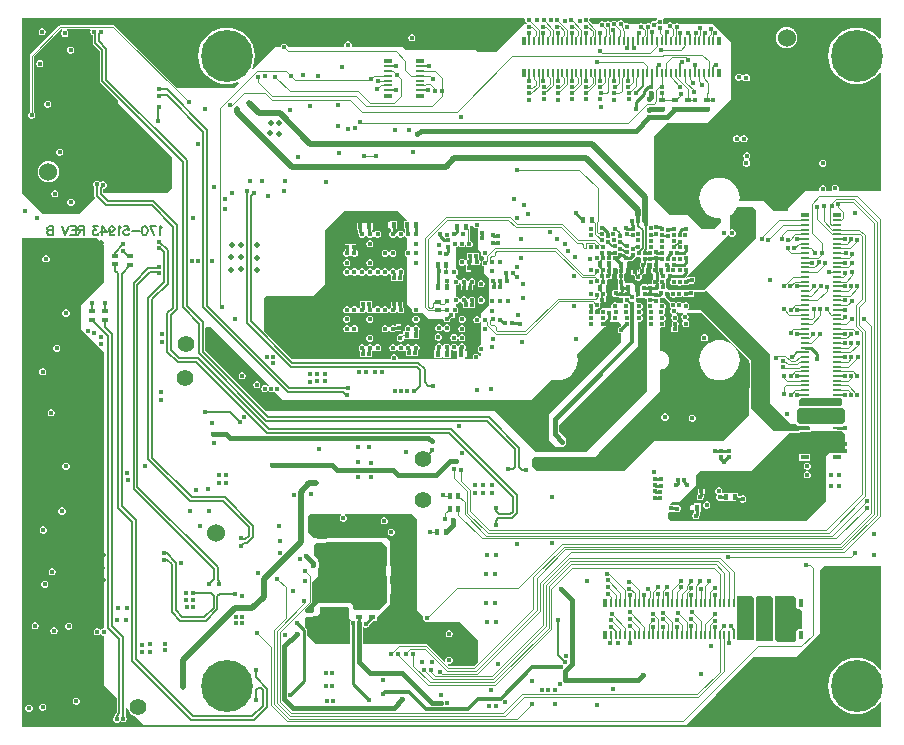
<source format=gbl>
G04*
G04 #@! TF.GenerationSoftware,Altium Limited,Altium Designer,25.7.1 (20)*
G04*
G04 Layer_Physical_Order=6*
G04 Layer_Color=16711680*
%FSLAX44Y44*%
%MOMM*%
G71*
G04*
G04 #@! TF.SameCoordinates,73AB98AC-F87E-4787-825B-23B2420A13CA*
G04*
G04*
G04 #@! TF.FilePolarity,Positive*
G04*
G01*
G75*
%ADD10C,0.1524*%
%ADD12C,0.1270*%
%ADD13C,0.2032*%
%ADD25R,0.3048X0.3048*%
%ADD38R,0.4572X0.6096*%
%ADD43R,0.4572X0.5080*%
%ADD44R,0.5080X0.4572*%
%ADD45R,0.9906X0.8128*%
%ADD46R,0.8128X0.9906*%
%ADD48R,0.3048X0.3048*%
%ADD51R,0.6096X0.4572*%
%ADD63C,4.4000*%
%ADD66C,0.5080*%
%ADD72C,0.0813*%
%ADD73C,0.1118*%
%ADD74C,0.2540*%
%ADD75C,0.3810*%
%ADD76C,0.3048*%
%ADD77C,0.0864*%
%ADD79C,0.1041*%
%ADD80C,0.5080*%
%ADD81C,0.0914*%
%ADD83C,0.1168*%
%ADD85C,0.1016*%
%ADD86C,0.4572*%
%ADD87C,0.4064*%
%ADD88C,1.4224*%
%ADD92R,0.6858X0.2032*%
%ADD93R,0.6858X0.3556*%
%ADD94R,0.3556X0.6858*%
%ADD95R,0.2032X0.6858*%
%ADD96C,1.5240*%
G36*
X542614Y605252D02*
X542618Y604916D01*
X542467Y603885D01*
X542110Y603646D01*
X541506Y603042D01*
X541385Y603092D01*
X540172D01*
X539052Y602629D01*
X538195Y601771D01*
X538141Y601641D01*
X537533Y600713D01*
X536608Y601006D01*
X536366Y601106D01*
X535153D01*
X534033Y600642D01*
X533489Y600098D01*
X532039D01*
X531332Y600805D01*
X530211Y601269D01*
X528999D01*
X527879Y600805D01*
X527172Y600098D01*
X519730D01*
X519031Y600797D01*
X517910Y601261D01*
X516698D01*
X516428Y601149D01*
X515277Y601275D01*
X514944Y601805D01*
X514694Y602409D01*
X513836Y603266D01*
X512716Y603730D01*
X511503D01*
X510383Y603266D01*
X509526Y602409D01*
X508507Y602984D01*
X507387Y603448D01*
X506175D01*
X505054Y602984D01*
X504197Y602127D01*
X503161Y602608D01*
X502040Y603072D01*
X500828D01*
X499707Y602608D01*
X499569Y602469D01*
X498762Y601818D01*
X497910Y602469D01*
X497794Y602585D01*
X496673Y603049D01*
X495461D01*
X494341Y602585D01*
X493483Y601728D01*
X493019Y600608D01*
Y600098D01*
X488563D01*
X485724Y602936D01*
X485790Y603096D01*
Y604308D01*
X485615Y604731D01*
X486413Y606001D01*
X542005D01*
X542614Y605252D01*
D02*
G37*
G36*
X732292Y588352D02*
X731022Y587898D01*
X728916Y590463D01*
X725281Y593447D01*
X721133Y595664D01*
X716632Y597029D01*
X711952Y597491D01*
X707271Y597029D01*
X702771Y595664D01*
X698623Y593447D01*
X694987Y590463D01*
X692004Y586828D01*
X689787Y582680D01*
X688421Y578180D01*
X687960Y573499D01*
X688421Y568819D01*
X689787Y564318D01*
X692004Y560170D01*
X694987Y556534D01*
X698623Y553551D01*
X702771Y551334D01*
X707271Y549968D01*
X711952Y549507D01*
X716632Y549968D01*
X721133Y551334D01*
X725281Y553551D01*
X728916Y556534D01*
X731022Y559100D01*
X732292Y558646D01*
Y458927D01*
X697683D01*
X696883Y460197D01*
X697057Y460617D01*
Y461830D01*
X696593Y462950D01*
X695736Y463807D01*
X694616Y464271D01*
X693403D01*
X692283Y463807D01*
X691425Y462950D01*
X690961Y461830D01*
Y460617D01*
X691135Y460197D01*
X690336Y458927D01*
X687287D01*
X686427Y460170D01*
Y461383D01*
X685963Y462503D01*
X685106Y463360D01*
X683986Y463824D01*
X682773D01*
X681653Y463360D01*
X680795Y462503D01*
X680331Y461383D01*
Y460170D01*
X679472Y458927D01*
X668551D01*
X654180Y444556D01*
Y441836D01*
X641749D01*
X633202Y450383D01*
X613625D01*
X612772Y451324D01*
X612946Y453090D01*
X612618Y456422D01*
X611646Y459627D01*
X610067Y462580D01*
X607943Y465169D01*
X605354Y467294D01*
X602400Y468872D01*
X599196Y469845D01*
X595863Y470173D01*
X592530Y469845D01*
X589325Y468872D01*
X586372Y467294D01*
X583783Y465169D01*
X581659Y462580D01*
X580080Y459627D01*
X579108Y456422D01*
X578780Y453090D01*
X579108Y449757D01*
X580080Y446552D01*
X581659Y443599D01*
X583783Y441010D01*
X586372Y438885D01*
X589325Y437307D01*
X592530Y436334D01*
X595863Y436006D01*
X596523Y436071D01*
X597464Y435218D01*
Y432902D01*
X591249Y426687D01*
X580761D01*
X568333Y439115D01*
X554347D01*
X540751Y452712D01*
Y505539D01*
X552016Y516804D01*
X585033D01*
X605622Y537393D01*
Y585084D01*
X590608Y600098D01*
X562387D01*
X561647Y600838D01*
X560526Y601302D01*
X559314D01*
X558194Y600838D01*
X557825Y600469D01*
X556431Y600631D01*
X555574Y601488D01*
X554453Y601952D01*
X553241D01*
X552120Y601488D01*
X551263Y600631D01*
X551042Y600098D01*
X547858D01*
Y605051D01*
X548630Y606001D01*
X732292D01*
Y588352D01*
D02*
G37*
G36*
X431560Y604731D02*
X431439Y604440D01*
Y603228D01*
X431903Y602108D01*
X432315Y601696D01*
X432758Y601242D01*
X432376Y600098D01*
X430383D01*
X407152Y576867D01*
X391663D01*
X389951Y578579D01*
X330604D01*
X327883Y581299D01*
X284912D01*
X284338Y582159D01*
Y583371D01*
X283874Y584492D01*
X283016Y585349D01*
X281896Y585813D01*
X280683D01*
X279563Y585349D01*
X278706Y584492D01*
X278242Y583371D01*
Y582159D01*
X277668Y581299D01*
X230553D01*
Y581311D01*
X230089Y582431D01*
X229232Y583289D01*
X228111Y583753D01*
X226899D01*
X225779Y583289D01*
X224921Y582431D01*
X224457Y581311D01*
Y581299D01*
X219898D01*
X201285Y562687D01*
X200254Y563451D01*
X200717Y564318D01*
X202082Y568819D01*
X202543Y573499D01*
X202082Y578180D01*
X200717Y582680D01*
X198500Y586828D01*
X195516Y590463D01*
X191881Y593447D01*
X187733Y595664D01*
X183232Y597029D01*
X178552Y597491D01*
X173871Y597029D01*
X169371Y595664D01*
X165223Y593447D01*
X161587Y590463D01*
X158604Y586828D01*
X156387Y582680D01*
X155021Y578180D01*
X154560Y573499D01*
X155021Y568819D01*
X156387Y564318D01*
X158604Y560170D01*
X161587Y556534D01*
X165223Y553551D01*
X169371Y551334D01*
X173871Y549968D01*
X178552Y549507D01*
X183232Y549968D01*
X187733Y551334D01*
X188599Y551797D01*
X189364Y550765D01*
X184549Y545950D01*
X136848D01*
X83711Y599087D01*
X83190Y599435D01*
X82575Y599557D01*
X37734D01*
X37120Y599435D01*
X36599Y599087D01*
X12438Y574926D01*
X12090Y574406D01*
X11968Y573791D01*
Y525971D01*
X11847Y525920D01*
X10990Y525063D01*
X10526Y523943D01*
Y522730D01*
X10990Y521610D01*
X11847Y520753D01*
X12967Y520289D01*
X14180D01*
X15300Y520753D01*
X16158Y521610D01*
X16622Y522730D01*
Y523943D01*
X16158Y525063D01*
X15300Y525920D01*
X15179Y525971D01*
Y573126D01*
X38202Y596148D01*
X38960Y596044D01*
X39320Y594712D01*
X38823Y594215D01*
X38359Y593094D01*
Y591882D01*
X38823Y590761D01*
X39681Y589904D01*
X40801Y589440D01*
X42013D01*
X43134Y589904D01*
X43991Y590761D01*
X44455Y591882D01*
Y593094D01*
X43991Y594215D01*
X43134Y595072D01*
X43124Y595076D01*
X43377Y596346D01*
X62554D01*
X63377Y595076D01*
X63221Y594697D01*
Y593484D01*
X63685Y592364D01*
X64542Y591507D01*
X65304Y591191D01*
Y584360D01*
X65304Y584360D01*
X65462Y583567D01*
X65911Y582895D01*
X71327Y577480D01*
Y552011D01*
X71327Y552011D01*
X71484Y551218D01*
X71933Y550546D01*
X86269Y536210D01*
Y533717D01*
X132690Y487296D01*
Y461660D01*
X128417Y457388D01*
X74032D01*
X73916Y457505D01*
Y461059D01*
X74035Y461178D01*
X74759D01*
X75879Y461642D01*
X76737Y462499D01*
X77201Y463619D01*
Y464832D01*
X76737Y465952D01*
X75879Y466810D01*
X74759Y467274D01*
X73547D01*
X72426Y466810D01*
X72423Y466807D01*
X71126Y466620D01*
X70269Y467478D01*
X69148Y467942D01*
X67936D01*
X66815Y467478D01*
X65958Y466620D01*
X65494Y465500D01*
Y464287D01*
X65958Y463167D01*
X66470Y462655D01*
Y455277D01*
X66470Y455277D01*
X66628Y454484D01*
X67077Y453812D01*
X67507Y453382D01*
X53640Y439514D01*
X22951D01*
X4948Y457518D01*
Y606001D01*
X430711D01*
X431560Y604731D01*
D02*
G37*
G36*
X331396Y434536D02*
Y433423D01*
X328356D01*
Y426819D01*
X329332D01*
Y423996D01*
X328570Y423844D01*
X328423Y424200D01*
X327565Y425057D01*
X326445Y425521D01*
X325233D01*
X324112Y425057D01*
X323255Y424200D01*
X323233Y424147D01*
X322333Y423965D01*
X322180Y424115D01*
Y426979D01*
X323157D01*
Y433583D01*
X317061D01*
Y432821D01*
X314899D01*
Y427741D01*
X317061D01*
Y426979D01*
X318037D01*
Y425234D01*
X317610Y425057D01*
X316752Y424200D01*
X316288Y423079D01*
Y421867D01*
X316752Y420747D01*
X317610Y419889D01*
X318730Y419425D01*
X319943D01*
X321063Y419889D01*
X321920Y420747D01*
X322175Y421362D01*
X323000D01*
X323255Y420747D01*
X324112Y419889D01*
X325233Y419425D01*
X326445D01*
X327565Y419889D01*
X328423Y420747D01*
X328678Y421362D01*
X329502D01*
X329757Y420747D01*
X330615Y419889D01*
X331396Y419565D01*
Y409379D01*
X330615Y409055D01*
X329757Y408198D01*
X329293Y407077D01*
Y405865D01*
X329757Y404745D01*
X330615Y403887D01*
X331396Y403563D01*
Y363609D01*
X335836Y359169D01*
X335796Y359071D01*
Y357859D01*
X336260Y356739D01*
X337117Y355881D01*
X338237Y355417D01*
X339450D01*
X339547Y355457D01*
X339608Y355397D01*
X344995D01*
X349364Y351028D01*
X361775D01*
Y350318D01*
X362239Y349197D01*
X363096Y348340D01*
X364216Y347876D01*
X365429D01*
X366549Y348340D01*
X367407Y349197D01*
X367871Y350318D01*
Y351042D01*
X368258Y351429D01*
X370901D01*
Y351716D01*
X371955D01*
Y355333D01*
X372234D01*
X373354Y355797D01*
X374211Y356655D01*
X374675Y357775D01*
Y358988D01*
X374211Y360108D01*
X373354Y360965D01*
X372679Y361245D01*
Y363571D01*
X373420D01*
X374540Y364035D01*
X375397Y364892D01*
X375637Y365470D01*
X376462D01*
X376638Y365044D01*
X377495Y364187D01*
X378616Y363723D01*
X378684D01*
Y359885D01*
X383256D01*
Y360172D01*
X384023D01*
Y359885D01*
X388595D01*
Y364457D01*
X388595Y364457D01*
X388740Y365159D01*
X389034Y365870D01*
Y367083D01*
X388570Y368203D01*
X387713Y369060D01*
X386592Y369524D01*
X385380D01*
X384259Y369060D01*
X383402Y368203D01*
X383032Y367309D01*
X382410Y367365D01*
X382253Y367419D01*
X381806Y368498D01*
X380949Y369355D01*
X379828Y369819D01*
X378616D01*
X377495Y369355D01*
X376638Y368498D01*
X376399Y367920D01*
X375574D01*
X375397Y368345D01*
X374540Y369202D01*
X373420Y369666D01*
X372679D01*
Y379268D01*
X373420D01*
X374540Y379732D01*
X375397Y380589D01*
X375574Y381015D01*
X376399D01*
X376638Y380437D01*
X376952Y380123D01*
X377192Y379461D01*
X377192Y379461D01*
X377192D01*
X377192Y379461D01*
Y374889D01*
X381764D01*
Y375176D01*
X382532D01*
Y374889D01*
X387104D01*
Y379184D01*
X387812Y379478D01*
X388669Y380335D01*
X389133Y381455D01*
Y382668D01*
X388669Y383788D01*
X387812Y384646D01*
X386691Y385110D01*
X385479D01*
X384358Y384646D01*
X383501Y383788D01*
X383037Y382668D01*
Y382574D01*
X383032Y382570D01*
X382733Y382649D01*
X382212Y382911D01*
X381806Y383890D01*
X380949Y384747D01*
X379828Y385211D01*
X378616D01*
X377495Y384747D01*
X376638Y383890D01*
X376462Y383464D01*
X375637D01*
X375397Y384042D01*
X374540Y384900D01*
X373420Y385364D01*
X372679D01*
Y387870D01*
X373229Y388098D01*
X374087Y388956D01*
X374551Y390076D01*
Y391289D01*
X374087Y392409D01*
X373229Y393266D01*
X372679Y393494D01*
Y411489D01*
X373618Y411878D01*
X374258Y412518D01*
X374722Y412664D01*
X375212Y412523D01*
X375844Y411891D01*
X376965Y411427D01*
X378177D01*
X379298Y411891D01*
X380155Y412748D01*
X380387Y413308D01*
X381212D01*
X381505Y412601D01*
X382362Y411743D01*
X383482Y411279D01*
X384695D01*
X385815Y411743D01*
X386673Y412601D01*
X387137Y413721D01*
Y414934D01*
X386673Y416054D01*
X385815Y416911D01*
X384695Y417375D01*
X384332D01*
Y426740D01*
X384241Y426960D01*
Y429654D01*
X387556D01*
X387921Y428773D01*
X388778Y427916D01*
X389898Y427452D01*
X391111D01*
X391660Y426854D01*
Y410134D01*
X394112Y407682D01*
X393903Y407179D01*
Y405966D01*
X394367Y404846D01*
X395225Y403989D01*
X396345Y403525D01*
X396542D01*
Y401249D01*
X395992Y401021D01*
X395134Y400164D01*
X394670Y399043D01*
Y397831D01*
X395134Y396711D01*
X395992Y395853D01*
X396542Y395625D01*
Y389527D01*
X400517Y385552D01*
Y362775D01*
X393649Y355907D01*
Y352044D01*
X392887Y351893D01*
X392875Y351921D01*
X392018Y352779D01*
X390898Y353243D01*
X389685D01*
X388565Y352779D01*
X387707Y351921D01*
X387243Y350801D01*
Y349589D01*
X387707Y348468D01*
X388565Y347611D01*
X389685Y347147D01*
X390898D01*
X392018Y347611D01*
X392875Y348468D01*
X392887Y348497D01*
X393649Y348345D01*
Y328455D01*
X393493D01*
X392372Y327991D01*
X391515Y327134D01*
X391051Y326013D01*
Y324801D01*
X391515Y323680D01*
X392372Y322823D01*
X393493Y322359D01*
X393649D01*
Y319463D01*
X393563Y319423D01*
X392593Y319801D01*
X392504Y320014D01*
X391647Y320871D01*
X390527Y321335D01*
X389314D01*
X388194Y320871D01*
X387337Y320014D01*
X386872Y318894D01*
Y317681D01*
X387003Y317367D01*
X386579Y316733D01*
X380425D01*
X380136Y317376D01*
X380136Y317495D01*
Y318391D01*
X382044D01*
Y323471D01*
X380136D01*
Y324487D01*
X380136Y324487D01*
X380136D01*
X380136Y324488D01*
X380402Y325139D01*
X380732Y325469D01*
X381196Y326589D01*
Y327802D01*
X380732Y328922D01*
X379874Y329779D01*
X378754Y330243D01*
X377541D01*
X376421Y329779D01*
X375564Y328922D01*
X375100Y327802D01*
X374362Y327861D01*
X374209Y327896D01*
X373914Y328607D01*
X373057Y329464D01*
X371936Y329928D01*
X370724D01*
X369604Y329464D01*
X368746Y328607D01*
X368443Y327874D01*
X367618D01*
X367341Y328543D01*
X366483Y329401D01*
X365363Y329865D01*
X364150D01*
X363030Y329401D01*
X362173Y328543D01*
X361882Y327841D01*
X361068Y327868D01*
X360714Y328724D01*
X359856Y329581D01*
X358736Y330045D01*
X357524D01*
X356403Y329581D01*
X355546Y328724D01*
X355082Y327603D01*
Y326391D01*
X355375Y325683D01*
Y324696D01*
X354404D01*
Y317584D01*
X361008D01*
Y318600D01*
X361902D01*
Y317584D01*
X368506D01*
Y324316D01*
X369268Y324632D01*
X369604Y324296D01*
X370724Y323832D01*
X371936D01*
X372770Y324178D01*
X373464Y323812D01*
X373532Y323731D01*
Y317495D01*
X373532Y317376D01*
X373244Y316733D01*
X324005D01*
X323609Y317326D01*
Y318538D01*
X323145Y319658D01*
X322287Y320516D01*
X321167Y320980D01*
X319954D01*
X318834Y320516D01*
X317977Y319658D01*
X317513Y318538D01*
Y317326D01*
X317117Y316733D01*
X233928D01*
X210127Y340534D01*
Y368414D01*
X212054Y370342D01*
X251864D01*
X261666Y380144D01*
Y426004D01*
X277967Y442305D01*
X323627D01*
X331396Y434536D01*
D02*
G37*
G36*
X626610Y443260D02*
Y419054D01*
X582694Y375138D01*
X563004D01*
X562538Y375331D01*
X561325D01*
X560859Y375138D01*
X552851D01*
X550314Y377675D01*
Y384134D01*
X550817Y384637D01*
X551396Y385079D01*
X554593D01*
X554909Y384317D01*
X554501Y383910D01*
X554038Y382790D01*
Y381577D01*
X554501Y380457D01*
X555359Y379600D01*
X556479Y379136D01*
X557692D01*
X558812Y379600D01*
X558926Y379713D01*
X559933Y379643D01*
X560421Y379155D01*
X561541Y378691D01*
X562754D01*
X563874Y379155D01*
X564412Y379693D01*
X565371Y379717D01*
X565506Y379582D01*
X566627Y379118D01*
X567839D01*
X568959Y379582D01*
X569817Y380439D01*
X569845Y380507D01*
X570548Y380738D01*
X570547Y380738D01*
X570548Y380738D01*
X574546D01*
Y381792D01*
X574832D01*
Y386365D01*
X570261D01*
Y386150D01*
X569145D01*
X568353Y385993D01*
X567932Y385711D01*
X567446Y386303D01*
X603244Y422102D01*
X603992Y421953D01*
X604049Y421813D01*
X604907Y420956D01*
X606027Y420492D01*
X607240D01*
X608360Y420956D01*
X609217Y421813D01*
X609681Y422934D01*
Y424146D01*
X609217Y425266D01*
X608360Y426124D01*
X607240Y426588D01*
X606027D01*
X605654Y426433D01*
X605020Y426857D01*
Y438707D01*
X605354Y438885D01*
X607943Y441010D01*
X610067Y443599D01*
X611110Y445549D01*
X624322D01*
X626610Y443260D01*
D02*
G37*
G36*
X529351Y402656D02*
Y398811D01*
X529212D01*
Y398523D01*
X528157D01*
Y394525D01*
X529212D01*
Y394239D01*
X529299D01*
Y393466D01*
X527842D01*
Y390692D01*
X527695Y390560D01*
X526933Y390899D01*
Y392641D01*
X522361D01*
Y392354D01*
X521307D01*
Y388356D01*
X522361D01*
Y388069D01*
X523859D01*
Y387637D01*
X524219Y386766D01*
X524137Y386567D01*
Y385354D01*
X524601Y384234D01*
X525458Y383377D01*
X526578Y382913D01*
X527791D01*
X528911Y383377D01*
X529769Y384234D01*
X530233Y385354D01*
Y386567D01*
X530038Y387037D01*
X531410Y388410D01*
X531734Y388894D01*
X532415D01*
Y389181D01*
X533469D01*
Y393179D01*
X533966Y393735D01*
X534764Y394533D01*
Y397934D01*
X535394Y398564D01*
X538605D01*
X539003Y398165D01*
Y394787D01*
X539003D01*
X538983Y394033D01*
X538289Y393339D01*
Y390256D01*
X539486Y389059D01*
Y384091D01*
X539109Y383715D01*
X538974Y383389D01*
X538856Y383271D01*
Y383103D01*
X538645Y382594D01*
Y381382D01*
X538781Y381054D01*
X537929Y380202D01*
X535033D01*
Y379872D01*
X534093D01*
Y380228D01*
X530095D01*
Y379872D01*
X529918D01*
X528912Y378866D01*
Y370558D01*
X528141Y369788D01*
X527796Y369931D01*
X526583D01*
X525823Y369616D01*
X524947Y370492D01*
Y373324D01*
X524238Y374033D01*
X524053Y374719D01*
X524053Y374719D01*
X524053D01*
X524053Y374719D01*
Y379799D01*
X523446D01*
X522366Y380878D01*
X517017D01*
X515877Y382019D01*
Y382399D01*
X515412Y383519D01*
X515127Y383804D01*
Y389186D01*
X516638Y390698D01*
Y394025D01*
X517439D01*
Y399064D01*
X518456Y399485D01*
X518544Y399572D01*
X521988D01*
X525574Y403159D01*
X528848D01*
X529351Y402656D01*
D02*
G37*
G36*
X509613Y392811D02*
Y388729D01*
X508970D01*
Y384731D01*
X509613D01*
Y376161D01*
X509171Y375719D01*
X507695D01*
X507647Y375768D01*
X506174D01*
X505043Y374637D01*
Y373268D01*
X505010Y373189D01*
Y371976D01*
X505043Y371896D01*
Y370954D01*
X506763Y369235D01*
X510377D01*
Y368897D01*
X513682D01*
X514180Y368399D01*
Y365453D01*
X513199Y364472D01*
X509367D01*
X509356Y364483D01*
X508235Y364947D01*
X507023D01*
X505993Y364520D01*
X505389D01*
X503768Y362900D01*
Y360002D01*
X503425Y359659D01*
X498663D01*
X498020Y359926D01*
X496807D01*
X495687Y359462D01*
X494829Y358604D01*
X494365Y357484D01*
Y356271D01*
X494546Y355836D01*
X493702Y354993D01*
X491244D01*
X490555Y355681D01*
Y358577D01*
X491439Y359461D01*
X492618D01*
X492879Y359722D01*
X493712Y360067D01*
X494569Y360924D01*
X495033Y362045D01*
Y363257D01*
X494878Y363631D01*
Y363931D01*
X495767Y364820D01*
X498704D01*
Y364962D01*
X499397D01*
X499542Y365107D01*
X499758D01*
Y365323D01*
X499839Y365404D01*
Y369773D01*
X499878Y369812D01*
X500342Y370932D01*
Y372145D01*
X499878Y373265D01*
X499839Y373304D01*
Y373665D01*
X499839Y373949D01*
X499801Y374411D01*
X499801Y374411D01*
Y379491D01*
X499801Y379491D01*
X499801D01*
X500239Y380048D01*
X500380Y380190D01*
Y380740D01*
X500636Y381359D01*
Y382571D01*
X500380Y383191D01*
Y383825D01*
X501165Y384609D01*
X504162D01*
X505341Y385788D01*
Y390123D01*
X505706Y391006D01*
Y392218D01*
X505382Y393002D01*
X505978Y393598D01*
X508825D01*
X509613Y392811D01*
D02*
G37*
G36*
X639041Y320596D02*
Y279215D01*
X656539Y261716D01*
X660794D01*
X662427Y260083D01*
X671502D01*
X672404Y259182D01*
Y256476D01*
X663537D01*
Y255994D01*
X641652D01*
X622849Y274797D01*
Y316098D01*
X580408Y358539D01*
X569064D01*
X568912Y359301D01*
X568959Y359320D01*
X569817Y360178D01*
X570281Y361298D01*
Y362511D01*
X569817Y363631D01*
X568959Y364488D01*
X567839Y364952D01*
X566627D01*
X565506Y364488D01*
X565160Y364142D01*
X564280Y364276D01*
X563422Y365133D01*
X562302Y365597D01*
X561089D01*
X559969Y365133D01*
X559199Y364363D01*
X558342Y365220D01*
X557222Y365684D01*
X556009D01*
X554889Y365220D01*
X554617Y364947D01*
X550723Y368841D01*
Y373256D01*
X551238Y373771D01*
X551879Y374166D01*
X552851Y373763D01*
X552851Y373763D01*
X553519D01*
X554029Y373001D01*
X553819Y372495D01*
Y371283D01*
X554283Y370163D01*
X555140Y369305D01*
X556261Y368841D01*
X557473D01*
X558594Y369305D01*
X559058Y369769D01*
X560075Y369829D01*
X560205Y369699D01*
X561325Y369235D01*
X562538D01*
X563658Y369699D01*
X563940Y369980D01*
X564649Y370259D01*
X564931Y369976D01*
X565506Y369402D01*
X566627Y368937D01*
X567839D01*
X568959Y369402D01*
X569232Y369674D01*
X569994Y369358D01*
Y368988D01*
X573992D01*
Y370042D01*
X574279D01*
Y373763D01*
X582694D01*
X583666Y374166D01*
X583666Y374166D01*
X583739Y374239D01*
X585399D01*
X639041Y320596D01*
D02*
G37*
G36*
X530608Y368325D02*
X532760D01*
X534200Y366885D01*
Y366276D01*
X534664Y365156D01*
X534858Y364962D01*
Y363723D01*
X534664Y363529D01*
X534200Y362409D01*
Y361196D01*
X534664Y360076D01*
X534858Y359882D01*
Y353021D01*
X534436Y352003D01*
Y350790D01*
X534858Y349772D01*
Y347888D01*
X534441Y346882D01*
Y345669D01*
X534858Y344664D01*
Y290175D01*
X482521Y237838D01*
X440652D01*
X405653Y272837D01*
X211677D01*
X160593Y323921D01*
Y343270D01*
X161305Y343982D01*
X164904D01*
X214179Y294707D01*
X214076Y294286D01*
X213240Y293941D01*
X213177Y293985D01*
X212729Y294433D01*
X211609Y294897D01*
X210397D01*
X209276Y294433D01*
X208419Y293575D01*
X207955Y292455D01*
Y291242D01*
X208419Y290122D01*
X209276Y289265D01*
X210397Y288801D01*
X211609D01*
X212729Y289265D01*
X213177Y289712D01*
X213675Y290060D01*
X214173Y289712D01*
X214620Y289265D01*
X215741Y288801D01*
X216953D01*
X218074Y289265D01*
X218848Y290039D01*
X226400Y282486D01*
X436722D01*
X453776Y299540D01*
X455270Y299086D01*
X458603Y298758D01*
X461935Y299086D01*
X465140Y300058D01*
X468093Y301637D01*
X470681Y303761D01*
X472806Y306350D01*
X474384Y309303D01*
X475356Y312507D01*
X475685Y315840D01*
X475356Y319172D01*
X474903Y320667D01*
X497896Y343660D01*
X497898D01*
X499018Y344123D01*
X499875Y344981D01*
X500339Y346101D01*
Y346103D01*
X502635Y348399D01*
X510090D01*
Y348285D01*
X512176Y346199D01*
Y344799D01*
X511407Y344030D01*
X511085Y343548D01*
X510586D01*
Y343261D01*
X509532D01*
Y339263D01*
X510586D01*
Y338976D01*
X512176D01*
Y331127D01*
X451264Y270215D01*
Y248031D01*
X456535Y242761D01*
X464622D01*
X466339Y244478D01*
Y249377D01*
X460088Y255628D01*
Y260779D01*
X526760Y327452D01*
Y347909D01*
X527193Y348198D01*
X528406D01*
X529526Y348662D01*
X530383Y349520D01*
X530847Y350640D01*
Y351853D01*
X530383Y352973D01*
X529526Y353830D01*
X529521Y353854D01*
X530266Y354600D01*
X530731Y355720D01*
Y356933D01*
X530266Y358053D01*
X529475Y358845D01*
X530310Y359680D01*
X530774Y360800D01*
Y362013D01*
X530310Y363133D01*
X529452Y363990D01*
X528332Y364454D01*
X527119D01*
X526542Y364215D01*
X525780Y364725D01*
Y367454D01*
X525697Y367537D01*
X525998Y368314D01*
X526076Y368346D01*
X526349D01*
X526857Y368556D01*
X527523D01*
X527615Y368518D01*
X527889Y368518D01*
X528141Y368413D01*
X528394Y368518D01*
X528667Y368518D01*
X528861Y368711D01*
X528985Y368762D01*
X530608D01*
Y368325D01*
D02*
G37*
G36*
X549751Y367869D02*
X549751Y367869D01*
X553644Y363975D01*
X553838Y363895D01*
X553568Y363242D01*
Y362029D01*
X554032Y360909D01*
X554643Y360298D01*
X554674Y359379D01*
X554611Y359315D01*
X554147Y358195D01*
Y356982D01*
X554611Y355862D01*
X555468Y355005D01*
X555555Y354969D01*
X555733Y354070D01*
X555332Y353669D01*
X554868Y352549D01*
Y351336D01*
X555332Y350216D01*
X556189Y349358D01*
X556237Y349118D01*
X555721Y348602D01*
X555257Y347481D01*
Y346269D01*
X555721Y345149D01*
X555875Y344994D01*
X555993Y344780D01*
X555705Y344086D01*
X555163D01*
Y340088D01*
X556217D01*
Y339801D01*
X560789D01*
Y344373D01*
X560789D01*
X560850Y345110D01*
X560889Y345149D01*
X561353Y346269D01*
Y347481D01*
X560889Y348602D01*
X560031Y349459D01*
X559983Y349699D01*
X560500Y350216D01*
X560964Y351336D01*
Y352549D01*
X560500Y353669D01*
X559643Y354526D01*
X559556Y354562D01*
X559377Y355461D01*
X559779Y355862D01*
X560134Y356719D01*
X560947Y356984D01*
X562008Y355923D01*
X564657D01*
X564803Y355632D01*
X564891Y355161D01*
X564133Y354403D01*
X563669Y353283D01*
Y352070D01*
X564133Y350950D01*
X564991Y350093D01*
X565073Y350059D01*
X565229Y349169D01*
X564700Y348640D01*
X564236Y347519D01*
Y346307D01*
X564700Y345187D01*
X565557Y344329D01*
X566677Y343865D01*
X567890D01*
X569010Y344329D01*
X569868Y345187D01*
X570332Y346307D01*
Y347519D01*
X569868Y348640D01*
X569010Y349497D01*
X568928Y349531D01*
X568772Y350421D01*
X569301Y350950D01*
X569765Y352070D01*
Y353283D01*
X569301Y354403D01*
X568544Y355161D01*
X568631Y355632D01*
X568777Y355923D01*
X581080D01*
X621048Y315955D01*
Y269403D01*
X599133Y247487D01*
X541233D01*
X515394Y221648D01*
X441467D01*
X437299Y225816D01*
Y231948D01*
X439344Y233992D01*
X490121D01*
X493476Y237348D01*
X545488Y289359D01*
Y307766D01*
X547162Y307987D01*
X549123Y308799D01*
X550806Y310091D01*
X552098Y311775D01*
X552911Y313735D01*
X553188Y315840D01*
X552911Y317944D01*
X552098Y319904D01*
X550806Y321588D01*
X549123Y322880D01*
X547162Y323692D01*
X545488Y323913D01*
Y343326D01*
X546121Y343750D01*
X546487Y343599D01*
X547699D01*
X548820Y344062D01*
X549677Y344920D01*
X550141Y346040D01*
Y347253D01*
X549677Y348373D01*
X549122Y348928D01*
X549163Y349132D01*
X550020Y349990D01*
X550484Y351110D01*
Y352323D01*
X550020Y353443D01*
X549163Y354300D01*
X549071Y354763D01*
X549337Y355029D01*
X549801Y356149D01*
Y357362D01*
X549337Y358482D01*
X549327Y358492D01*
X549447Y359450D01*
X550056Y360058D01*
X550520Y361179D01*
Y362391D01*
X550056Y363512D01*
X549198Y364369D01*
X548078Y364833D01*
X546865D01*
X546250Y364578D01*
X545488Y365087D01*
Y367536D01*
X546141Y368188D01*
X549618D01*
X549751Y367869D01*
D02*
G37*
G36*
X699915Y282392D02*
Y278425D01*
X698619Y277129D01*
X663964D01*
X663235Y277858D01*
Y282230D01*
X664611Y283606D01*
X698701D01*
X699915Y282392D01*
D02*
G37*
G36*
X701777Y273568D02*
Y264013D01*
X699267Y261503D01*
X663722D01*
X661698Y263528D01*
Y273647D01*
X663481Y275430D01*
X699915D01*
X701777Y273568D01*
D02*
G37*
G36*
X702102Y253406D02*
Y238590D01*
X700644Y237132D01*
X688718D01*
X686313Y234727D01*
Y196474D01*
X669211Y179372D01*
X555112D01*
X552173Y182311D01*
Y186870D01*
X552839Y187374D01*
X553131Y187279D01*
X553245Y187146D01*
Y186980D01*
X557243D01*
Y187289D01*
X558005Y187742D01*
X558495Y187657D01*
X559543Y187223D01*
X560755D01*
X561875Y187687D01*
X562733Y188545D01*
X563197Y189665D01*
Y190878D01*
X562733Y191998D01*
X561875Y192855D01*
X560755Y193319D01*
X559543D01*
X558529Y192900D01*
X557784Y192860D01*
X557784Y192860D01*
X557784Y192860D01*
X553644D01*
X553329Y193622D01*
X555912Y196205D01*
X562059D01*
X575955Y210101D01*
Y218651D01*
X579163Y221859D01*
X622719D01*
X655480Y254619D01*
X663537D01*
X664509Y255022D01*
X664542Y255102D01*
X672404D01*
X673376Y255504D01*
X673413Y255593D01*
X699915D01*
X702102Y253406D01*
D02*
G37*
G36*
X340172Y180825D02*
Y103993D01*
X345327Y98838D01*
X345013Y98081D01*
Y96869D01*
X345477Y95749D01*
X346335Y94891D01*
X347455Y94427D01*
X348668D01*
X349424Y94740D01*
X350345Y93820D01*
X376502D01*
X391213Y79108D01*
Y60627D01*
X387777Y57191D01*
X366501D01*
X365620Y58072D01*
X366052Y58718D01*
X366182Y58664D01*
X367395D01*
X368515Y59128D01*
X369373Y59985D01*
X369837Y61106D01*
Y62318D01*
X369373Y63438D01*
X368515Y64296D01*
X367395Y64760D01*
X366182D01*
X365062Y64296D01*
X364205Y63438D01*
X363741Y62318D01*
Y61106D01*
X363795Y60975D01*
X363149Y60544D01*
X348869Y74823D01*
X348348Y75171D01*
X347734Y75294D01*
X344518D01*
X343880Y75931D01*
X294016D01*
Y89515D01*
X294265Y89701D01*
X294778Y89916D01*
X295753Y89512D01*
X296966D01*
X298086Y89976D01*
X298944Y90834D01*
X299260Y91597D01*
X302433Y94770D01*
X306101D01*
Y98438D01*
X317106Y109444D01*
Y118321D01*
X317685D01*
Y126449D01*
X317106D01*
Y133469D01*
X317482D01*
Y141597D01*
X317106D01*
Y162387D01*
X314018Y165476D01*
X252260D01*
X247449Y170287D01*
Y184008D01*
X248991Y185550D01*
X275577D01*
X275729Y184788D01*
X275596Y184732D01*
X274738Y183875D01*
X274274Y182755D01*
Y181542D01*
X274738Y180422D01*
X275596Y179564D01*
X276716Y179100D01*
X277929D01*
X279049Y179564D01*
X279906Y180422D01*
X280370Y181542D01*
Y182755D01*
X279906Y183875D01*
X279049Y184732D01*
X278916Y184788D01*
X279067Y185550D01*
X335448D01*
X340172Y180825D01*
D02*
G37*
G36*
X314198Y157574D02*
Y141597D01*
X313926D01*
Y133469D01*
X314198D01*
Y126449D01*
X314129D01*
Y118321D01*
X314198D01*
Y110714D01*
X307660Y104176D01*
X287124D01*
X285191Y106109D01*
Y108575D01*
X283599Y110167D01*
X281308D01*
Y110673D01*
X273179D01*
Y110167D01*
X266395D01*
Y110675D01*
X258267D01*
Y110167D01*
X256255D01*
X252623Y106535D01*
Y103266D01*
X251170Y101813D01*
X246085D01*
X244815Y103083D01*
Y104879D01*
X250177Y110241D01*
X250525Y110762D01*
X250648Y111376D01*
Y127808D01*
X256167Y133327D01*
Y139502D01*
X256629D01*
Y144582D01*
X256167D01*
Y147404D01*
X252534Y151036D01*
Y159664D01*
X254196Y161326D01*
X254958Y161254D01*
Y161254D01*
X263086D01*
Y161752D01*
X270025D01*
Y161625D01*
X278153D01*
Y161752D01*
X284863D01*
Y161674D01*
X292992D01*
Y161752D01*
X299562D01*
Y161742D01*
X307691D01*
Y161752D01*
X310020D01*
X314198Y157574D01*
D02*
G37*
G36*
X273179Y107117D02*
X281196D01*
X282141Y106172D01*
Y100993D01*
X281960Y100813D01*
Y97544D01*
X283656Y95848D01*
X283164Y95356D01*
X282700Y94236D01*
Y93023D01*
X283164Y91903D01*
X283417Y91650D01*
Y75931D01*
X254079D01*
X247043Y82967D01*
X246831Y83178D01*
Y87147D01*
X246654Y88039D01*
X246148Y88795D01*
X244635Y90309D01*
Y90609D01*
Y97363D01*
X245871Y98599D01*
X245874Y98600D01*
X246065Y98791D01*
X246524D01*
X246550Y98798D01*
X246550Y98798D01*
Y98798D01*
X246550Y98798D01*
X251630D01*
Y99179D01*
X255440D01*
X257711Y101450D01*
Y106623D01*
Y107112D01*
X258259D01*
X258267Y107119D01*
X266395D01*
Y107262D01*
X273179D01*
Y107117D01*
D02*
G37*
G36*
X625127Y114076D02*
Y79606D01*
X624058Y78537D01*
X611835D01*
X610766Y79606D01*
Y115613D01*
X610966Y115814D01*
X623390D01*
X625127Y114076D01*
D02*
G37*
G36*
X640832Y114409D02*
Y79073D01*
X640230Y78471D01*
X627738D01*
X626996Y79212D01*
Y115077D01*
X628000Y116081D01*
X639160D01*
X640832Y114409D01*
D02*
G37*
G36*
X660941Y114676D02*
Y106576D01*
X662010Y105506D01*
X663674D01*
X665610Y103571D01*
Y88539D01*
X664941Y87871D01*
X662008D01*
X660941Y86805D01*
Y78941D01*
X659536Y77536D01*
X644708D01*
X642704Y79540D01*
Y115146D01*
X642770Y115212D01*
Y116413D01*
X659204D01*
X660941Y114676D01*
D02*
G37*
G36*
X75004Y413286D02*
Y382405D01*
X55192Y362593D01*
Y342199D01*
X57878Y339512D01*
X58259Y338593D01*
X59117Y337735D01*
X60036Y337355D01*
X75001Y322389D01*
Y88694D01*
X74029D01*
X72909Y88230D01*
X72521Y87843D01*
X71827Y87578D01*
X71532Y87849D01*
X70952Y88428D01*
X69831Y88892D01*
X68619D01*
X67499Y88428D01*
X66641Y87571D01*
X66177Y86451D01*
Y85238D01*
X66641Y84118D01*
X67499Y83260D01*
X68619Y82796D01*
X69831D01*
X70952Y83260D01*
X71339Y83648D01*
X72033Y83913D01*
X72329Y83642D01*
X72909Y83062D01*
X74029Y82598D01*
X75001D01*
Y40594D01*
X85802Y29793D01*
Y17861D01*
X84151Y16210D01*
X83702Y15538D01*
X83544Y14745D01*
X83544Y14745D01*
Y13920D01*
X83032Y13408D01*
X82568Y12288D01*
Y11075D01*
X83032Y9955D01*
X83889Y9097D01*
X85009Y8633D01*
X86222D01*
X87342Y9097D01*
X88200Y9955D01*
X88900Y10094D01*
X89175Y9819D01*
X90295Y9355D01*
X91508D01*
X92628Y9819D01*
X93485Y10676D01*
X93949Y11796D01*
Y13009D01*
X93485Y14129D01*
X92973Y14642D01*
Y14992D01*
X93090Y15166D01*
X93248Y15959D01*
X93248Y15959D01*
Y21352D01*
X93952Y21644D01*
X95309Y20287D01*
X95667Y18951D01*
X96737Y17097D01*
X98250Y15584D01*
X100104Y14514D01*
X101440Y14156D01*
X108331Y7264D01*
X567642D01*
X592798Y32421D01*
Y33198D01*
X624261Y64661D01*
X660390D01*
X680976Y85247D01*
Y138468D01*
X684472Y141963D01*
X732292D01*
Y54151D01*
X731530Y53879D01*
X728916Y57063D01*
X725281Y60047D01*
X721133Y62264D01*
X716632Y63629D01*
X711952Y64090D01*
X707271Y63629D01*
X702771Y62264D01*
X698623Y60047D01*
X694987Y57063D01*
X692004Y53428D01*
X689787Y49280D01*
X688421Y44780D01*
X687960Y40099D01*
X688421Y35419D01*
X689787Y30918D01*
X692004Y26770D01*
X694987Y23134D01*
X698623Y20151D01*
X702771Y17934D01*
X707271Y16568D01*
X711952Y16107D01*
X716632Y16568D01*
X721133Y17934D01*
X725281Y20151D01*
X728916Y23134D01*
X731530Y26319D01*
X732292Y26047D01*
Y5082D01*
X4948D01*
Y419113D01*
X69177D01*
X75004Y413286D01*
D02*
G37*
%LPC*%
G36*
X652729Y598000D02*
X651856D01*
X651725Y597946D01*
X651585Y597973D01*
X650122Y597679D01*
X650004Y597600D01*
X649862Y597599D01*
X648486Y597023D01*
X648386Y596922D01*
X648246Y596893D01*
X647011Y596056D01*
X646933Y595937D01*
X646802Y595882D01*
X645755Y594818D01*
X645702Y594686D01*
X645585Y594606D01*
X644769Y593356D01*
X644743Y593217D01*
X644643Y593115D01*
X644090Y591729D01*
X644091Y591587D01*
X644014Y591468D01*
X643745Y590000D01*
X643774Y589861D01*
X643722Y589729D01*
X643735Y588995D01*
Y588255D01*
X643788Y588125D01*
X643761Y587987D01*
X644054Y586515D01*
X644132Y586398D01*
Y586257D01*
X644706Y584870D01*
X644806Y584771D01*
X644834Y584632D01*
X645667Y583385D01*
X645784Y583306D01*
X645838Y583176D01*
X646900Y582115D01*
X647030Y582061D01*
X647108Y581944D01*
X648356Y581110D01*
X648494Y581082D01*
X648594Y580983D01*
X649980Y580409D01*
X650121D01*
X650238Y580330D01*
X651711Y580037D01*
X651849Y580065D01*
X651979Y580011D01*
X653480D01*
X653610Y580065D01*
X653748Y580037D01*
X655220Y580330D01*
X655337Y580409D01*
X655478D01*
X656865Y580983D01*
X656964Y581082D01*
X657102Y581110D01*
X658350Y581944D01*
X658429Y582061D01*
X658559Y582115D01*
X659620Y583176D01*
X659674Y583306D01*
X659791Y583385D01*
X660625Y584632D01*
X660652Y584771D01*
X660752Y584870D01*
X661326Y586257D01*
Y586398D01*
X661405Y586515D01*
X661697Y587987D01*
X661670Y588125D01*
X661724Y588255D01*
Y589740D01*
X661671Y589868D01*
X661699Y590003D01*
X661418Y591445D01*
X661342Y591560D01*
X661343Y591698D01*
X660792Y593060D01*
X660696Y593158D01*
X660670Y593294D01*
X659870Y594526D01*
X659756Y594604D01*
X659706Y594732D01*
X658684Y595788D01*
X658558Y595843D01*
X658484Y595960D01*
X657280Y596801D01*
X657145Y596831D01*
X657050Y596931D01*
X655707Y597528D01*
X655570Y597531D01*
X655457Y597611D01*
X654025Y597940D01*
X653889Y597918D01*
X653764Y597975D01*
X653030Y597999D01*
X653006Y597991D01*
X652983Y598000D01*
X652856Y597948D01*
X652729Y598000D01*
D02*
G37*
G36*
X612787Y558556D02*
X611574D01*
X610454Y558092D01*
X609597Y557235D01*
X609133Y556114D01*
Y554902D01*
X609597Y553782D01*
X610454Y552924D01*
X611574Y552460D01*
X612787D01*
X613907Y552924D01*
X614651Y553668D01*
X615362Y553692D01*
X616059Y553588D01*
X616145Y553380D01*
X617002Y552523D01*
X618122Y552059D01*
X619335D01*
X620455Y552523D01*
X621313Y553380D01*
X621777Y554501D01*
Y555713D01*
X621313Y556833D01*
X620455Y557691D01*
X619335Y558155D01*
X618122D01*
X617002Y557691D01*
X616258Y556947D01*
X615547Y556923D01*
X614851Y557027D01*
X614765Y557235D01*
X613907Y558092D01*
X612787Y558556D01*
D02*
G37*
G36*
X610928Y506527D02*
X609715D01*
X608595Y506063D01*
X607737Y505205D01*
X607273Y504085D01*
Y502873D01*
X607737Y501752D01*
X608595Y500895D01*
X609715Y500431D01*
X610928D01*
X612048Y500895D01*
X612771Y501618D01*
X613608Y501669D01*
X614215Y501596D01*
X614970Y500841D01*
X616091Y500378D01*
X617303D01*
X618423Y500841D01*
X619281Y501699D01*
X619745Y502819D01*
Y504032D01*
X619281Y505152D01*
X618423Y506009D01*
X617303Y506474D01*
X616091D01*
X614970Y506009D01*
X614247Y505286D01*
X613410Y505236D01*
X612803Y505308D01*
X612048Y506063D01*
X610928Y506527D01*
D02*
G37*
G36*
X619429Y492115D02*
X618217D01*
X617096Y491651D01*
X616239Y490793D01*
X615775Y489673D01*
Y488461D01*
X616239Y487340D01*
X616854Y486726D01*
X616960Y485862D01*
X616820Y485223D01*
X616157Y484560D01*
X615694Y483440D01*
Y482227D01*
X616157Y481107D01*
X617015Y480250D01*
X618135Y479786D01*
X619348D01*
X620468Y480250D01*
X621325Y481107D01*
X621790Y482227D01*
Y483440D01*
X621325Y484560D01*
X620711Y485175D01*
X620604Y486039D01*
X620744Y486678D01*
X621407Y487340D01*
X621871Y488461D01*
Y489673D01*
X621407Y490793D01*
X620549Y491651D01*
X619429Y492115D01*
D02*
G37*
G36*
X683986Y485597D02*
X682773D01*
X681653Y485133D01*
X680795Y484276D01*
X680331Y483156D01*
Y481943D01*
X680795Y480823D01*
X681653Y479965D01*
X682773Y479501D01*
X683986D01*
X685106Y479965D01*
X685963Y480823D01*
X686427Y481943D01*
Y483156D01*
X685963Y484276D01*
X685106Y485133D01*
X683986Y485597D01*
D02*
G37*
G36*
X23187Y597113D02*
X21974D01*
X20854Y596649D01*
X19997Y595792D01*
X19533Y594672D01*
Y593459D01*
X19997Y592339D01*
X20854Y591481D01*
X21974Y591017D01*
X23187D01*
X24307Y591481D01*
X25165Y592339D01*
X25629Y593459D01*
Y594672D01*
X25165Y595792D01*
X24307Y596649D01*
X23187Y597113D01*
D02*
G37*
G36*
X335856Y591960D02*
X334643D01*
X333523Y591496D01*
X332666Y590638D01*
X332201Y589518D01*
Y588305D01*
X332666Y587185D01*
X333523Y586328D01*
X334643Y585864D01*
X335856D01*
X336976Y586328D01*
X337834Y587185D01*
X338298Y588305D01*
Y589518D01*
X337834Y590638D01*
X336976Y591496D01*
X335856Y591960D01*
D02*
G37*
G36*
X47050Y581279D02*
X45838D01*
X44717Y580815D01*
X43860Y579958D01*
X43396Y578837D01*
Y577625D01*
X43860Y576504D01*
X44717Y575647D01*
X45838Y575183D01*
X47050D01*
X48170Y575647D01*
X49028Y576504D01*
X49492Y577625D01*
Y578837D01*
X49028Y579958D01*
X48170Y580815D01*
X47050Y581279D01*
D02*
G37*
G36*
X20812Y570060D02*
X19599D01*
X18479Y569596D01*
X17622Y568738D01*
X17158Y567618D01*
Y566405D01*
X17622Y565285D01*
X18479Y564428D01*
X19599Y563964D01*
X20812D01*
X21932Y564428D01*
X22790Y565285D01*
X23254Y566405D01*
Y567618D01*
X22790Y568738D01*
X21932Y569596D01*
X20812Y570060D01*
D02*
G37*
G36*
X27711Y535508D02*
X26498D01*
X25378Y535044D01*
X24520Y534187D01*
X24056Y533066D01*
Y531854D01*
X24520Y530734D01*
X25378Y529876D01*
X26498Y529412D01*
X27711D01*
X28831Y529876D01*
X29688Y530734D01*
X30152Y531854D01*
Y533066D01*
X29688Y534187D01*
X28831Y535044D01*
X27711Y535508D01*
D02*
G37*
G36*
X37853Y494932D02*
X36640D01*
X35520Y494468D01*
X34663Y493610D01*
X34199Y492490D01*
Y491277D01*
X34663Y490157D01*
X35520Y489300D01*
X36640Y488836D01*
X37853D01*
X38973Y489300D01*
X39831Y490157D01*
X40295Y491277D01*
Y492490D01*
X39831Y493610D01*
X38973Y494468D01*
X37853Y494932D01*
D02*
G37*
G36*
X27742Y484452D02*
X26869D01*
X26737Y484398D01*
X26598Y484425D01*
X25135Y484131D01*
X25017Y484052D01*
X24875Y484051D01*
X23498Y483474D01*
X23398Y483373D01*
X23259Y483345D01*
X22024Y482508D01*
X21945Y482389D01*
X21814Y482334D01*
X20768Y481270D01*
X20715Y481138D01*
X20597Y481058D01*
X19782Y479808D01*
X19755Y479669D01*
X19656Y479567D01*
X19102Y478181D01*
X19104Y478039D01*
X19027Y477919D01*
X18757Y476452D01*
X18787Y476313D01*
X18735Y476180D01*
X18747Y475447D01*
Y474707D01*
X18801Y474577D01*
X18774Y474439D01*
X19066Y472967D01*
X19145Y472850D01*
Y472709D01*
X19719Y471322D01*
X19819Y471222D01*
X19846Y471084D01*
X20680Y469836D01*
X20797Y469758D01*
X20851Y469628D01*
X21912Y468567D01*
X22043Y468513D01*
X22121Y468396D01*
X23369Y467562D01*
X23507Y467534D01*
X23606Y467435D01*
X24993Y466860D01*
X25134D01*
X25251Y466782D01*
X26723Y466489D01*
X26861Y466517D01*
X26991Y466463D01*
X28492D01*
X28623Y466517D01*
X28760Y466489D01*
X30233Y466782D01*
X30350Y466860D01*
X30491D01*
X31877Y467435D01*
X31977Y467534D01*
X32115Y467562D01*
X33363Y468396D01*
X33441Y468513D01*
X33571Y468567D01*
X34633Y469628D01*
X34687Y469758D01*
X34804Y469836D01*
X35638Y471084D01*
X35665Y471222D01*
X35765Y471322D01*
X36339Y472709D01*
Y472850D01*
X36417Y472967D01*
X36710Y474439D01*
X36683Y474577D01*
X36737Y474707D01*
Y476192D01*
X36684Y476320D01*
X36711Y476455D01*
X36431Y477897D01*
X36355Y478012D01*
X36356Y478150D01*
X35805Y479512D01*
X35708Y479610D01*
X35683Y479746D01*
X34883Y480978D01*
X34769Y481056D01*
X34718Y481184D01*
X33697Y482240D01*
X33571Y482295D01*
X33496Y482411D01*
X32292Y483253D01*
X32158Y483283D01*
X32063Y483383D01*
X30720Y483980D01*
X30582Y483983D01*
X30470Y484063D01*
X29038Y484392D01*
X28902Y484369D01*
X28777Y484426D01*
X28042Y484451D01*
X28019Y484442D01*
X27996Y484452D01*
X27869Y484400D01*
X27742Y484452D01*
D02*
G37*
G36*
X33545Y459961D02*
X32332D01*
X31212Y459497D01*
X30355Y458639D01*
X29891Y457519D01*
Y456307D01*
X30355Y455186D01*
X31212Y454329D01*
X32332Y453865D01*
X33545D01*
X34665Y454329D01*
X35523Y455186D01*
X35987Y456307D01*
Y457519D01*
X35523Y458639D01*
X34665Y459497D01*
X33545Y459961D01*
D02*
G37*
G36*
X47479Y452486D02*
X46267D01*
X45147Y452022D01*
X44289Y451164D01*
X43825Y450044D01*
Y448831D01*
X44289Y447711D01*
X45147Y446854D01*
X46267Y446390D01*
X47479D01*
X48600Y446854D01*
X49457Y447711D01*
X49921Y448831D01*
Y450044D01*
X49457Y451164D01*
X48600Y452022D01*
X47479Y452486D01*
D02*
G37*
G36*
X302344Y432415D02*
X296248D01*
Y431653D01*
X294846D01*
Y432415D01*
X288750D01*
Y425811D01*
X289726D01*
Y424002D01*
X289726Y424002D01*
X289884Y423209D01*
X290279Y422618D01*
Y421867D01*
X290743Y420747D01*
X291600Y419889D01*
X292721Y419425D01*
X293933D01*
X295053Y419889D01*
X295911Y420747D01*
X296166Y421362D01*
X296990D01*
X297245Y420747D01*
X298103Y419889D01*
X299223Y419425D01*
X300436D01*
X301556Y419889D01*
X302413Y420747D01*
X302668Y421362D01*
X303493D01*
X303748Y420747D01*
X304605Y419889D01*
X305725Y419425D01*
X306938D01*
X308058Y419889D01*
X308916Y420747D01*
X309380Y421867D01*
Y423079D01*
X308916Y424200D01*
X308058Y425057D01*
X306938Y425521D01*
X305725D01*
X304605Y425057D01*
X303748Y424200D01*
X303493Y423584D01*
X302668D01*
X302413Y424200D01*
X301564Y425049D01*
X301565Y425097D01*
X301728Y425811D01*
X302344D01*
Y432415D01*
D02*
G37*
G36*
X288501Y414254D02*
X283929D01*
Y413967D01*
X283162D01*
Y414254D01*
X278590D01*
Y409682D01*
X278590Y409682D01*
X278498Y408958D01*
X277738Y408198D01*
X277274Y407077D01*
Y405865D01*
X277738Y404745D01*
X278596Y403887D01*
X279716Y403423D01*
X280928D01*
X282049Y403887D01*
X282906Y404745D01*
X283161Y405360D01*
X283986D01*
X284240Y404745D01*
X285098Y403887D01*
X286218Y403423D01*
X287431D01*
X288551Y403887D01*
X289408Y404745D01*
X289872Y405865D01*
Y407077D01*
X289408Y408198D01*
X288632Y408974D01*
X288501Y409682D01*
X288501Y409682D01*
X288501Y409682D01*
Y414254D01*
D02*
G37*
G36*
X300436Y417520D02*
X299223D01*
X298103Y417056D01*
X297245Y416199D01*
X296781Y415078D01*
Y413866D01*
X297245Y412746D01*
X298103Y411888D01*
X299223Y411424D01*
X300436D01*
X301556Y411888D01*
X302413Y412746D01*
X302877Y413866D01*
Y415078D01*
X302413Y416199D01*
X301556Y417056D01*
X300436Y417520D01*
D02*
G37*
G36*
X319943Y409519D02*
X318730D01*
X317610Y409055D01*
X316752Y408198D01*
X316498Y407582D01*
X315673D01*
X315418Y408198D01*
X314561Y409055D01*
X313440Y409519D01*
X312228D01*
X311108Y409055D01*
X310250Y408198D01*
X309786Y407077D01*
Y405865D01*
X310250Y404745D01*
X311108Y403887D01*
X312228Y403423D01*
X313440D01*
X314561Y403887D01*
X315418Y404745D01*
X315673Y405360D01*
X316498D01*
X316752Y404745D01*
X317610Y403887D01*
X318730Y403423D01*
X319943D01*
X321063Y403887D01*
X321920Y404745D01*
X322384Y405865D01*
Y407077D01*
X321920Y408198D01*
X321063Y409055D01*
X319943Y409519D01*
D02*
G37*
G36*
X392047Y406583D02*
X387475D01*
Y406296D01*
X386707D01*
Y406583D01*
X382135D01*
Y402011D01*
X382135D01*
X382098Y401264D01*
X381609Y400776D01*
X381443Y400376D01*
X380619D01*
X380561Y400514D01*
X379704Y401372D01*
X378584Y401836D01*
X377371D01*
X376251Y401372D01*
X375393Y400514D01*
X374929Y399394D01*
Y398181D01*
X375393Y397061D01*
X376251Y396204D01*
X377371Y395740D01*
X378584D01*
X379704Y396204D01*
X380561Y397061D01*
X380727Y397460D01*
X381488Y397308D01*
Y396451D01*
X381274D01*
Y391879D01*
X381561D01*
Y390825D01*
X385559D01*
Y391879D01*
X385846D01*
Y396435D01*
X385919Y396465D01*
X386777Y397323D01*
X386991Y397840D01*
X387816D01*
X387971Y397465D01*
X388829Y396608D01*
X389949Y396143D01*
X391162D01*
X392282Y396608D01*
X393139Y397465D01*
X393604Y398585D01*
Y399798D01*
X393139Y400918D01*
X392282Y401775D01*
X392047Y402011D01*
Y406583D01*
D02*
G37*
G36*
X300436Y401518D02*
X299223D01*
X298103Y401054D01*
X297245Y400197D01*
X296781Y399076D01*
Y397864D01*
X297245Y396744D01*
X298103Y395886D01*
X299223Y395422D01*
X300436D01*
X301556Y395886D01*
X302413Y396744D01*
X302877Y397864D01*
Y399076D01*
X302413Y400197D01*
X301556Y401054D01*
X300436Y401518D01*
D02*
G37*
G36*
X280928D02*
X279716D01*
X278596Y401054D01*
X277738Y400197D01*
X277274Y399076D01*
Y397864D01*
X277738Y396744D01*
X278596Y395886D01*
X279716Y395422D01*
X280928D01*
X282049Y395886D01*
X282906Y396744D01*
X283370Y397864D01*
Y399076D01*
X282906Y400197D01*
X282049Y401054D01*
X280928Y401518D01*
D02*
G37*
G36*
X326445Y393517D02*
X325233D01*
X324112Y393053D01*
X323255Y392196D01*
X323000Y391580D01*
X322175D01*
X321920Y392196D01*
X321063Y393053D01*
X319943Y393517D01*
X318730D01*
X317610Y393053D01*
X316752Y392196D01*
X316498Y391580D01*
X315673D01*
X315418Y392196D01*
X314561Y393053D01*
X313440Y393517D01*
X312228D01*
X311108Y393053D01*
X310250Y392196D01*
X309995Y391580D01*
X309170D01*
X308916Y392196D01*
X308058Y393053D01*
X306938Y393517D01*
X305725D01*
X304605Y393053D01*
X303748Y392196D01*
X303493Y391580D01*
X302668D01*
X302413Y392196D01*
X301556Y393053D01*
X300436Y393517D01*
X299223D01*
X298103Y393053D01*
X297245Y392196D01*
X296990Y391580D01*
X296166D01*
X295911Y392196D01*
X295053Y393053D01*
X293933Y393517D01*
X292721D01*
X291600Y393053D01*
X290743Y392196D01*
X290488Y391580D01*
X289663D01*
X289408Y392196D01*
X288551Y393053D01*
X287431Y393517D01*
X286218D01*
X285098Y393053D01*
X284240Y392196D01*
X283986Y391580D01*
X283161D01*
X282906Y392196D01*
X282049Y393053D01*
X280928Y393517D01*
X279716D01*
X278596Y393053D01*
X277738Y392196D01*
X277274Y391075D01*
Y389863D01*
X277738Y388743D01*
X278596Y387885D01*
X279716Y387421D01*
X280928D01*
X282049Y387885D01*
X282906Y388743D01*
X283161Y389358D01*
X283986D01*
X284240Y388743D01*
X285098Y387885D01*
X286218Y387421D01*
X287431D01*
X288551Y387885D01*
X289408Y388743D01*
X289663Y389358D01*
X290488D01*
X290743Y388743D01*
X291600Y387885D01*
X292721Y387421D01*
X293933D01*
X295053Y387885D01*
X295911Y388743D01*
X296166Y389358D01*
X296990D01*
X297245Y388743D01*
X298103Y387885D01*
X299223Y387421D01*
X300436D01*
X301556Y387885D01*
X302413Y388743D01*
X302668Y389358D01*
X303493D01*
X303748Y388743D01*
X304605Y387885D01*
X305725Y387421D01*
X306938D01*
X308058Y387885D01*
X308916Y388743D01*
X309170Y389358D01*
X309995D01*
X310250Y388743D01*
X311108Y387885D01*
X312228Y387421D01*
X313440D01*
X314561Y387885D01*
X315418Y388743D01*
X315673Y389358D01*
X316498D01*
X316752Y388743D01*
X317341Y388154D01*
X317817Y387589D01*
Y383017D01*
X322389D01*
Y383304D01*
X323157D01*
Y383017D01*
X327729D01*
Y387589D01*
X327729Y387589D01*
X327729D01*
X327729Y387589D01*
X327942Y388262D01*
X328423Y388743D01*
X328887Y389863D01*
Y391075D01*
X328423Y392196D01*
X327565Y393053D01*
X326445Y393517D01*
D02*
G37*
G36*
X394695Y383639D02*
X393482D01*
X392362Y383175D01*
X391505Y382318D01*
X391041Y381197D01*
Y379985D01*
X391505Y378865D01*
X392362Y378007D01*
X393482Y377543D01*
X394695D01*
X395815Y378007D01*
X396673Y378865D01*
X397137Y379985D01*
Y381197D01*
X396673Y382318D01*
X395815Y383175D01*
X394695Y383639D01*
D02*
G37*
G36*
X301650Y365811D02*
X297078D01*
Y365524D01*
X296311D01*
Y365811D01*
X291739D01*
Y361239D01*
X291236Y360685D01*
X290743Y360192D01*
X290488Y359576D01*
X289663D01*
X289408Y360192D01*
X288551Y361049D01*
X287431Y361513D01*
X286218D01*
X285098Y361049D01*
X284240Y360192D01*
X283986Y359576D01*
X283161D01*
X282906Y360192D01*
X282049Y361049D01*
X280928Y361513D01*
X279716D01*
X278596Y361049D01*
X277738Y360192D01*
X277274Y359071D01*
Y357859D01*
X277738Y356739D01*
X278596Y355881D01*
X279716Y355417D01*
X280928D01*
X282049Y355881D01*
X282906Y356739D01*
X283161Y357354D01*
X283986D01*
X284240Y356739D01*
X285098Y355881D01*
X286218Y355417D01*
X287431D01*
X288551Y355881D01*
X289408Y356739D01*
X289663Y357354D01*
X290488D01*
X290743Y356739D01*
X291600Y355881D01*
X292721Y355417D01*
X293933D01*
X295053Y355881D01*
X295911Y356739D01*
X296166Y357354D01*
X296990D01*
X297245Y356739D01*
X298103Y355881D01*
X299223Y355417D01*
X300436D01*
X301556Y355881D01*
X302413Y356739D01*
X302668Y357354D01*
X303493D01*
X303748Y356739D01*
X304605Y355881D01*
X305725Y355417D01*
X306938D01*
X308058Y355881D01*
X308916Y356739D01*
X309170Y357354D01*
X309995D01*
X310250Y356739D01*
X311108Y355881D01*
X312228Y355417D01*
X313440D01*
X314561Y355881D01*
X315418Y356739D01*
X315673Y357354D01*
X316498D01*
X316752Y356739D01*
X317610Y355881D01*
X318730Y355417D01*
X319943D01*
X321063Y355881D01*
X321920Y356739D01*
X322175Y357354D01*
X323000D01*
X323255Y356739D01*
X324112Y355881D01*
X325233Y355417D01*
X326445D01*
X327565Y355881D01*
X328423Y356739D01*
X328887Y357859D01*
Y359071D01*
X328423Y360192D01*
X327565Y361049D01*
X327505Y361074D01*
Y365445D01*
X322933D01*
Y365158D01*
X322166D01*
Y365445D01*
X317594D01*
Y361033D01*
X316752Y360192D01*
X316498Y359576D01*
X315673D01*
X315418Y360192D01*
X314561Y361049D01*
X313440Y361513D01*
X312228D01*
X311108Y361049D01*
X310250Y360192D01*
X309995Y359576D01*
X309170D01*
X308916Y360192D01*
X308058Y361049D01*
X306938Y361513D01*
X305725D01*
X304605Y361049D01*
X303748Y360192D01*
X303493Y359576D01*
X302668D01*
X302413Y360192D01*
X301988Y360617D01*
X301650Y361239D01*
Y365811D01*
D02*
G37*
G36*
X394705Y369834D02*
X393493D01*
X392372Y369370D01*
X391515Y368513D01*
X391051Y367392D01*
Y366180D01*
X391515Y365060D01*
X392372Y364202D01*
X393493Y363738D01*
X394705D01*
X395825Y364202D01*
X396683Y365060D01*
X397147Y366180D01*
Y367392D01*
X396683Y368513D01*
X395825Y369370D01*
X394705Y369834D01*
D02*
G37*
G36*
X378647Y353560D02*
X377435D01*
X376314Y353096D01*
X375457Y352239D01*
X374993Y351119D01*
Y349906D01*
X375457Y348786D01*
X376314Y347928D01*
X377435Y347464D01*
X378647D01*
X379767Y347928D01*
X380625Y348786D01*
X381089Y349906D01*
Y351119D01*
X380625Y352239D01*
X379767Y353096D01*
X378647Y353560D01*
D02*
G37*
G36*
X339450Y353512D02*
X338237D01*
X337117Y353048D01*
X336260Y352191D01*
X335796Y351070D01*
Y349858D01*
X336260Y348738D01*
X337117Y347880D01*
X338237Y347416D01*
X339450D01*
X340570Y347880D01*
X341428Y348738D01*
X341892Y349858D01*
Y351070D01*
X341428Y352191D01*
X340570Y353048D01*
X339450Y353512D01*
D02*
G37*
G36*
X300436D02*
X299223D01*
X298103Y353048D01*
X297245Y352191D01*
X296781Y351070D01*
Y349858D01*
X297245Y348738D01*
X298103Y347880D01*
X299223Y347416D01*
X300436D01*
X301556Y347880D01*
X302413Y348738D01*
X302877Y349858D01*
Y351070D01*
X302413Y352191D01*
X301556Y353048D01*
X300436Y353512D01*
D02*
G37*
G36*
X280928D02*
X279716D01*
X278596Y353048D01*
X277738Y352191D01*
X277274Y351070D01*
Y349858D01*
X277738Y348738D01*
X278596Y347880D01*
X279716Y347416D01*
X280928D01*
X282049Y347880D01*
X282906Y348738D01*
X283370Y349858D01*
Y351070D01*
X282906Y352191D01*
X282049Y353048D01*
X280928Y353512D01*
D02*
G37*
G36*
X326220Y346342D02*
X322222D01*
Y345288D01*
X321935D01*
Y345073D01*
X320999D01*
X319943Y345511D01*
X318730D01*
X317610Y345047D01*
X316752Y344190D01*
X316498Y343574D01*
X315673D01*
X315418Y344190D01*
X314561Y345047D01*
X313440Y345511D01*
X312228D01*
X311108Y345047D01*
X310250Y344190D01*
X309786Y343069D01*
Y341857D01*
X310250Y340737D01*
X311108Y339879D01*
X312228Y339415D01*
X313440D01*
X314561Y339879D01*
X315418Y340737D01*
X315673Y341352D01*
X316498D01*
X316752Y340737D01*
X317610Y339879D01*
X318730Y339415D01*
X319943D01*
X321063Y339879D01*
X321386Y340202D01*
X321935Y340716D01*
X326507D01*
Y345288D01*
X326220D01*
Y346342D01*
D02*
G37*
G36*
X339450Y345511D02*
X338237D01*
X337117Y345047D01*
X336260Y344190D01*
X336005Y343574D01*
X335180D01*
X334925Y344190D01*
X334068Y345047D01*
X332948Y345511D01*
X331735D01*
X330615Y345047D01*
X329757Y344190D01*
X329293Y343069D01*
Y341857D01*
X329679Y340926D01*
X329334Y340164D01*
X328178D01*
Y338292D01*
X328069D01*
X327058Y337873D01*
X326681Y337496D01*
X326384Y337619D01*
X325172D01*
X324051Y337155D01*
X323194Y336298D01*
X322730Y335178D01*
Y333965D01*
X323194Y332845D01*
X324051Y331987D01*
X325172Y331523D01*
X326384D01*
X327504Y331987D01*
X328362Y332845D01*
X328658Y333560D01*
X334274D01*
Y334322D01*
X335676D01*
Y333560D01*
X341772D01*
Y340164D01*
X341772D01*
X341506Y340926D01*
X341892Y341857D01*
Y343069D01*
X341428Y344190D01*
X340570Y345047D01*
X339450Y345511D01*
D02*
G37*
G36*
X287431D02*
X286218D01*
X285098Y345047D01*
X284240Y344190D01*
X283986Y343574D01*
X283161D01*
X282906Y344190D01*
X282049Y345047D01*
X280928Y345511D01*
X279716D01*
X278596Y345047D01*
X277738Y344190D01*
X277274Y343069D01*
Y341857D01*
X277738Y340737D01*
X278596Y339879D01*
X279716Y339415D01*
X280928D01*
X282049Y339879D01*
X282906Y340737D01*
X283161Y341352D01*
X283986D01*
X284240Y340737D01*
X285098Y339879D01*
X286218Y339415D01*
X287431D01*
X288551Y339879D01*
X289408Y340737D01*
X289872Y341857D01*
Y343069D01*
X289408Y344190D01*
X288551Y345047D01*
X287431Y345511D01*
D02*
G37*
G36*
X359023Y346331D02*
X357811D01*
X356690Y345868D01*
X355833Y345010D01*
X355369Y343890D01*
Y342677D01*
X355833Y341557D01*
X356690Y340700D01*
X357811Y340235D01*
X359023D01*
X360143Y340700D01*
X361001Y341557D01*
X361277Y342223D01*
X362091Y342197D01*
X362444Y341344D01*
X363302Y340486D01*
X364422Y340022D01*
X365635D01*
X366755Y340486D01*
X367612Y341344D01*
X368077Y342464D01*
Y343676D01*
X367612Y344797D01*
X366755Y345654D01*
X365635Y346118D01*
X364422D01*
X363302Y345654D01*
X362444Y344797D01*
X362169Y344131D01*
X361354Y344156D01*
X361001Y345010D01*
X360143Y345868D01*
X359023Y346331D01*
D02*
G37*
G36*
X378152Y345691D02*
X376939D01*
X375819Y345227D01*
X374962Y344370D01*
X374498Y343250D01*
Y342037D01*
X374962Y340917D01*
X375819Y340060D01*
X376939Y339595D01*
X378152D01*
X379272Y340060D01*
X380130Y340917D01*
X380594Y342037D01*
Y343250D01*
X380130Y344370D01*
X379272Y345227D01*
X378152Y345691D01*
D02*
G37*
G36*
X358525Y338567D02*
X357313D01*
X356193Y338103D01*
X355335Y337245D01*
X354871Y336125D01*
Y334912D01*
X355335Y333792D01*
X356193Y332935D01*
X357313Y332471D01*
X358525D01*
X359646Y332935D01*
X360503Y333792D01*
X360967Y334912D01*
Y336125D01*
X360503Y337245D01*
X359646Y338103D01*
X358525Y338567D01*
D02*
G37*
G36*
X371543Y338074D02*
X370330D01*
X369210Y337610D01*
X368353Y336753D01*
X367888Y335632D01*
Y334420D01*
X368353Y333299D01*
X369210Y332442D01*
X370330Y331978D01*
X371543D01*
X372663Y332442D01*
X373521Y333299D01*
X373946Y334327D01*
X374330Y334375D01*
X374335Y334375D01*
X374708Y334327D01*
X375134Y333297D01*
X375992Y332439D01*
X377112Y331976D01*
X378325D01*
X379445Y332439D01*
X380302Y333297D01*
X380766Y334417D01*
Y335630D01*
X380302Y336750D01*
X379445Y337607D01*
X378325Y338072D01*
X377112D01*
X375992Y337607D01*
X375134Y336750D01*
X374709Y335723D01*
X374325Y335675D01*
X374319Y335675D01*
X373947Y335723D01*
X373521Y336753D01*
X372663Y337610D01*
X371543Y338074D01*
D02*
G37*
G36*
X300436Y337510D02*
X299223D01*
X298103Y337046D01*
X297245Y336189D01*
X296781Y335068D01*
Y333856D01*
X297245Y332736D01*
X298103Y331878D01*
X299223Y331414D01*
X300436D01*
X301556Y331878D01*
X302413Y332736D01*
X302877Y333856D01*
Y335068D01*
X302413Y336189D01*
X301556Y337046D01*
X300436Y337510D01*
D02*
G37*
G36*
X306938Y329509D02*
X305725D01*
X304605Y329045D01*
X303748Y328188D01*
X303493Y327572D01*
X302668D01*
X302413Y328188D01*
X301556Y329045D01*
X300436Y329509D01*
X299223D01*
X298103Y329045D01*
X297245Y328188D01*
X296990Y327572D01*
X296166D01*
X295911Y328188D01*
X295053Y329045D01*
X293933Y329509D01*
X292721D01*
X291600Y329045D01*
X290743Y328188D01*
X290279Y327067D01*
Y325855D01*
X290743Y324735D01*
X291600Y323877D01*
X291643Y323859D01*
Y318976D01*
X296723D01*
Y318976D01*
X296982D01*
Y318976D01*
X302062D01*
Y324056D01*
X302369Y324691D01*
X302413Y324735D01*
X302668Y325350D01*
X303493D01*
X303748Y324735D01*
X304605Y323877D01*
X305725Y323413D01*
X306938D01*
X308058Y323877D01*
X308916Y324735D01*
X309380Y325855D01*
Y327067D01*
X308916Y328188D01*
X308058Y329045D01*
X306938Y329509D01*
D02*
G37*
G36*
X339450D02*
X338237D01*
X337117Y329045D01*
X336260Y328188D01*
X336005Y327572D01*
X335180D01*
X334925Y328188D01*
X334068Y329045D01*
X332948Y329509D01*
X331735D01*
X330615Y329045D01*
X329757Y328188D01*
X329502Y327572D01*
X328678D01*
X328423Y328188D01*
X327565Y329045D01*
X326445Y329509D01*
X325233D01*
X324112Y329045D01*
X323255Y328188D01*
X323000Y327572D01*
X322175D01*
X321920Y328188D01*
X321063Y329045D01*
X319943Y329509D01*
X318730D01*
X317610Y329045D01*
X316752Y328188D01*
X316288Y327067D01*
Y325855D01*
X316752Y324735D01*
X317610Y323877D01*
X318730Y323413D01*
X319943D01*
X321063Y323877D01*
X321920Y324735D01*
X322175Y325350D01*
X323000D01*
X323255Y324735D01*
X324112Y323877D01*
X325233Y323413D01*
X326445D01*
X327565Y323877D01*
X328423Y324735D01*
X328678Y325350D01*
X329502D01*
X329757Y324735D01*
X330518Y323974D01*
Y319339D01*
X335597D01*
Y319339D01*
X335857D01*
Y319339D01*
X340937D01*
Y324244D01*
X341428Y324735D01*
X341892Y325855D01*
Y327067D01*
X341428Y328188D01*
X340570Y329045D01*
X339450Y329509D01*
D02*
G37*
G36*
X192374Y305735D02*
X191161D01*
X190041Y305271D01*
X189184Y304413D01*
X188720Y303293D01*
Y302080D01*
X189184Y300960D01*
X190041Y300103D01*
X191161Y299639D01*
X192374D01*
X193494Y300103D01*
X194351Y300960D01*
X194816Y302080D01*
Y303293D01*
X194351Y304413D01*
X193494Y305271D01*
X192374Y305735D01*
D02*
G37*
G36*
X204779Y298224D02*
X203566D01*
X202446Y297760D01*
X201589Y296903D01*
X201125Y295782D01*
Y294570D01*
X201589Y293449D01*
X202446Y292592D01*
X203566Y292128D01*
X204779D01*
X205899Y292592D01*
X206757Y293449D01*
X207221Y294570D01*
Y295782D01*
X206757Y296903D01*
X205899Y297760D01*
X204779Y298224D01*
D02*
G37*
G36*
X583780Y337838D02*
X582568D01*
X581447Y337374D01*
X580590Y336516D01*
X580126Y335396D01*
Y334184D01*
X580590Y333063D01*
X581447Y332206D01*
X582568Y331742D01*
X583780D01*
X584900Y332206D01*
X585758Y333063D01*
X586222Y334184D01*
Y335396D01*
X585758Y336516D01*
X584900Y337374D01*
X583780Y337838D01*
D02*
G37*
G36*
X595863Y332920D02*
X592531Y332592D01*
X589326Y331620D01*
X587359Y330569D01*
X586373Y330042D01*
X583785Y327918D01*
X581661Y325329D01*
X580082Y322376D01*
X579110Y319172D01*
X578782Y315840D01*
X579110Y312507D01*
X580082Y309303D01*
X581661Y306350D01*
X583785Y303762D01*
X586373Y301637D01*
X587359Y301110D01*
X589326Y300059D01*
X592531Y299087D01*
X595863Y298759D01*
X599195Y299087D01*
X602399Y300059D01*
X605352Y301637D01*
X607941Y303762D01*
X610065Y306350D01*
X611643Y309303D01*
X612615Y312507D01*
X612944Y315840D01*
X612615Y319172D01*
X611643Y322376D01*
X610065Y325329D01*
X607941Y327918D01*
X605352Y330042D01*
X602399Y331620D01*
X599195Y332592D01*
X595863Y332920D01*
D02*
G37*
G36*
X550318Y270886D02*
X549106D01*
X547985Y270422D01*
X547128Y269564D01*
X546664Y268444D01*
Y267232D01*
X547128Y266111D01*
X547985Y265254D01*
X549106Y264790D01*
X550318D01*
X551438Y265254D01*
X552296Y266111D01*
X552760Y267232D01*
Y268444D01*
X552296Y269564D01*
X551438Y270422D01*
X550318Y270886D01*
D02*
G37*
G36*
X573511Y269738D02*
X572298D01*
X571178Y269274D01*
X570321Y268416D01*
X569857Y267296D01*
Y266084D01*
X570321Y264963D01*
X571178Y264106D01*
X572298Y263642D01*
X573511D01*
X574631Y264106D01*
X575489Y264963D01*
X575953Y266084D01*
Y267296D01*
X575489Y268416D01*
X574631Y269274D01*
X573511Y269738D01*
D02*
G37*
G36*
X672427Y236487D02*
X663537D01*
Y230899D01*
X672427D01*
Y236487D01*
D02*
G37*
G36*
X670887Y229088D02*
X669674D01*
X668554Y228624D01*
X667697Y227766D01*
X667233Y226646D01*
Y225433D01*
X667697Y224313D01*
X668554Y223456D01*
X669674Y222992D01*
X670887D01*
X672007Y223456D01*
X672865Y224313D01*
X673329Y225433D01*
Y226646D01*
X672865Y227766D01*
X672007Y228624D01*
X670887Y229088D01*
D02*
G37*
G36*
X670806Y221800D02*
X669593D01*
X668473Y221336D01*
X667615Y220479D01*
X667151Y219359D01*
Y218146D01*
X667615Y217026D01*
X668473Y216168D01*
X669593Y215704D01*
X670806D01*
X671926Y216168D01*
X672783Y217026D01*
X673247Y218146D01*
Y219359D01*
X672783Y220479D01*
X671926Y221336D01*
X670806Y221800D01*
D02*
G37*
G36*
X582229Y207094D02*
X577657D01*
Y202550D01*
X577113Y202006D01*
X576649Y200885D01*
Y199673D01*
X577113Y198552D01*
X577970Y197695D01*
X579090Y197231D01*
X580303D01*
X581423Y197695D01*
X582281Y198552D01*
X582745Y199673D01*
Y200885D01*
X582360Y201814D01*
X582297Y202154D01*
X582702Y202809D01*
X583283D01*
Y206807D01*
X582229D01*
Y207094D01*
D02*
G37*
G36*
X595779Y208117D02*
X594566D01*
X593446Y207653D01*
X592589Y206796D01*
X592125Y205676D01*
Y204463D01*
X592589Y203343D01*
X593446Y202486D01*
X593553Y201947D01*
X593384Y201777D01*
X592920Y200657D01*
Y199444D01*
X593384Y198324D01*
X594241Y197466D01*
X595362Y197002D01*
X596574D01*
X597573Y197416D01*
X598044Y197228D01*
X598335Y197029D01*
Y196748D01*
X604431D01*
Y197510D01*
X605833D01*
Y196748D01*
X609351D01*
X609729Y196495D01*
X610522Y196338D01*
X613196D01*
X613708Y195826D01*
X614828Y195362D01*
X616041D01*
X617161Y195826D01*
X618018Y196683D01*
X618482Y197803D01*
Y199016D01*
X618018Y200136D01*
X617161Y200993D01*
X616041Y201458D01*
X614828D01*
X613708Y200993D01*
X613196Y200481D01*
X611929D01*
Y203352D01*
X605833D01*
Y202590D01*
X604431D01*
Y203352D01*
X598586D01*
X598023Y203985D01*
X598221Y204463D01*
Y205676D01*
X597757Y206796D01*
X596899Y207653D01*
X595779Y208117D01*
D02*
G37*
G36*
X580499Y195141D02*
X573895D01*
Y193519D01*
X573133Y193203D01*
X572974Y193363D01*
X571921D01*
X571177Y192619D01*
Y189534D01*
X571921Y188791D01*
X572974D01*
X573133Y188950D01*
X573895Y188635D01*
Y187013D01*
X573602Y186372D01*
X573262Y186031D01*
X572798Y184911D01*
Y183699D01*
X573262Y182578D01*
X574119Y181721D01*
X575240Y181257D01*
X576452D01*
X577573Y181721D01*
X578430Y182578D01*
X578894Y183699D01*
Y184081D01*
X579351Y184764D01*
X579528Y185656D01*
Y187013D01*
X580499D01*
Y195141D01*
D02*
G37*
G36*
X585578Y196380D02*
X584366D01*
X583246Y195916D01*
X582388Y195059D01*
X581924Y193938D01*
Y192726D01*
X582388Y191605D01*
X583246Y190748D01*
X584366Y190284D01*
X585578D01*
X586699Y190748D01*
X587556Y191605D01*
X588020Y192726D01*
Y193938D01*
X587556Y195059D01*
X586699Y195916D01*
X585578Y196380D01*
D02*
G37*
G36*
X312528Y182875D02*
X311316D01*
X310196Y182411D01*
X309338Y181553D01*
X308874Y180433D01*
Y179221D01*
X309338Y178100D01*
X310196Y177243D01*
X311316Y176779D01*
X312528D01*
X313649Y177243D01*
X314506Y178100D01*
X314970Y179221D01*
Y180433D01*
X314506Y181553D01*
X313649Y182411D01*
X312528Y182875D01*
D02*
G37*
G36*
X318726Y173172D02*
X317514D01*
X316393Y172708D01*
X315536Y171851D01*
X315072Y170730D01*
Y169518D01*
X315536Y168398D01*
X316393Y167540D01*
X317514Y167076D01*
X318726D01*
X319846Y167540D01*
X320704Y168398D01*
X321168Y169518D01*
Y170730D01*
X320704Y171851D01*
X319846Y172708D01*
X318726Y173172D01*
D02*
G37*
G36*
X367636Y87310D02*
X366424D01*
X365303Y86846D01*
X364446Y85989D01*
X363982Y84868D01*
Y83656D01*
X364446Y82535D01*
X365303Y81678D01*
X366424Y81214D01*
X367636D01*
X368757Y81678D01*
X369614Y82535D01*
X370078Y83656D01*
Y84868D01*
X369614Y85989D01*
X368757Y86846D01*
X367636Y87310D01*
D02*
G37*
G36*
X26273Y404696D02*
X25060D01*
X23940Y404232D01*
X23083Y403374D01*
X22619Y402254D01*
Y401041D01*
X23083Y399921D01*
X23940Y399064D01*
X25060Y398600D01*
X26273D01*
X27393Y399064D01*
X28251Y399921D01*
X28715Y401041D01*
Y402254D01*
X28251Y403374D01*
X27393Y404232D01*
X26273Y404696D01*
D02*
G37*
G36*
X43200Y358892D02*
X41987D01*
X40867Y358428D01*
X40009Y357570D01*
X39545Y356450D01*
Y355238D01*
X40009Y354117D01*
X40867Y353260D01*
X41987Y352796D01*
X43200D01*
X44320Y353260D01*
X45177Y354117D01*
X45641Y355238D01*
Y356450D01*
X45177Y357570D01*
X44320Y358428D01*
X43200Y358892D01*
D02*
G37*
G36*
X35430Y328879D02*
X34217D01*
X33097Y328415D01*
X32239Y327558D01*
X31775Y326437D01*
Y325225D01*
X32239Y324105D01*
X33097Y323247D01*
X34217Y322783D01*
X35430D01*
X36550Y323247D01*
X37407Y324105D01*
X37871Y325225D01*
Y326437D01*
X37407Y327558D01*
X36550Y328415D01*
X35430Y328879D01*
D02*
G37*
G36*
X23337Y309240D02*
X22124D01*
X21004Y308776D01*
X20147Y307918D01*
X19683Y306798D01*
Y305586D01*
X20147Y304465D01*
X21004Y303608D01*
X22124Y303144D01*
X23337D01*
X24457Y303608D01*
X25314Y304465D01*
X25779Y305586D01*
Y306798D01*
X25314Y307918D01*
X24457Y308776D01*
X23337Y309240D01*
D02*
G37*
G36*
X30863Y274546D02*
X29650D01*
X28530Y274082D01*
X27673Y273225D01*
X27208Y272104D01*
Y270892D01*
X27673Y269771D01*
X28530Y268914D01*
X29650Y268450D01*
X30863D01*
X31983Y268914D01*
X32840Y269771D01*
X33305Y270892D01*
Y272104D01*
X32840Y273225D01*
X31983Y274082D01*
X30863Y274546D01*
D02*
G37*
G36*
X43200Y229161D02*
X41987D01*
X40867Y228697D01*
X40009Y227840D01*
X39545Y226720D01*
Y225507D01*
X40009Y224387D01*
X40867Y223529D01*
X41987Y223065D01*
X43200D01*
X44320Y223529D01*
X45177Y224387D01*
X45641Y225507D01*
Y226720D01*
X45177Y227840D01*
X44320Y228697D01*
X43200Y229161D01*
D02*
G37*
G36*
X39801Y191226D02*
X38589D01*
X37468Y190762D01*
X36611Y189905D01*
X36147Y188785D01*
Y187572D01*
X36611Y186452D01*
X37468Y185595D01*
X38589Y185130D01*
X39801D01*
X40921Y185595D01*
X41779Y186452D01*
X42243Y187572D01*
Y188785D01*
X41779Y189905D01*
X40921Y190762D01*
X39801Y191226D01*
D02*
G37*
G36*
X24020Y175148D02*
X22807D01*
X21687Y174684D01*
X20830Y173827D01*
X20366Y172707D01*
Y171494D01*
X20830Y170374D01*
X21687Y169516D01*
X22807Y169052D01*
X24020D01*
X25140Y169516D01*
X25998Y170374D01*
X26462Y171494D01*
Y172707D01*
X25998Y173827D01*
X25140Y174684D01*
X24020Y175148D01*
D02*
G37*
G36*
X31584Y139809D02*
X30372D01*
X29251Y139345D01*
X28394Y138488D01*
X27930Y137367D01*
Y136155D01*
X28394Y135035D01*
X29251Y134177D01*
X30372Y133713D01*
X31584D01*
X32704Y134177D01*
X33562Y135035D01*
X34026Y136155D01*
Y137367D01*
X33562Y138488D01*
X32704Y139345D01*
X31584Y139809D01*
D02*
G37*
G36*
X25308Y129154D02*
X24095D01*
X22975Y128690D01*
X22118Y127832D01*
X21653Y126712D01*
Y125500D01*
X22118Y124379D01*
X22975Y123522D01*
X24095Y123058D01*
X25308D01*
X26428Y123522D01*
X27285Y124379D01*
X27750Y125500D01*
Y126712D01*
X27285Y127832D01*
X26428Y128690D01*
X25308Y129154D01*
D02*
G37*
G36*
X17119Y94183D02*
X15906D01*
X14786Y93719D01*
X13929Y92862D01*
X13464Y91742D01*
Y90529D01*
X13929Y89409D01*
X14786Y88551D01*
X15906Y88087D01*
X17119D01*
X18239Y88551D01*
X19096Y89409D01*
X19561Y90529D01*
Y91742D01*
X19096Y92862D01*
X18239Y93719D01*
X17119Y94183D01*
D02*
G37*
G36*
X45430Y93475D02*
X44217D01*
X43097Y93011D01*
X42239Y92153D01*
X41775Y91033D01*
Y89820D01*
X42239Y88700D01*
X43097Y87843D01*
X44217Y87379D01*
X45430D01*
X46550Y87843D01*
X47407Y88700D01*
X47871Y89820D01*
Y91033D01*
X47407Y92153D01*
X46550Y93011D01*
X45430Y93475D01*
D02*
G37*
G36*
X32979Y89946D02*
X31766D01*
X30646Y89482D01*
X29788Y88625D01*
X29324Y87505D01*
Y86292D01*
X29788Y85172D01*
X30646Y84314D01*
X31766Y83850D01*
X32979D01*
X34099Y84314D01*
X34956Y85172D01*
X35420Y86292D01*
Y87505D01*
X34956Y88625D01*
X34099Y89482D01*
X32979Y89946D01*
D02*
G37*
G36*
X51945Y30160D02*
X50732D01*
X49612Y29696D01*
X48755Y28839D01*
X48291Y27718D01*
Y26506D01*
X48755Y25385D01*
X49612Y24528D01*
X50732Y24064D01*
X51945D01*
X53065Y24528D01*
X53922Y25385D01*
X54387Y26506D01*
Y27718D01*
X53922Y28839D01*
X53065Y29696D01*
X51945Y30160D01*
D02*
G37*
G36*
X23413Y24930D02*
X22200D01*
X21080Y24466D01*
X20223Y23609D01*
X19759Y22488D01*
Y21276D01*
X20223Y20155D01*
X21080Y19298D01*
X22200Y18834D01*
X23413D01*
X24533Y19298D01*
X25391Y20155D01*
X25855Y21276D01*
Y22488D01*
X25391Y23609D01*
X24533Y24466D01*
X23413Y24930D01*
D02*
G37*
G36*
X11828Y24232D02*
X10615D01*
X9495Y23768D01*
X8638Y22910D01*
X8174Y21790D01*
Y20577D01*
X8638Y19457D01*
X9495Y18600D01*
X10615Y18136D01*
X11828D01*
X12948Y18600D01*
X13806Y19457D01*
X14270Y20577D01*
Y21790D01*
X13806Y22910D01*
X12948Y23768D01*
X11828Y24232D01*
D02*
G37*
%LPD*%
D10*
X511678Y409870D02*
X512714Y408833D01*
X514233D01*
X515938Y407129D01*
X517528D01*
X517578Y407078D01*
X527383Y406725D02*
Y407233D01*
X530918Y410769D01*
Y425737D01*
X526854Y429801D02*
X530918Y425737D01*
X526854Y429801D02*
Y433659D01*
X547347Y422044D02*
X548698Y420693D01*
X552506D01*
X525508Y387637D02*
X527185Y385961D01*
X525508Y387637D02*
Y389494D01*
X524647Y390355D02*
X525508Y389494D01*
X557154Y411475D02*
X562026Y416347D01*
X562061D01*
D12*
X124150Y427947D02*
X123425Y428310D01*
X122336Y429398D01*
Y421780D01*
X113484Y429398D02*
X117112Y421780D01*
X118563Y429398D02*
X113484D01*
X109603D02*
X110691Y429035D01*
X111417Y427947D01*
X111779Y426133D01*
Y425045D01*
X111417Y423231D01*
X110691Y422142D01*
X109603Y421780D01*
X108877D01*
X107789Y422142D01*
X107063Y423231D01*
X106700Y425045D01*
Y426133D01*
X107063Y427947D01*
X107789Y429035D01*
X108877Y429398D01*
X109603D01*
X104995Y425045D02*
X98465D01*
X91863Y429398D02*
X95491D01*
X95853Y426133D01*
X95491Y426496D01*
X94402Y426859D01*
X93314D01*
X92226Y426496D01*
X91500Y425770D01*
X91137Y424682D01*
Y423956D01*
X91500Y422868D01*
X92226Y422142D01*
X93314Y421780D01*
X94402D01*
X95491Y422142D01*
X95853Y422505D01*
X96216Y423231D01*
X89432Y427947D02*
X88707Y428310D01*
X87618Y429398D01*
Y421780D01*
X79129Y426859D02*
X79492Y425770D01*
X80218Y425045D01*
X81306Y424682D01*
X81669D01*
X82757Y425045D01*
X83483Y425770D01*
X83845Y426859D01*
Y427221D01*
X83483Y428310D01*
X82757Y429035D01*
X81669Y429398D01*
X81306D01*
X80218Y429035D01*
X79492Y428310D01*
X79129Y426859D01*
Y425045D01*
X79492Y423231D01*
X80218Y422142D01*
X81306Y421780D01*
X82031D01*
X83120Y422142D01*
X83483Y422868D01*
X73433Y429398D02*
X77061Y424319D01*
X71620D01*
X73433Y429398D02*
Y421780D01*
X69552Y429398D02*
X65561D01*
X67738Y426496D01*
X66649D01*
X65924Y426133D01*
X65561Y425770D01*
X65198Y424682D01*
Y423956D01*
X65561Y422868D01*
X66287Y422142D01*
X67375Y421780D01*
X68463D01*
X69552Y422142D01*
X69914Y422505D01*
X70277Y423231D01*
X57508Y429398D02*
Y421780D01*
Y429398D02*
X54243D01*
X53154Y429035D01*
X52791Y428672D01*
X52429Y427947D01*
Y427221D01*
X52791Y426496D01*
X53154Y426133D01*
X54243Y425770D01*
X57508D01*
X54968D02*
X52429Y421780D01*
X46007Y429398D02*
X50724D01*
Y421780D01*
X46007D01*
X50724Y425770D02*
X47821D01*
X44738Y429398D02*
X41835Y421780D01*
X38933Y429398D02*
X41835Y421780D01*
X31968Y429398D02*
Y421780D01*
Y429398D02*
X28703D01*
X27614Y429035D01*
X27252Y428672D01*
X26889Y427947D01*
Y427221D01*
X27252Y426496D01*
X27614Y426133D01*
X28703Y425770D01*
X31968D02*
X28703D01*
X27614Y425407D01*
X27252Y425045D01*
X26889Y424319D01*
Y423231D01*
X27252Y422505D01*
X27614Y422142D01*
X28703Y421780D01*
X31968D01*
D13*
X590786Y564347D02*
X592549Y566110D01*
X590786Y559105D02*
Y564347D01*
X446786Y586461D02*
Y592938D01*
X494784Y552628D02*
Y559105D01*
X89708Y389174D02*
X97028Y396494D01*
X89708Y192153D02*
Y389174D01*
Y192153D02*
X101496Y180365D01*
Y62814D02*
Y180365D01*
Y62814D02*
X150112Y14199D01*
X200307D01*
X209329Y23221D01*
Y36472D01*
X207297Y38504D02*
X209329Y36472D01*
X204881Y38504D02*
X207297D01*
X203302Y36924D02*
X204881Y38504D01*
X203302Y28491D02*
Y36924D01*
Y28491D02*
X203380Y28412D01*
X352826Y239281D02*
Y239591D01*
X345526Y231981D02*
X352826Y239281D01*
X344467Y231981D02*
X345526D01*
X349684Y564576D02*
X349722Y564538D01*
X342232Y564576D02*
X349684D01*
X279842Y286329D02*
X280510D01*
X276837Y289334D02*
X279842Y286329D01*
X230205Y289334D02*
X276837D01*
X158829Y360710D02*
X230205Y289334D01*
X158829Y360710D02*
Y509092D01*
X127843Y540078D02*
X158829Y509092D01*
X121260Y540078D02*
X127843D01*
X121023Y539841D02*
X121260Y540078D01*
X695338Y378442D02*
X701815D01*
X695338Y286443D02*
X701815D01*
X532648Y406949D02*
Y408785D01*
X533618Y409755D01*
Y430649D01*
X661505Y286443D02*
X667982D01*
X120998Y410822D02*
X122436D01*
X125628Y407629D01*
Y382057D02*
Y407629D01*
X112365Y368793D02*
X125628Y382057D01*
X112365Y232019D02*
Y368793D01*
Y232019D02*
X148003Y196380D01*
X175532D01*
X197642Y174269D01*
Y167246D02*
Y174269D01*
X194506Y164109D02*
X197642Y167246D01*
X191630Y164109D02*
X194506D01*
X190525Y165214D02*
X191630Y164109D01*
X497589Y381965D02*
Y384386D01*
X496047Y385928D02*
X497589Y384386D01*
X496047Y385928D02*
Y387365D01*
X571972Y110569D02*
Y117046D01*
X695338Y358442D02*
X702183D01*
X470787Y586461D02*
Y592938D01*
X519974Y76705D02*
Y83213D01*
X562785Y559105D02*
Y566255D01*
X564484Y567954D01*
X494591Y378968D02*
X497589Y381965D01*
X494591Y376951D02*
Y378968D01*
X496418Y370662D02*
X497294Y371539D01*
X496418Y367106D02*
Y370662D01*
X661505Y338442D02*
X667982D01*
X458785Y586461D02*
Y592938D01*
X314876Y564576D02*
X322389D01*
X591972Y110569D02*
Y117346D01*
X91181Y407914D02*
X95103Y403992D01*
X97028D01*
X434785Y586461D02*
Y592938D01*
X591972Y83213D02*
Y89690D01*
X695338Y338442D02*
X701815D01*
X518785Y552592D02*
Y559105D01*
X160691Y271610D02*
X181488D01*
X189949Y263149D01*
X190127D01*
X84158Y404421D02*
Y407005D01*
X91056Y413903D01*
Y414414D01*
X526786Y586461D02*
Y591787D01*
X527723Y592724D01*
Y593230D01*
X524347Y411965D02*
X527083D01*
X522326Y409943D02*
X524347Y411965D01*
X559973Y83213D02*
Y89880D01*
X537248Y366883D02*
X540972D01*
X541851Y366004D01*
X512310Y382311D02*
X512828Y381792D01*
X512310Y382311D02*
Y386730D01*
X482785Y586461D02*
Y592938D01*
X661505Y418442D02*
X667982D01*
X515745Y412222D02*
X517848D01*
X512275Y415691D02*
X515745Y412222D01*
X511678Y415691D02*
X512275D01*
X667982Y398442D02*
X674459D01*
X574784Y559105D02*
Y565582D01*
X416855Y223469D02*
X420888D01*
X423001Y225583D01*
Y240563D01*
X398976Y264589D02*
X423001Y240563D01*
X212324Y264589D02*
X398976D01*
X155219Y321693D02*
X212324Y264589D01*
X155219Y321693D02*
Y346705D01*
X141348Y360576D02*
X155219Y346705D01*
X141348Y360576D02*
Y484061D01*
X73398Y552011D02*
X141348Y484061D01*
X73398Y552011D02*
Y578338D01*
X67376Y584360D02*
X73398Y578338D01*
X67376Y584360D02*
Y592983D01*
X66269Y594091D02*
X67376Y592983D01*
X538785Y586461D02*
Y593616D01*
X75209Y344168D02*
Y349913D01*
Y344168D02*
X81722Y337655D01*
Y90678D02*
Y337655D01*
Y90678D02*
X91176Y81224D01*
Y15959D02*
Y81224D01*
X90901Y15684D02*
X91176Y15959D01*
X90901Y12403D02*
Y15684D01*
X661505Y358442D02*
X667982D01*
X198973Y454909D02*
X201851Y457787D01*
X198973Y348757D02*
Y454909D01*
Y348757D02*
X234117Y313614D01*
X341003D01*
X346141Y308475D01*
Y297030D02*
Y308475D01*
Y297030D02*
X349159Y294013D01*
X353654D01*
X582785Y591838D02*
X583979Y593032D01*
X582785Y586461D02*
Y591838D01*
X501249Y415567D02*
X504690Y412125D01*
X507195D01*
X494591Y374962D02*
Y376951D01*
Y374962D02*
X497294Y372260D01*
Y371539D02*
Y372260D01*
X532770Y401731D02*
X537167D01*
X532648Y401610D02*
X532770Y401731D01*
X571972Y83213D02*
Y90726D01*
X530786Y547985D02*
Y559105D01*
X524825Y542023D02*
X530786Y547985D01*
X532648Y397675D02*
Y401610D01*
X531497Y396525D02*
X532648Y397675D01*
X569524Y593161D02*
X570786Y591899D01*
Y586461D02*
Y591899D01*
X506786Y552628D02*
Y559105D01*
X337167Y289446D02*
X338399D01*
X342707Y293754D01*
Y307236D01*
X339631Y310312D02*
X342707Y307236D01*
X232748Y310312D02*
X339631D01*
X195671Y347388D02*
X232748Y310312D01*
X195671Y347388D02*
Y458488D01*
X195438Y458722D02*
X195671Y458488D01*
X661505Y302443D02*
X667982D01*
X348590Y544576D02*
X348709Y544457D01*
X342232Y544576D02*
X348590D01*
X494561Y398937D02*
X497589Y401965D01*
X494561Y396941D02*
Y398937D01*
X434785Y552628D02*
Y559105D01*
X661678Y322443D02*
X667982D01*
X658018Y318783D02*
X661678Y322443D01*
X657667Y318783D02*
X658018D01*
X522785Y580814D02*
Y586461D01*
Y580814D02*
X523685Y579915D01*
X64351Y364627D02*
X64419Y364559D01*
Y357784D02*
Y364559D01*
X84158Y391706D02*
Y396923D01*
Y391706D02*
X86406Y389458D01*
Y190784D02*
Y389458D01*
Y190784D02*
X98194Y178996D01*
Y61445D02*
Y178996D01*
Y61445D02*
X148742Y10897D01*
X201676D01*
X212631Y21852D01*
Y37843D01*
X203251Y47224D02*
X212631Y37843D01*
X203251Y47224D02*
Y53716D01*
X695338Y418442D02*
X701815D01*
X507695Y427190D02*
X511678Y423207D01*
Y421030D02*
Y423207D01*
X531973Y116680D02*
X532338Y117046D01*
X531973Y110569D02*
Y116680D01*
X562595Y592950D02*
X562785Y592760D01*
Y586461D02*
Y592760D01*
X125859Y152253D02*
X127686D01*
X135372Y144567D01*
Y103993D02*
Y144567D01*
Y103993D02*
X140820Y98544D01*
X159662D01*
X167544Y106426D01*
Y116540D01*
X165511Y118572D02*
X167544Y116540D01*
X150332Y118572D02*
X165511D01*
X506067Y595071D02*
X506786Y594352D01*
Y586461D02*
Y594352D01*
X530129Y389692D02*
Y391180D01*
X527233Y386796D02*
X530129Y389692D01*
X527233Y386009D02*
Y386796D01*
X527185Y385961D02*
X527233Y386009D01*
X121181Y529895D02*
Y529897D01*
X120592Y529305D02*
X121181Y529895D01*
X120592Y519214D02*
Y529305D01*
X120117Y518739D02*
X120592Y519214D01*
X517235Y371963D02*
X519242D01*
X522099Y369105D01*
X539973Y83213D02*
Y89802D01*
X512310Y390797D02*
X512818Y391305D01*
X512310Y386730D02*
Y390797D01*
X494784Y586461D02*
Y592938D01*
X314876Y544576D02*
X321823D01*
X603971Y76578D02*
Y83213D01*
X496047Y390423D02*
X497589Y391965D01*
X496047Y387365D02*
Y390423D01*
X75207Y364528D02*
X75209Y364526D01*
Y357411D02*
Y364526D01*
X458785Y552628D02*
Y559105D01*
X64419Y350286D02*
X78420Y336286D01*
Y89309D02*
Y336286D01*
Y89309D02*
X87874Y79855D01*
Y17003D02*
Y79855D01*
X85616Y14745D02*
X87874Y17003D01*
X85616Y11681D02*
Y14745D01*
X530129Y391180D02*
X531111Y392163D01*
Y396138D01*
X531497Y396525D01*
X406669Y176413D02*
Y179989D01*
X408701Y182022D01*
X420167D01*
X424312Y186167D01*
Y201463D01*
X368143Y257632D02*
X424312Y201463D01*
X214091Y257632D02*
X368143D01*
X154094Y317630D02*
X214091Y257632D01*
X138526Y317630D02*
X154094D01*
X131709Y324447D02*
X138526Y317630D01*
X131709Y324447D02*
Y354226D01*
X136507Y359024D01*
Y430411D01*
X116492Y450426D02*
X136507Y430411D01*
X78064Y450426D02*
X116492D01*
X71844Y456646D02*
X78064Y450426D01*
X71844Y456646D02*
Y461917D01*
X74153Y464226D01*
X538190Y547202D02*
X538785Y547797D01*
Y559105D01*
X121496Y545259D02*
X127874D01*
X162131Y511002D01*
Y362080D02*
Y511002D01*
Y362080D02*
X231574Y292636D01*
X280977D01*
X550786Y593362D02*
X551439Y594015D01*
X550786Y586461D02*
Y593362D01*
X695338Y398442D02*
X701815D01*
X163843Y126777D02*
X167848Y130782D01*
Y139037D01*
X99804Y207081D02*
X167848Y139037D01*
X99804Y207081D02*
Y381119D01*
X112192Y393507D01*
X120122D01*
X121310Y394696D01*
X120952Y416319D02*
X121613D01*
X128930Y409001D01*
Y380685D02*
Y409001D01*
X115667Y367421D02*
X128930Y380685D01*
X115667Y233388D02*
Y367421D01*
Y233388D02*
X149372Y199682D01*
X176901D01*
X200944Y175639D01*
Y165877D02*
Y175639D01*
X195872Y160805D02*
X200944Y165877D01*
X193352Y160805D02*
X195872D01*
X190924Y158377D02*
X193352Y160805D01*
X542785Y559105D02*
Y563834D01*
X544698Y565747D01*
X517235Y366883D02*
X517545D01*
X520662Y363766D01*
X522099D01*
X605358Y90437D02*
X607972Y87823D01*
Y83213D02*
Y87823D01*
X494561Y394993D02*
X497589Y391965D01*
X494561Y394993D02*
Y396941D01*
X120287Y390182D02*
X121156Y389313D01*
X113538Y390182D02*
X120287D01*
X103106Y379750D02*
X113538Y390182D01*
X103106Y208453D02*
Y379750D01*
Y208453D02*
X171150Y140409D01*
Y129624D02*
Y140409D01*
Y129624D02*
X172131Y128643D01*
Y126634D02*
Y128643D01*
X517573Y579803D02*
X518785Y581015D01*
Y586461D01*
X70678Y592488D02*
X71880Y593689D01*
X70678Y585729D02*
Y592488D01*
Y585729D02*
X76700Y579707D01*
Y553380D02*
Y579707D01*
Y553380D02*
X144650Y485430D01*
Y361948D02*
Y485430D01*
Y361948D02*
X158521Y348077D01*
Y323063D02*
Y348077D01*
Y323063D02*
X213693Y267891D01*
X400345D01*
X426303Y241933D01*
Y225102D02*
Y241933D01*
Y225102D02*
X428338Y223068D01*
X432087D01*
X185867Y118052D02*
X186096Y118280D01*
X172880Y118052D02*
X185867D01*
X170846Y116017D02*
X172880Y118052D01*
X170846Y105057D02*
Y116017D01*
X161031Y95242D02*
X170846Y105057D01*
X139448Y95242D02*
X161031D01*
X132070Y102621D02*
X139448Y95242D01*
X132070Y102621D02*
Y143195D01*
X128339Y146926D02*
X132070Y143195D01*
X125570Y146926D02*
X128339D01*
X519974Y110569D02*
Y116329D01*
X519913Y116390D02*
X519974Y116329D01*
X519913Y116390D02*
Y117058D01*
X482785Y552628D02*
Y559105D01*
X459186Y66048D02*
Y95552D01*
Y66048D02*
X464995Y60239D01*
X470787Y552628D02*
Y559105D01*
X695338Y302443D02*
X701815D01*
X695338Y318442D02*
X702173D01*
X661505Y378442D02*
X667982D01*
X68542Y455277D02*
Y464894D01*
Y455277D02*
X76695Y447124D01*
X115120D01*
X133205Y429039D01*
Y360393D02*
Y429039D01*
X128407Y355595D02*
X133205Y360393D01*
X128407Y323075D02*
Y355595D01*
Y323075D02*
X137155Y314328D01*
X152725D01*
X212722Y254330D01*
X366771D01*
X420703Y200398D01*
Y187663D02*
Y200398D01*
X418671Y185631D02*
X420703Y187663D01*
X408798Y185631D02*
X418671D01*
X406403Y188026D02*
X408798Y185631D01*
X406403Y188026D02*
Y191110D01*
X551693Y117988D02*
X551973Y117709D01*
Y110569D02*
Y117709D01*
X446786Y552628D02*
Y559105D01*
D25*
X560781Y214714D02*
D03*
X566120D02*
D03*
X585282Y204808D02*
D03*
X579943D02*
D03*
X526854Y433659D02*
D03*
X521515D02*
D03*
X554845Y406580D02*
D03*
X560184D02*
D03*
X547909Y377419D02*
D03*
X542569D02*
D03*
X548343Y387365D02*
D03*
X553682D02*
D03*
X551635Y396875D02*
D03*
X556974D02*
D03*
X535468Y391180D02*
D03*
X530129D02*
D03*
X537004Y396786D02*
D03*
X542343D02*
D03*
X526158Y396525D02*
D03*
X531497D02*
D03*
X507533Y341262D02*
D03*
X512872D02*
D03*
X553164Y342087D02*
D03*
X558503D02*
D03*
X501757Y367106D02*
D03*
X496418D02*
D03*
X506971Y386730D02*
D03*
X512310D02*
D03*
X501980Y406928D02*
D03*
X496641D02*
D03*
X501386Y387365D02*
D03*
X496047D02*
D03*
X373954Y353715D02*
D03*
X368615D02*
D03*
X389707Y419255D02*
D03*
X395046D02*
D03*
X386309Y362171D02*
D03*
X380970D02*
D03*
X325443Y385303D02*
D03*
X320103D02*
D03*
X338397Y321879D02*
D03*
X333058D02*
D03*
X325219Y363159D02*
D03*
X319880D02*
D03*
X384818Y377175D02*
D03*
X379478D02*
D03*
X404650Y378173D02*
D03*
X409989D02*
D03*
X414640Y346995D02*
D03*
X419979D02*
D03*
X286215Y411968D02*
D03*
X280876D02*
D03*
X299364Y363525D02*
D03*
X294025D02*
D03*
X389761Y404297D02*
D03*
X384421D02*
D03*
X299522Y321516D02*
D03*
X294183D02*
D03*
X507860Y377378D02*
D03*
X513199D02*
D03*
X519308Y390355D02*
D03*
X524647D02*
D03*
X415392Y389308D02*
D03*
X420731D02*
D03*
X492166Y357045D02*
D03*
X486827D02*
D03*
D38*
X577197Y191077D02*
D03*
X567698D02*
D03*
D43*
X251419Y142042D02*
D03*
X258917D02*
D03*
X364119Y170376D02*
D03*
X356621D02*
D03*
X367370Y201000D02*
D03*
X374868D02*
D03*
X374871Y189928D02*
D03*
X367373D02*
D03*
X512229Y396565D02*
D03*
X519727D02*
D03*
X502089Y376951D02*
D03*
X494591D02*
D03*
X320109Y430281D02*
D03*
X312610D02*
D03*
X384333Y320932D02*
D03*
X376834D02*
D03*
X365204Y321140D02*
D03*
X357706D02*
D03*
X299296Y429113D02*
D03*
X291798D02*
D03*
X608881Y200050D02*
D03*
X601383D02*
D03*
X357223Y396852D02*
D03*
X364721D02*
D03*
X364830Y377602D02*
D03*
X357332D02*
D03*
X338902Y430121D02*
D03*
X331404D02*
D03*
X494561Y396941D02*
D03*
X502059D02*
D03*
X526341Y377259D02*
D03*
X518843D02*
D03*
X373695Y428615D02*
D03*
X381193D02*
D03*
X480266Y434393D02*
D03*
X487764D02*
D03*
X338724Y336862D02*
D03*
X331226D02*
D03*
D44*
X249090Y104008D02*
D03*
Y96510D02*
D03*
X290459Y98618D02*
D03*
Y106116D02*
D03*
X357774Y365465D02*
D03*
Y357967D02*
D03*
X547464Y528371D02*
D03*
Y535869D02*
D03*
X558429Y535897D02*
D03*
Y528399D02*
D03*
X585147Y528320D02*
D03*
Y535818D02*
D03*
X569280Y535978D02*
D03*
Y528480D02*
D03*
X75209Y349913D02*
D03*
Y357411D02*
D03*
X64419Y357784D02*
D03*
Y350286D02*
D03*
X97028Y396494D02*
D03*
Y403992D02*
D03*
X84158Y404421D02*
D03*
Y396923D02*
D03*
D45*
X308846Y137533D02*
D03*
X322562D02*
D03*
X309049Y122385D02*
D03*
X322765D02*
D03*
D46*
X277243Y115753D02*
D03*
Y102037D02*
D03*
X303626Y156662D02*
D03*
Y170378D02*
D03*
X288927Y156594D02*
D03*
Y170310D02*
D03*
X274089Y156545D02*
D03*
Y170261D02*
D03*
X262331Y115755D02*
D03*
Y102039D02*
D03*
X259022Y169890D02*
D03*
Y156174D02*
D03*
D48*
X545874Y204480D02*
D03*
Y199141D02*
D03*
X545953Y215054D02*
D03*
Y209715D02*
D03*
X555244Y184981D02*
D03*
Y190320D02*
D03*
X562061Y416347D02*
D03*
Y421686D02*
D03*
X542516Y422968D02*
D03*
Y428307D02*
D03*
X552506Y420693D02*
D03*
Y426032D02*
D03*
X547228Y547268D02*
D03*
Y541929D02*
D03*
X511678Y415691D02*
D03*
Y421030D02*
D03*
X522099Y363766D02*
D03*
Y369105D02*
D03*
X501249Y415567D02*
D03*
Y420906D02*
D03*
X502021Y361523D02*
D03*
Y356184D02*
D03*
X522326Y409943D02*
D03*
Y404604D02*
D03*
X511678Y409870D02*
D03*
Y404531D02*
D03*
X541851Y366004D02*
D03*
Y371343D02*
D03*
X597365Y233611D02*
D03*
Y238951D02*
D03*
X532648Y406949D02*
D03*
Y401610D02*
D03*
X542496Y407502D02*
D03*
Y402163D02*
D03*
X537032Y382201D02*
D03*
Y376862D02*
D03*
X532094Y382227D02*
D03*
Y376888D02*
D03*
X532607Y366326D02*
D03*
Y371665D02*
D03*
X572547Y378739D02*
D03*
Y384078D02*
D03*
X512376Y366898D02*
D03*
Y372237D02*
D03*
X383560Y388826D02*
D03*
Y394165D02*
D03*
X366270Y417375D02*
D03*
Y412036D02*
D03*
X408557Y415427D02*
D03*
Y420766D02*
D03*
X603921Y233599D02*
D03*
Y238938D02*
D03*
X571993Y366989D02*
D03*
Y372328D02*
D03*
X522503Y427345D02*
D03*
Y422006D02*
D03*
X545318Y602511D02*
D03*
Y597172D02*
D03*
X324221Y348341D02*
D03*
Y343002D02*
D03*
X538190Y547202D02*
D03*
Y541863D02*
D03*
D51*
X302036Y107571D02*
D03*
Y98072D02*
D03*
D63*
X711952Y40099D02*
D03*
X178552D02*
D03*
Y573499D02*
D03*
X711952D02*
D03*
D66*
X223032Y507754D02*
D03*
X222842Y516735D02*
D03*
X215763Y516781D02*
D03*
X214955Y507944D02*
D03*
X204163Y413553D02*
D03*
Y402387D02*
D03*
Y392290D02*
D03*
X197861Y533547D02*
D03*
X190845Y413710D02*
D03*
Y403101D02*
D03*
Y392702D02*
D03*
X187752Y528523D02*
D03*
X182743Y413573D02*
D03*
X182542Y403187D02*
D03*
X182400Y392399D02*
D03*
X73546Y150899D02*
D03*
Y130040D02*
D03*
X73213Y140302D02*
D03*
X72596Y414904D02*
D03*
Y394045D02*
D03*
X72263Y404307D02*
D03*
X72217Y285466D02*
D03*
Y264607D02*
D03*
X71884Y274869D02*
D03*
X71646Y545483D02*
D03*
Y524624D02*
D03*
X71313Y534886D02*
D03*
X66038Y150520D02*
D03*
X65979Y140513D02*
D03*
X65788Y129819D02*
D03*
X65128Y274986D02*
D03*
X64938Y264292D02*
D03*
X64615Y285278D02*
D03*
X62141Y414716D02*
D03*
X62083Y404708D02*
D03*
X61892Y394015D02*
D03*
X61191Y545295D02*
D03*
X61133Y535287D02*
D03*
X60942Y524594D02*
D03*
X57676Y150899D02*
D03*
X57584Y285466D02*
D03*
X57485Y264180D02*
D03*
X57475Y140513D02*
D03*
X57384Y275079D02*
D03*
X57333Y129725D02*
D03*
X51592Y415094D02*
D03*
X51392Y404708D02*
D03*
X51250Y393921D02*
D03*
X50642Y545673D02*
D03*
X50442Y535287D02*
D03*
X50300Y524500D02*
D03*
X309042Y146530D02*
D03*
X299349Y146718D02*
D03*
Y125859D02*
D03*
X299016Y136121D02*
D03*
X298496Y115542D02*
D03*
X288895Y146530D02*
D03*
X288836Y136523D02*
D03*
X288646Y125829D02*
D03*
X288041Y115354D02*
D03*
X278346Y146909D02*
D03*
X278145Y136523D02*
D03*
X278003Y125735D02*
D03*
X268272Y146530D02*
D03*
X268072Y136144D02*
D03*
X267929Y125357D02*
D03*
D72*
X487764Y434393D02*
X490433Y431724D01*
Y422841D02*
Y431724D01*
Y422841D02*
X496037Y417238D01*
X381808Y428000D02*
X383068Y426740D01*
Y415348D02*
Y426740D01*
Y415348D02*
X384089Y414327D01*
X423573Y386466D02*
X424813D01*
X420731Y389308D02*
X423573Y386466D01*
X494523Y422453D02*
X496044D01*
X492537Y424439D02*
X494523Y422453D01*
X492537Y424439D02*
Y433253D01*
X492631Y433347D01*
Y446159D01*
D73*
X595973Y110569D02*
Y121138D01*
X596623Y121788D01*
Y134851D01*
X591193Y140282D02*
X596623Y134851D01*
X471411Y140282D02*
X591193D01*
X453509Y122380D02*
X471411Y140282D01*
X453509Y88504D02*
Y122380D01*
X405897Y40891D02*
X453509Y88504D01*
X349402Y40891D02*
X405897D01*
X323713Y66581D02*
X349402Y40891D01*
X323713Y66581D02*
Y66942D01*
X660042Y306443D02*
X667982D01*
X656171Y302572D02*
X660042Y306443D01*
X656171Y302476D02*
Y302572D01*
X695338Y426443D02*
X714367D01*
X719178Y421632D01*
Y365999D02*
Y421632D01*
X713999Y360820D02*
X719178Y365999D01*
X713999Y345813D02*
Y360820D01*
Y345813D02*
X719178Y340634D01*
Y200652D02*
Y340634D01*
X688226Y169700D02*
X719178Y200652D01*
X399550Y169700D02*
X688226D01*
X382453Y186797D02*
X399550Y169700D01*
X382453Y186797D02*
Y204722D01*
X370931Y216243D02*
X382453Y204722D01*
X370931Y216243D02*
Y223487D01*
X523971Y110569D02*
Y118461D01*
X520040Y122392D02*
X523971Y118461D01*
X519542Y122392D02*
X520040D01*
X659643Y382443D02*
X667982D01*
X655787Y378587D02*
X659643Y382443D01*
X695338Y394444D02*
X704438D01*
X708256Y398262D01*
X707146Y148963D02*
X710723Y152540D01*
X603230Y148963D02*
X707146D01*
X517390Y422585D02*
X517970Y422006D01*
X522503D01*
X539973Y110569D02*
Y119741D01*
X543756Y123523D01*
X646293Y434444D02*
X667982D01*
X631723Y419875D02*
X646293Y434444D01*
X631723Y418498D02*
Y419875D01*
X695338Y410444D02*
X706275D01*
X712437Y416606D01*
Y417495D01*
X691200Y422443D02*
X695338D01*
X678508Y435135D02*
X691200Y422443D01*
X678508Y435135D02*
Y445834D01*
X654820Y354444D02*
X667982D01*
X650420Y358844D02*
X654820Y354444D01*
X650395Y358844D02*
X650420D01*
X575973Y110569D02*
Y125001D01*
X579554Y128582D01*
X587972Y110569D02*
Y119759D01*
X590591Y122377D01*
X591459D01*
X592122Y123040D01*
X361104Y539526D02*
Y544005D01*
X352834Y531256D02*
X361104Y539526D01*
X296489Y531256D02*
X352834D01*
X288191Y539554D02*
X296489Y531256D01*
X216682Y539554D02*
X288191D01*
X204884Y551353D02*
X216682Y539554D01*
X204884Y551353D02*
Y555257D01*
X204475Y84531D02*
X216192Y72814D01*
Y23548D02*
Y72814D01*
Y23548D02*
X229697Y10043D01*
X564807D01*
X628353Y73589D01*
X665058D01*
X674995Y83525D01*
Y139990D01*
X672112Y142872D02*
X674995Y139990D01*
X669178Y142872D02*
X672112D01*
X342232Y560575D02*
X354932D01*
X361104Y554403D01*
Y544005D02*
Y554403D01*
X667982Y394444D02*
X675922D01*
X679793Y398315D01*
Y398584D01*
X595973Y51966D02*
Y83213D01*
X576961Y32954D02*
X595973Y51966D01*
X428343Y32954D02*
X576961D01*
X412595Y17206D02*
X428343Y32954D01*
X233136Y17206D02*
X412595D01*
X223553Y26789D02*
X233136Y17206D01*
X223553Y26789D02*
Y85888D01*
X249042Y111376D01*
Y133109D01*
X244594Y137556D02*
X249042Y133109D01*
X667982Y402443D02*
X679277D01*
X682300Y405465D01*
Y406514D01*
X667982Y370444D02*
X673392D01*
X681373Y378424D01*
X681421D01*
X503972Y77158D02*
Y83213D01*
X503550Y76736D02*
X503972Y77158D01*
X511973Y83213D02*
Y87975D01*
X504403Y95545D02*
X511973Y87975D01*
X695338Y370444D02*
X706590D01*
X712709Y376563D01*
Y378747D01*
X586786Y559105D02*
Y569057D01*
X581183Y574660D02*
X586786Y569057D01*
X548676Y574660D02*
X581183D01*
X547126Y573110D02*
X548676Y574660D01*
X420052Y573110D02*
X547126D01*
X373342Y526400D02*
X420052Y573110D01*
X292931Y526400D02*
X373342D01*
X283385Y535945D02*
X292931Y526400D01*
X216914Y535945D02*
X283385D01*
X210873Y541985D02*
X216914Y535945D01*
X193319Y541985D02*
X210873D01*
X182905Y531571D02*
X193319Y541985D01*
X181861Y531571D02*
X182905D01*
X695338Y366443D02*
X702043D01*
X702183Y366583D01*
X531973Y83213D02*
Y90305D01*
X520037Y102240D02*
X531973Y90305D01*
X520037Y102240D02*
Y102380D01*
X652775Y298442D02*
X667982D01*
X650281Y300937D02*
X652775Y298442D01*
X650281Y300937D02*
Y302164D01*
X690375Y354444D02*
X695338D01*
X687690Y357129D02*
X690375Y354444D01*
X687690Y357129D02*
Y358747D01*
X687121Y359316D02*
X687690Y358747D01*
X667982Y410444D02*
X673316D01*
X676971Y406789D01*
X172860Y363197D02*
X174803Y361254D01*
X172860Y363197D02*
Y529003D01*
X204414Y560558D01*
X229080D01*
X232943Y556694D01*
X547228Y536105D02*
X547464Y535869D01*
X547228Y536105D02*
Y541929D01*
X695338Y350444D02*
X700842D01*
X702506Y352108D01*
X555973Y83213D02*
Y94407D01*
X548368Y102011D02*
X555973Y94407D01*
X551973Y83213D02*
Y92461D01*
X547898Y96535D02*
X551973Y92461D01*
X695338Y386443D02*
X700568D01*
X702346Y388221D01*
Y390047D01*
X667982Y334444D02*
X671566D01*
X675384Y338262D01*
X350998Y556575D02*
X353525Y554048D01*
X342232Y556575D02*
X350998D01*
X535973Y110569D02*
Y114165D01*
X536989Y115181D01*
Y120437D01*
X535691Y121735D02*
X536989Y120437D01*
X535409Y121735D02*
X535691D01*
X579712Y596880D02*
X579801Y596791D01*
Y591434D02*
Y596791D01*
X578785Y590418D02*
X579801Y591434D01*
X578785Y586461D02*
Y590418D01*
X695338Y362443D02*
X704096D01*
X707972Y366319D01*
X667982Y390444D02*
X678739D01*
X685262Y396966D01*
Y398181D01*
X546786Y551795D02*
Y559105D01*
Y551795D02*
X547228Y551353D01*
Y547268D02*
Y551353D01*
X695338Y330444D02*
X701815D01*
X691142Y426443D02*
X695338D01*
X684174Y433410D02*
X691142Y426443D01*
X684174Y433410D02*
Y446037D01*
X558401Y535869D02*
X558429Y535897D01*
X547464Y535869D02*
X558401D01*
X545048Y547268D02*
X547228D01*
X542481Y544701D02*
X545048Y547268D01*
X542481Y535308D02*
Y544701D01*
X540050Y532877D02*
X542481Y535308D01*
X534627Y532877D02*
X540050D01*
X518432Y516682D02*
X534627Y532877D01*
X292382Y516682D02*
X518432D01*
X291137Y517926D02*
X292382Y516682D01*
X574784Y586461D02*
Y592231D01*
X575803Y593250D01*
X582785Y554421D02*
Y559105D01*
Y554421D02*
X586397Y550809D01*
Y542859D02*
Y550809D01*
X585147Y541609D02*
X586397Y542859D01*
X585147Y535818D02*
Y541609D01*
X607972Y110569D02*
Y136774D01*
X596600Y148146D02*
X607972Y136774D01*
X468089Y148146D02*
X596600D01*
X446347Y126403D02*
X468089Y148146D01*
X446347Y91476D02*
Y126403D01*
X402925Y48054D02*
X446347Y91476D01*
X355221Y48054D02*
X402925D01*
X351833Y51443D02*
X355221Y48054D01*
X351833Y51443D02*
Y53381D01*
X364830Y382872D02*
X365089Y383131D01*
X364830Y377602D02*
Y382872D01*
X554784Y555216D02*
Y559105D01*
Y555216D02*
X562671Y547329D01*
Y546880D02*
Y547329D01*
X567972Y83213D02*
Y94234D01*
X560593Y101613D02*
X567972Y94234D01*
X662965Y414444D02*
X667982D01*
X659034Y410512D02*
X662965Y414444D01*
X667982Y350444D02*
X673877D01*
X675625Y352191D01*
Y358991D01*
X507972Y83213D02*
Y86426D01*
X504185Y90213D02*
X507972Y86426D01*
X295107Y488516D02*
X304729D01*
X567972Y110569D02*
Y118506D01*
X571939Y122474D01*
Y122839D01*
X694378Y164925D02*
X720555Y191102D01*
X395155Y164925D02*
X694378D01*
X374871Y185209D02*
X395155Y164925D01*
X374871Y185209D02*
Y189928D01*
X695338Y290444D02*
X704550D01*
X707149Y287845D01*
Y286527D02*
Y287845D01*
X663694Y318442D02*
X667982D01*
X660080Y314828D02*
X663694Y318442D01*
X656029Y314828D02*
X660080D01*
X651601Y319255D02*
X656029Y314828D01*
X645295Y319255D02*
X651601D01*
X643979Y317939D02*
X645295Y319255D01*
X695338Y322443D02*
X706615D01*
X712762Y328590D01*
Y330208D01*
X587972Y83213D02*
Y91453D01*
X591541Y95021D01*
X592186D01*
X667982Y330444D02*
X673052D01*
X680717Y338110D01*
X695338Y374444D02*
X704517D01*
X707149Y377076D01*
Y378506D01*
X232943Y556694D02*
X236852Y552785D01*
X299639D01*
X300418Y553565D01*
X303428Y556575D01*
X314876D01*
X550786Y559105D02*
Y567421D01*
X555597Y572231D01*
X567172D01*
X569603Y569801D01*
X583971Y83213D02*
Y92461D01*
X592054Y100543D01*
X563971Y83213D02*
Y91953D01*
X560258Y95667D02*
X563971Y91953D01*
X659928Y422443D02*
X667982D01*
X655516Y418031D02*
X659928Y422443D01*
X653763Y418031D02*
X655516D01*
X695338Y310444D02*
X704794D01*
X712838Y318488D01*
Y318519D01*
X527972Y110569D02*
Y120871D01*
X521117Y127726D02*
X527972Y120871D01*
X519661Y127726D02*
X521117D01*
X599973Y52588D02*
Y83213D01*
X577952Y30566D02*
X599973Y52588D01*
X430228Y30566D02*
X577952D01*
X414480Y14818D02*
X430228Y30566D01*
X232146Y14818D02*
X414480D01*
X220967Y25997D02*
X232146Y14818D01*
X220967Y25997D02*
Y86680D01*
X244282Y109995D01*
Y112235D01*
X695338Y402443D02*
X705592D01*
X708442Y405293D01*
Y405862D01*
X689681Y444944D02*
X691017Y446281D01*
X689681Y431561D02*
Y444944D01*
Y431561D02*
X690799Y430444D01*
X695338D01*
X540779Y600045D02*
X543245Y602511D01*
X545318D01*
X691017Y446281D02*
Y448912D01*
X694319Y452214D01*
X709785D01*
X729234Y432765D01*
Y184960D02*
Y432765D01*
X699958Y155684D02*
X729234Y184960D01*
X465262Y155684D02*
X699958D01*
X441406Y131828D02*
X465262Y155684D01*
X441406Y104557D02*
Y131828D01*
X389763Y52913D02*
X441406Y104557D01*
X365130Y52913D02*
X389763D01*
X346743Y71300D02*
X365130Y52913D01*
X333530Y71300D02*
X346743D01*
X330525Y68295D02*
X333530Y71300D01*
X330525Y66873D02*
Y68295D01*
X667982Y366443D02*
X678381D01*
X686717Y374780D01*
Y378186D01*
X686752Y378221D01*
X546786Y586461D02*
Y591081D01*
X545318Y592549D02*
X546786Y591081D01*
X545318Y592549D02*
Y597172D01*
X695338Y406443D02*
X703113D01*
X559973Y110569D02*
Y119451D01*
X563659Y123137D01*
Y123525D01*
X219664Y555932D02*
X232034Y543563D01*
X289855D01*
X299730Y533687D01*
X320215D01*
X326403Y539874D01*
Y553725D01*
X322557Y557571D02*
X326403Y553725D01*
X542785Y581967D02*
Y586461D01*
X536760Y575942D02*
X542785Y581967D01*
X496824Y575942D02*
X536760D01*
X495120Y577647D02*
X496824Y575942D01*
X664233Y310444D02*
X667982D01*
X663217Y309428D02*
X664233Y310444D01*
X649884Y309428D02*
X663217D01*
X649328Y309984D02*
X649884Y309428D01*
X583971Y110569D02*
Y124739D01*
X587276Y128044D01*
Y129327D01*
X558785Y555722D02*
Y559105D01*
Y555722D02*
X562254Y552252D01*
X562803D01*
X569280Y545775D01*
Y535978D02*
Y545775D01*
X695338Y334444D02*
X703306D01*
X707149Y338287D01*
X652158Y294444D02*
X667982D01*
X650847Y293134D02*
X652158Y294444D01*
X650847Y287094D02*
Y293134D01*
X578785Y552514D02*
Y559105D01*
Y552514D02*
X581325Y549973D01*
Y549161D02*
Y549973D01*
X306126Y545671D02*
X309032Y548577D01*
X314876D01*
X309550Y552577D02*
X314876D01*
X308859Y551886D02*
X309550Y552577D01*
X306385Y551886D02*
X308859D01*
X547972Y110569D02*
Y115268D01*
X547832Y115407D02*
X547972Y115268D01*
X547832Y115407D02*
Y120051D01*
X551254Y123472D01*
X551663D01*
X515973Y110569D02*
Y120912D01*
X502087Y134798D02*
X515973Y120912D01*
X500936Y134798D02*
X502087D01*
X695338Y414444D02*
X703443D01*
X707141Y418142D01*
X511973Y110569D02*
Y118699D01*
X501203Y129469D02*
X511973Y118699D01*
X356507Y170261D02*
X356621Y170376D01*
X350853Y170261D02*
X356507D01*
X319552Y560575D02*
X322557Y557571D01*
X314876Y560575D02*
X319552D01*
X334650Y556575D02*
X342232D01*
X329763Y561462D02*
X334650Y556575D01*
X329763Y561462D02*
Y569521D01*
X322036Y577248D02*
X329763Y569521D01*
X230962Y577248D02*
X322036D01*
X227505Y580705D02*
X230962Y577248D01*
X535973Y83213D02*
Y92210D01*
X539476Y95712D01*
X695338Y422443D02*
X714990D01*
X716790Y420642D01*
Y368003D02*
Y420642D01*
X711611Y362824D02*
X716790Y368003D01*
X711611Y344820D02*
Y362824D01*
Y344820D02*
X716790Y339641D01*
Y202674D02*
Y339641D01*
X686204Y172087D02*
X716790Y202674D01*
X400540Y172087D02*
X686204D01*
X384841Y187787D02*
X400540Y172087D01*
X384841Y187787D02*
Y205715D01*
X376913Y213642D02*
X384841Y205715D01*
X376913Y213642D02*
Y222847D01*
X695338Y342443D02*
X709178D01*
X712480Y339141D01*
Y338491D02*
Y339141D01*
X695338Y434444D02*
X698386D01*
X700595Y436654D01*
Y441731D01*
X696392Y445935D02*
X700595Y441731D01*
X696392Y445935D02*
Y448353D01*
X569280Y535978D02*
X571754D01*
X571856Y535877D01*
X575358D01*
X566786Y582453D02*
Y586461D01*
X562930Y578597D02*
X566786Y582453D01*
X546461Y578597D02*
X562930D01*
X546153Y578904D02*
X546461Y578597D01*
X695338Y294444D02*
X704693D01*
X712483Y286654D01*
Y286542D02*
Y286654D01*
X543971Y83213D02*
Y96695D01*
X539341Y101326D02*
X543971Y96695D01*
X695338Y346443D02*
X703318D01*
X707548Y350672D01*
X707751D01*
X590786Y586461D02*
Y591251D01*
X592463Y592927D01*
X663552Y314444D02*
X667982D01*
X661347Y312240D02*
X663552Y314444D01*
X653915Y312240D02*
X661347D01*
X650842Y315313D02*
X653915Y312240D01*
X649595Y315313D02*
X650842D01*
X566786Y551754D02*
Y559105D01*
Y551754D02*
X574251Y544289D01*
Y542709D02*
Y544289D01*
X667982Y374444D02*
X671886D01*
X675785Y378343D01*
X657921Y386443D02*
X667982D01*
X650469Y378991D02*
X657921Y386443D01*
X359514Y52113D02*
X361185Y50442D01*
X390672D01*
X443794Y103563D01*
Y127231D01*
X469859Y153297D01*
X700949D01*
X731622Y183970D01*
Y435666D01*
X712686Y454602D02*
X731622Y435666D01*
X680281Y454602D02*
X712686D01*
X674037Y448358D02*
X680281Y454602D01*
X674037Y423342D02*
Y448358D01*
Y423342D02*
X682300Y415079D01*
Y406514D02*
Y415079D01*
X364409Y390543D02*
X364721Y390855D01*
Y396852D01*
X563971Y110569D02*
Y117884D01*
X568079Y121991D01*
Y124932D01*
X571746Y128600D01*
X595973Y83213D02*
Y87165D01*
X599455Y90647D01*
X13574Y523336D02*
Y573791D01*
X37734Y597952D01*
X82575D01*
X146413Y534114D01*
X527972Y83213D02*
Y88844D01*
X519765Y97051D02*
X527972Y88844D01*
X342232Y548577D02*
X346926D01*
X347718Y549369D01*
X351081D01*
X354823Y545628D01*
Y544167D02*
Y545628D01*
X649450Y430444D02*
X667982D01*
X637037Y418031D02*
X649450Y430444D01*
X317993Y67008D02*
X324673Y73688D01*
X347734D01*
X365836Y55585D01*
X388442D01*
X438066Y105209D01*
Y131892D01*
X464246Y158072D01*
X698967D01*
X726846Y185951D01*
Y431772D01*
X708792Y449826D02*
X726846Y431772D01*
X697865Y449826D02*
X708792D01*
X696392Y448353D02*
X697865Y449826D01*
X503972Y110569D02*
Y115011D01*
X501071Y117912D02*
X503972Y115011D01*
X579973Y83213D02*
Y94793D01*
X572287Y102479D02*
X579973Y94793D01*
Y110569D02*
Y122171D01*
X695338Y298442D02*
X704913D01*
X707146Y300675D01*
Y302237D01*
X585147Y535818D02*
X590735D01*
X695338Y382443D02*
X703207D01*
X708337Y387574D01*
Y390489D01*
X558429Y535897D02*
Y536199D01*
X562996Y540766D01*
Y541332D01*
X603971Y110569D02*
Y136380D01*
X594594Y145758D02*
X603971Y136380D01*
X469080Y145758D02*
X594594D01*
X448734Y125413D02*
X469080Y145758D01*
X448734Y90485D02*
Y125413D01*
X403916Y45667D02*
X448734Y90485D01*
X353469Y45667D02*
X403916D01*
X345686Y53449D02*
X353469Y45667D01*
X507972Y110569D02*
Y117025D01*
X501272Y123726D02*
X507972Y117025D01*
X523971Y83213D02*
Y86764D01*
X519765Y90970D02*
X523971Y86764D01*
X515953Y83233D02*
X515973Y83213D01*
X515953Y83233D02*
Y89456D01*
X504708Y100701D02*
X515953Y89456D01*
X504708Y100701D02*
Y100871D01*
X424028Y12431D02*
X436766Y25169D01*
X231155Y12431D02*
X424028D01*
X218580Y25006D02*
X231155Y12431D01*
X218580Y25006D02*
Y87673D01*
X228450Y97544D01*
Y123777D01*
X221607Y130619D02*
X228450Y123777D01*
X656620Y406443D02*
X667982D01*
X653682Y409382D02*
X656620Y406443D01*
X653682Y409382D02*
Y410378D01*
X653547Y410512D02*
X653682Y410378D01*
X667982Y346443D02*
X673847D01*
X681213Y353809D01*
Y358828D01*
X555973Y110569D02*
Y121300D01*
X563397Y128725D01*
Y128768D01*
X563664Y129035D01*
X374868Y201000D02*
X380065Y195804D01*
Y185359D02*
Y195804D01*
Y185359D02*
X398112Y167312D01*
X691299D01*
X720423Y196436D01*
X575973Y83213D02*
Y92647D01*
X572018Y96601D02*
X575973Y92647D01*
X660042Y290444D02*
X667982D01*
X656156Y286558D02*
X660042Y290444D01*
X688861Y390444D02*
X695338D01*
Y306443D02*
X708632D01*
X712480Y302595D01*
Y302301D02*
Y302595D01*
X586786Y586461D02*
Y590205D01*
X588480Y591899D01*
Y596476D01*
X570786Y553702D02*
Y559105D01*
Y553702D02*
X573865Y550624D01*
Y550136D02*
Y550624D01*
X348061Y97475D02*
X373230Y122644D01*
X425008D01*
X462824Y160459D01*
X697974D01*
X724416Y186901D01*
Y344480D01*
X717860Y351036D02*
X724416Y344480D01*
X363672Y181450D02*
Y186228D01*
X367373Y189928D01*
X658188Y342443D02*
X667982D01*
X656171Y340426D02*
X658188Y342443D01*
X656171Y338506D02*
Y340426D01*
X547972Y83213D02*
Y90289D01*
X695338Y326443D02*
X704624D01*
X707144Y328963D01*
Y330208D01*
X361665Y201747D02*
X362412Y201000D01*
X367370D01*
X599973Y110569D02*
Y136093D01*
X592963Y143104D02*
X599973Y136093D01*
X469804Y143104D02*
X592963D01*
X451122Y124422D02*
X469804Y143104D01*
X451122Y89494D02*
Y124422D01*
X404907Y43279D02*
X451122Y89494D01*
X350396Y43279D02*
X404907D01*
X336672Y57003D02*
X350396Y43279D01*
X336672Y57003D02*
Y67439D01*
X325778Y334571D02*
X328069Y336862D01*
X331226D01*
X492631Y446159D02*
Y461838D01*
X477352Y477116D02*
X492631Y461838D01*
X424185Y477116D02*
X477352D01*
X652808Y426443D02*
X667982D01*
X648429Y422064D02*
X652808Y426443D01*
X648429Y418158D02*
Y422064D01*
X660044Y362443D02*
X667982D01*
X656171Y358569D02*
X660044Y362443D01*
X656171Y358554D02*
Y358569D01*
X543971Y110569D02*
Y117559D01*
X695338Y314444D02*
X704609D01*
X707504Y317340D01*
Y318618D01*
X534784Y559105D02*
Y565216D01*
X531429Y568571D02*
X534784Y565216D01*
X491950Y568571D02*
X531429D01*
D74*
X535262Y547202D02*
X538190D01*
X531741Y543682D02*
X535262Y547202D01*
X531741Y541251D02*
Y543682D01*
X524947Y534457D02*
X531741Y541251D01*
X524947Y528737D02*
Y534457D01*
X514269Y404531D02*
X516730Y402069D01*
X511678Y404531D02*
X514269D01*
X389761Y399986D02*
X390555Y399192D01*
X389761Y399986D02*
Y404297D01*
X377843Y390891D02*
X379908Y388826D01*
X383560D01*
X379222Y382163D02*
X379478Y381907D01*
Y377175D02*
Y381907D01*
X290459Y93520D02*
X291038Y92941D01*
X290459Y93520D02*
Y98618D01*
X542496Y407502D02*
X543192Y406806D01*
X547157D01*
X547464Y406499D01*
X502658Y388638D02*
Y391612D01*
X501386Y387365D02*
X502658Y388638D01*
X409738Y383045D02*
X409989Y382793D01*
Y378173D02*
Y382793D01*
X299364Y358930D02*
X299829Y358465D01*
X299364Y358930D02*
Y363525D01*
X545457Y371343D02*
X546656Y372542D01*
X541851Y371343D02*
X545457D01*
X325443Y390073D02*
X325839Y390469D01*
X325443Y385303D02*
Y390073D01*
X299522Y326154D02*
X299829Y326461D01*
X299522Y321516D02*
Y326154D01*
X552074Y401937D02*
Y403809D01*
X554845Y406580D01*
X357332Y390200D02*
X358120Y390987D01*
X357332Y377602D02*
Y390200D01*
X541231Y371963D02*
X541851Y371343D01*
X537248Y371963D02*
X541231D01*
X319336Y422473D02*
X320109Y423245D01*
Y430281D01*
X373954Y353764D02*
X378041Y357850D01*
X373954Y353715D02*
Y353764D01*
X537007Y376888D02*
X537032Y376862D01*
X532094Y376888D02*
X537007D01*
X386880Y423248D02*
X389707Y420421D01*
Y419255D02*
Y420421D01*
X541693Y381988D02*
X542577Y382872D01*
Y390931D01*
X541571Y391937D02*
X542577Y390931D01*
X338397Y326014D02*
X338844Y326461D01*
X338397Y321879D02*
Y326014D01*
X383560Y398417D02*
X384193Y399049D01*
X383560Y394165D02*
Y398417D01*
X556974Y396875D02*
X565511D01*
X567931Y399296D01*
Y402328D01*
X567698Y187010D02*
X570093Y184615D01*
X567698Y187010D02*
Y191077D01*
X285748Y41328D02*
X298798Y28278D01*
X285748Y41328D02*
Y93630D01*
X551762Y369659D02*
Y372250D01*
Y369659D02*
X554431Y366989D01*
X571993D01*
X426037Y346995D02*
X426839Y346192D01*
X419979Y346995D02*
X426037D01*
X384818Y380794D02*
X386085Y382062D01*
X384818Y377175D02*
Y380794D01*
X395039Y423847D02*
X395046Y423840D01*
Y419255D02*
Y423840D01*
X403809Y414934D02*
X404302Y415427D01*
X408557D01*
X541693Y381988D02*
X542569Y381112D01*
Y377419D02*
Y381112D01*
X537167Y401731D02*
X537599Y402163D01*
X542496D01*
X517235Y371963D02*
X518843Y373571D01*
Y377259D01*
X551866Y392021D02*
Y396644D01*
X551635Y396875D02*
X551866Y396644D01*
X501249Y420906D02*
Y423774D01*
X497490Y427533D02*
X501249Y423774D01*
X496552Y427533D02*
X497490D01*
X546288Y428307D02*
X547472Y427124D01*
X542516Y428307D02*
X546288D01*
X537032Y372179D02*
X537248Y371963D01*
X537032Y372179D02*
Y376862D01*
X486827Y357045D02*
X486877Y357096D01*
Y361886D01*
X542343Y402011D02*
X542496Y402163D01*
X542343Y396786D02*
Y402011D01*
X237975Y93673D02*
X244500Y87147D01*
Y44473D02*
Y87147D01*
X232494Y32466D02*
X244500Y44473D01*
X319336Y342463D02*
X319875Y343002D01*
X324221D01*
X545998Y402163D02*
X546893Y401269D01*
X542496Y402163D02*
X545998D01*
X541551Y215054D02*
X545953D01*
X541028Y215577D02*
X541551Y215054D01*
X479804Y434393D02*
X480266D01*
X474066Y440131D02*
X479804Y434393D01*
X507738Y401965D02*
X509113D01*
X511678Y404531D01*
X522503Y427345D02*
Y429832D01*
X521515Y430820D02*
X522503Y429832D01*
X521515Y430820D02*
Y433659D01*
X542343Y393240D02*
Y396786D01*
X541792Y392689D02*
X542343Y393240D01*
X541792Y392158D02*
Y392689D01*
X541571Y391937D02*
X541792Y392158D01*
X517015Y427652D02*
X517322Y427345D01*
X522503D01*
X553682Y387365D02*
X565064D01*
X567233Y389534D01*
Y391975D01*
X527190Y366883D02*
X527746Y366326D01*
X532607D01*
X546730Y388978D02*
Y392107D01*
Y388978D02*
X548343Y387365D01*
X615094Y430596D02*
X624017Y439519D01*
X615094Y415038D02*
Y430596D01*
X578795Y378739D02*
X615094Y415038D01*
X572547Y378739D02*
X578795D01*
X385986Y366476D02*
X386309Y366154D01*
Y362171D02*
Y366154D01*
X332341Y326461D02*
X333058Y325745D01*
Y321879D02*
Y325745D01*
X553598Y427124D02*
X557121D01*
X552506Y426032D02*
X553598Y427124D01*
X501980Y402910D02*
X502663Y402227D01*
X501980Y402910D02*
Y406928D01*
X362692Y417375D02*
X366270D01*
X359070Y420997D02*
X362692Y417375D01*
X359070Y420997D02*
Y422925D01*
X558305Y346875D02*
X558503Y346677D01*
Y342087D02*
Y346677D01*
X536936Y406949D02*
X537073Y406811D01*
X532648Y406949D02*
X536936D01*
X512872Y341262D02*
Y342565D01*
X516583Y346276D01*
X517515D01*
X338724Y342344D02*
X338844Y342463D01*
X338724Y336862D02*
Y342344D01*
X570829Y377022D02*
X572547Y378739D01*
X554642Y377022D02*
X570829D01*
X551993Y379672D02*
X554642Y377022D01*
X551993Y379672D02*
Y382024D01*
X541284Y209946D02*
X541515Y209715D01*
X545953D01*
X371437Y422430D02*
X373695Y424688D01*
Y428615D01*
X364823Y350924D02*
X367614Y353715D01*
X368615D01*
X667982Y326443D02*
X673047D01*
X678167Y321323D01*
Y316601D02*
Y321323D01*
X357223Y391884D02*
X358120Y390987D01*
X357223Y391884D02*
Y396852D01*
X695338Y258442D02*
X701815D01*
X559333Y209946D02*
X560781Y211394D01*
Y214714D01*
X560408Y184981D02*
X560443Y184945D01*
X555244Y184981D02*
X560408D01*
X319336Y350464D02*
X321460Y348341D01*
X324221D01*
X507416Y346281D02*
X507533Y346164D01*
Y341262D02*
Y346164D01*
X536951Y371665D02*
X537248Y371963D01*
X532607Y371665D02*
X536951D01*
X562061Y421686D02*
Y425201D01*
X563824Y426964D01*
X567192D01*
X552331Y342920D02*
X553164Y342087D01*
X552331Y342920D02*
Y363888D01*
X549255Y366964D02*
X552331Y363888D01*
X547256Y366964D02*
X549255D01*
X325219Y359085D02*
X325839Y358465D01*
X325219Y359085D02*
Y363159D01*
X501980Y406928D02*
X501983Y406926D01*
X507164D01*
X507263Y407025D01*
X293327Y326461D02*
X294183Y325605D01*
Y321516D02*
Y325605D01*
X379222Y366771D02*
X380970Y365023D01*
Y362171D02*
Y365023D01*
X513199Y377378D02*
X518724D01*
X518843Y377259D01*
X299296Y423007D02*
X299829Y422473D01*
X299296Y423007D02*
Y429113D01*
X364711Y406161D02*
X366270Y407721D01*
Y412036D01*
X364757Y326817D02*
X365204Y326370D01*
Y321140D02*
Y326370D01*
X512376Y372237D02*
X512651Y371963D01*
X517235D01*
X516730Y402069D02*
X519791D01*
X522326Y404604D01*
X291798Y424002D02*
X293327Y422473D01*
X291798Y424002D02*
Y429113D01*
X410464Y349928D02*
X413398Y346995D01*
X414640D01*
X595968Y200050D02*
X601383D01*
X403774Y382966D02*
X404650Y382090D01*
Y378173D02*
Y382090D01*
X312610Y422697D02*
X312834Y422473D01*
X312610Y422697D02*
Y430281D01*
X338844Y422473D02*
X338902Y422532D01*
Y430121D01*
X541028Y199304D02*
X541190Y199141D01*
X545874D01*
X508058Y372582D02*
X508404Y372237D01*
X512376D01*
X384193Y399049D02*
X384421Y399278D01*
Y404297D01*
X507738Y401965D02*
X512229Y397474D01*
Y396565D02*
Y397474D01*
X512818Y391305D02*
Y395976D01*
X512229Y396565D02*
X512818Y395976D01*
X512828Y377749D02*
Y381792D01*
Y377749D02*
X513199Y377378D01*
X502658Y391612D02*
Y396342D01*
X502059Y396941D02*
X502658Y396342D01*
X296360Y92560D02*
X301871Y98072D01*
X302036D01*
X286215Y407081D02*
X286824Y406471D01*
X286215Y407081D02*
Y411968D01*
X566120Y212712D02*
X568734Y210099D01*
X566120Y212712D02*
Y214714D01*
X319336Y390469D02*
X320103Y389702D01*
Y385303D02*
Y389702D01*
X280322Y406471D02*
X280876Y407025D01*
Y411968D01*
X560184Y406580D02*
X565681D01*
X567848Y408747D01*
Y411317D01*
X496641Y402913D02*
X497589Y401965D01*
X496641Y402913D02*
Y406928D01*
X610522Y198410D02*
X615434D01*
X608881Y200050D02*
X610522Y198410D01*
X542013Y376862D02*
X542569Y377419D01*
X537032Y376862D02*
X542013D01*
X415392Y383708D02*
X416131Y382968D01*
X415392Y383708D02*
Y389308D01*
X502021Y350787D02*
Y356184D01*
X497942Y346707D02*
X502021Y350787D01*
X497291Y346707D02*
X497942D01*
X357706Y326573D02*
X358130Y326997D01*
X357706Y321140D02*
Y326573D01*
X575846Y184305D02*
X577197Y185656D01*
Y191077D01*
X579697Y200279D02*
X579943Y200525D01*
Y204808D01*
X597365Y238951D02*
X597378Y238938D01*
X603921D01*
X512376Y372237D02*
Y373461D01*
X513199Y374284D01*
Y377378D01*
X661182Y258442D02*
X667982D01*
X567233Y382166D02*
X569145Y384078D01*
X572547D01*
X560101Y190320D02*
X560149Y190271D01*
X555244Y190320D02*
X560101D01*
X546923Y382430D02*
X547909Y381445D01*
Y377419D02*
Y381445D01*
X541287Y204765D02*
X541571Y204480D01*
X545874D01*
X319336Y358465D02*
X319880Y359009D01*
Y363159D01*
X567233Y371986D02*
X567576Y372328D01*
X571993D01*
X331404Y423410D02*
X332341Y422473D01*
X331404Y423410D02*
Y430121D01*
X585094Y200332D02*
X585282Y200520D01*
Y204808D01*
X591932Y238951D02*
X597365D01*
X403939Y421952D02*
X405125Y420766D01*
X408557D01*
X293327Y358465D02*
X294025Y359164D01*
Y363525D01*
D75*
X227287Y73569D02*
X238150Y84432D01*
X227287Y28781D02*
Y73569D01*
Y28781D02*
X234650Y21417D01*
X320223D01*
X327477Y28672D01*
X536163Y537007D02*
X538190Y539034D01*
Y541863D01*
X465310Y44808D02*
X465318Y44801D01*
X465310Y44808D02*
Y52738D01*
X471259Y58687D01*
Y112621D01*
X461447Y122433D02*
X471259Y112621D01*
X536407Y527776D02*
X537002Y528371D01*
X547464D01*
X571993Y366989D02*
X581167D01*
X625518Y322638D01*
Y279154D02*
Y322638D01*
Y279154D02*
X646229Y258442D01*
X661182D01*
X584987Y528480D02*
X585147Y528320D01*
X569280Y528480D02*
X584987D01*
X456258Y253081D02*
X462783Y246555D01*
X456258Y253081D02*
Y265809D01*
X494480Y304030D01*
X166982Y253637D02*
X177668D01*
X181166Y250139D01*
X349433D01*
X352455Y247117D01*
X551688Y521658D02*
X558429Y528399D01*
X536357Y521658D02*
X551688D01*
X251419Y142042D02*
Y143835D01*
X245514Y149741D02*
X251419Y143835D01*
X245514Y149741D02*
Y149941D01*
X569199Y528399D02*
X569280Y528480D01*
X558429Y528399D02*
X569199D01*
X352585Y25593D02*
X360070D01*
X327040Y51138D02*
X352585Y25593D01*
X300200Y51138D02*
X327040D01*
X291038Y60300D02*
X300200Y51138D01*
X291038Y60300D02*
Y92941D01*
X370131Y176388D02*
Y180843D01*
X364119Y170376D02*
X370131Y176388D01*
X340002Y507220D02*
X342986Y510205D01*
X524904D01*
X536357Y521658D01*
D76*
X597365Y232052D02*
X599790Y229626D01*
X597365Y232052D02*
Y233611D01*
X533618Y430649D02*
Y432839D01*
X533169Y433288D02*
X533618Y432839D01*
X526854Y438656D02*
X526938Y438739D01*
X526854Y433659D02*
Y438656D01*
X494480Y304030D02*
X522099Y331650D01*
Y363766D01*
X437342Y56053D02*
X461295D01*
X410548Y29258D02*
X437342Y56053D01*
X391323Y29258D02*
X410548D01*
X382623Y20559D02*
X391323Y29258D01*
X347581Y20559D02*
X382623D01*
X332991Y35148D02*
X347581Y20559D01*
X313004Y35148D02*
X332991D01*
X311295Y33439D02*
X313004Y35148D01*
X376834Y325882D02*
X378148Y327195D01*
X376834Y320932D02*
Y325882D01*
X553164Y335506D02*
Y342087D01*
Y335506D02*
X567822Y320848D01*
Y303182D02*
Y320848D01*
Y303182D02*
X587840Y283164D01*
X607748D01*
X599790Y229626D02*
X603763Y233599D01*
X603921D01*
D77*
X510786Y550903D02*
Y559105D01*
X507048Y547164D02*
X510786Y550903D01*
X450787Y586461D02*
Y589310D01*
X452499Y591022D01*
Y594878D01*
X449105Y598272D02*
X452499Y594878D01*
X446682Y598272D02*
X449105D01*
X502785Y556255D02*
Y559105D01*
X501071Y554540D02*
X502785Y556255D01*
X501071Y543022D02*
Y554540D01*
X500019Y541970D02*
X501071Y543022D01*
X495305Y541970D02*
X500019D01*
X490786Y549526D02*
Y559105D01*
X483227Y541967D02*
X490786Y549526D01*
X483161Y541967D02*
X483227D01*
X466786Y586461D02*
Y595483D01*
X458666Y603603D02*
X466786Y595483D01*
X474784Y556313D02*
Y559105D01*
Y556313D02*
X476329Y554769D01*
Y550804D02*
Y554769D01*
X472818Y547294D02*
X476329Y550804D01*
X470771Y547294D02*
X472818D01*
X498785Y551020D02*
Y559105D01*
X495064Y547299D02*
X498785Y551020D01*
X478785Y550024D02*
Y559105D01*
X471012Y542252D02*
X478785Y550024D01*
X471012Y541965D02*
Y542252D01*
X486786Y556268D02*
Y559105D01*
Y556268D02*
X488429Y554624D01*
Y550405D02*
Y554624D01*
X485325Y547301D02*
X488429Y550405D01*
X483080Y547301D02*
X485325D01*
X438785Y586461D02*
Y589397D01*
X440499Y591111D01*
Y594680D01*
X436908Y598272D02*
X440499Y594680D01*
X434861Y598272D02*
X436908D01*
X454785Y549069D02*
Y559105D01*
X447675Y541960D02*
X454785Y549069D01*
X446982Y541960D02*
X447675D01*
X478785Y586461D02*
Y595676D01*
X470863Y603598D02*
X478785Y595676D01*
X470413Y603598D02*
X470863D01*
X450787Y556252D02*
Y559105D01*
Y556252D02*
X452499Y554540D01*
Y550019D02*
Y554540D01*
X448942Y546463D02*
X452499Y550019D01*
X447718Y546463D02*
X448942D01*
X446888Y547294D02*
X447718Y546463D01*
X514784Y556252D02*
Y559105D01*
X513072Y554540D02*
X514784Y556252D01*
X513072Y543705D02*
Y554540D01*
X511198Y541830D02*
X513072Y543705D01*
X506966Y541830D02*
X511198D01*
X526786Y556255D02*
Y559105D01*
X525071Y554540D02*
X526786Y556255D01*
X525071Y548246D02*
Y554540D01*
X519031Y542206D02*
X525071Y548246D01*
X519031Y541917D02*
Y542206D01*
X462785Y586461D02*
Y589371D01*
X464500Y591086D01*
Y594535D01*
X460477Y598559D02*
X464500Y594535D01*
X458866Y598559D02*
X460477D01*
X458577Y598269D02*
X458866Y598559D01*
X442785Y586461D02*
Y595628D01*
X434579Y603834D02*
X442785Y595628D01*
X434487Y603834D02*
X434579D01*
X466786Y549773D02*
Y559105D01*
X458978Y541965D02*
X466786Y549773D01*
X458869Y541965D02*
X458978D01*
X442785Y548066D02*
Y559105D01*
X436679Y541960D02*
X442785Y548066D01*
X434985Y541960D02*
X436679D01*
X482742Y603702D02*
X490786Y595658D01*
Y586461D02*
Y595658D01*
X438785Y554220D02*
Y559105D01*
Y554220D02*
X439971Y553034D01*
X440210Y552460D01*
Y548726D02*
Y552460D01*
X437457Y545973D02*
X440210Y548726D01*
X436143Y545973D02*
X437457D01*
X434823Y547294D02*
X436143Y545973D01*
X486786Y586461D02*
Y589415D01*
X488500Y591129D01*
Y594711D01*
X484939Y598272D02*
X488500Y594711D01*
X482892Y598272D02*
X484939D01*
X482796Y598368D02*
X482892Y598272D01*
X454785Y586461D02*
Y595828D01*
X447017Y603595D02*
X454785Y595828D01*
X474784Y586461D02*
Y589308D01*
X476499Y591022D01*
Y594728D01*
X472956Y598272D02*
X476499Y594728D01*
X470708Y598272D02*
X472956D01*
X522785Y551244D02*
Y559105D01*
X518787Y547245D02*
X522785Y551244D01*
X462785Y556258D02*
Y559105D01*
Y556258D02*
X464500Y554543D01*
Y550723D02*
Y554543D01*
X461076Y547299D02*
X464500Y550723D01*
X459031Y547299D02*
X461076D01*
D79*
X381193Y428615D02*
X381808Y428000D01*
D80*
X533169Y433288D02*
Y453845D01*
X487855Y499158D02*
X533169Y453845D01*
X249456Y499158D02*
X487855D01*
X223474Y525140D02*
X249456Y499158D01*
X206268Y525140D02*
X223474D01*
X197861Y533547D02*
X206268Y525140D01*
X187752Y525635D02*
Y528523D01*
Y525635D02*
X233756Y479631D01*
X363954D01*
X370980Y486656D01*
X483004D01*
X526938Y442722D01*
Y438739D02*
Y442722D01*
X607748Y266055D02*
Y283164D01*
X596557Y254864D02*
X607748Y266055D01*
X519092Y254864D02*
X596557D01*
X495018Y230790D02*
X519092Y254864D01*
X442745Y230790D02*
X495018D01*
X248618Y211707D02*
X254521D01*
X241323Y204412D02*
X248618Y211707D01*
X241323Y161699D02*
Y204412D01*
X210162Y130538D02*
X241323Y161699D01*
X210162Y115728D02*
Y130538D01*
X200457Y106022D02*
X210162Y115728D01*
X185646Y106022D02*
X200457D01*
X141382Y61758D02*
X185646Y106022D01*
X141382Y39268D02*
Y61758D01*
D81*
X541591Y422044D02*
X542516Y422968D01*
X538025Y422044D02*
X541591D01*
X537906Y422163D02*
X538025Y422044D01*
D83*
X357774Y365465D02*
X359479Y363761D01*
X362722D01*
X364927Y365966D01*
X496466Y411795D02*
X497375D01*
X490573Y417688D02*
X496466Y411795D01*
X476161Y417688D02*
X490573D01*
X462958Y430891D02*
X476161Y417688D01*
X424200Y430891D02*
X462958D01*
X418145Y436946D02*
X424200Y430891D01*
X364264Y436946D02*
X418145D01*
X346822Y419504D02*
X364264Y436946D01*
X346822Y360477D02*
Y419504D01*
Y360477D02*
X349329Y357970D01*
X353423D01*
X353426Y357967D01*
X357774D01*
X402646Y350505D02*
X404343D01*
X401475Y349334D02*
X402646Y350505D01*
X401475Y346265D02*
Y349334D01*
Y346265D02*
X402384Y345356D01*
X405305D01*
X406474Y344188D01*
Y341267D02*
Y344188D01*
Y341267D02*
X407525Y340215D01*
X431320D01*
X458991Y367886D01*
X491066D01*
X492234Y369054D01*
Y371079D01*
X489361Y388226D02*
X492234Y391323D01*
X480515Y388226D02*
X489361D01*
X457736Y411005D02*
X480515Y388226D01*
X406164Y411005D02*
X457736D01*
X398899Y403741D02*
X406164Y411005D01*
X398899Y399618D02*
Y403741D01*
X397718Y398437D02*
X398899Y399618D01*
X397462Y350134D02*
X397472D01*
X399189Y348417D01*
Y345316D02*
Y348417D01*
Y345316D02*
X406575Y337929D01*
X432267D01*
X459938Y365600D01*
X488658D01*
X491607Y362651D01*
X491985D01*
X354813Y365465D02*
X357774D01*
X353644Y364297D02*
X354813Y365465D01*
X353644Y361424D02*
Y364297D01*
X352476Y360256D02*
X353644Y361424D01*
X350276Y360256D02*
X352476D01*
X349108Y361424D02*
X350276Y360256D01*
X349108Y361424D02*
Y418556D01*
X365211Y434660D01*
X417197D01*
X423253Y428605D01*
X462011D01*
X475214Y415402D01*
X478798D01*
X479966Y414233D01*
Y411668D02*
Y414233D01*
Y411668D02*
X480794Y410840D01*
X482445D01*
X483248Y411643D01*
Y414688D01*
X483961Y415402D01*
X489542D01*
X492206Y412737D01*
Y411277D02*
Y412737D01*
X357934Y358127D02*
X364962D01*
X357774Y357967D02*
X357934Y358127D01*
X492511Y383865D02*
X492554Y382656D01*
X490360Y385940D02*
X492511Y383865D01*
X479567Y385940D02*
X490360D01*
X456788Y408719D02*
X479567Y385940D01*
X407111Y408719D02*
X456788D01*
X405676Y407284D02*
X407111Y408719D01*
X405676Y404917D02*
Y407284D01*
X404891Y404132D02*
X405676Y404917D01*
X402527Y404132D02*
X404891D01*
X401185Y402791D02*
X402527Y404132D01*
X401185Y401137D02*
Y402791D01*
Y401137D02*
X403258Y399064D01*
D85*
X514784Y586461D02*
Y594149D01*
X513865Y596369D02*
X514784Y594149D01*
X512087Y600659D02*
X513865Y596369D01*
X512087Y600659D02*
X512110Y600682D01*
X534784Y586461D02*
Y597083D01*
X535760Y598058D01*
X558785Y586461D02*
Y597118D01*
X559920Y598254D01*
X498785Y586461D02*
Y589509D01*
X500098Y590822D01*
Y595970D01*
X496067Y600001D02*
X500098Y595970D01*
X510786Y586461D02*
Y589549D01*
X512036Y590799D01*
Y595142D01*
X506781Y600398D02*
X512036Y595142D01*
X506781Y600398D02*
Y600400D01*
X530786Y586461D02*
Y589514D01*
X532562Y591289D01*
Y595264D01*
X529605Y598221D02*
X532562Y595264D01*
X554784Y586461D02*
Y589600D01*
X556448Y591264D01*
Y596303D01*
X553847Y598904D02*
X556448Y596303D01*
X502785Y586461D02*
Y591508D01*
X502257Y592036D02*
X502785Y591508D01*
X502257Y592036D02*
Y599201D01*
X501434Y600024D02*
X502257Y599201D01*
D86*
X607748Y283164D02*
X618970Y294386D01*
Y313009D01*
X465318Y44801D02*
X526511D01*
X531279Y49568D01*
X216710Y227475D02*
X267853D01*
X272131Y223197D01*
X319202D01*
X324104Y218295D01*
X355453D01*
X367947Y230790D01*
X372458D01*
D87*
X251910Y171412D02*
D03*
X250429Y202187D02*
D03*
X248910Y297744D02*
D03*
X248882Y531272D02*
D03*
X248829Y304056D02*
D03*
X24701Y126106D02*
D03*
X245514Y149941D02*
D03*
X244800Y128920D02*
D03*
X244594Y137556D02*
D03*
X244282Y112235D02*
D03*
X243596Y557080D02*
D03*
X240779Y147424D02*
D03*
X239230Y603568D02*
D03*
X239189Y488084D02*
D03*
X238150Y84432D02*
D03*
X237975Y93673D02*
D03*
X235481Y202059D02*
D03*
X234742Y120531D02*
D03*
X23480Y137602D02*
D03*
X23414Y172100D02*
D03*
X232943Y556694D02*
D03*
X232494Y32466D02*
D03*
X232024Y527324D02*
D03*
X22984Y104808D02*
D03*
X228018Y83061D02*
D03*
X227762Y467650D02*
D03*
X22807Y21882D02*
D03*
X227505Y580705D02*
D03*
X227312Y459097D02*
D03*
X22731Y306192D02*
D03*
X22581Y594065D02*
D03*
X223604Y163078D02*
D03*
X223566Y152855D02*
D03*
X222842Y175291D02*
D03*
X221607Y130619D02*
D03*
X221567Y291864D02*
D03*
X221450Y603568D02*
D03*
X219664Y555932D02*
D03*
X219202Y356380D02*
D03*
X219136Y368003D02*
D03*
Y362323D02*
D03*
X218097Y313642D02*
D03*
X218031Y318920D02*
D03*
X216710Y227475D02*
D03*
X216347Y291849D02*
D03*
X214031Y454467D02*
D03*
X213456Y356314D02*
D03*
X213391Y367937D02*
D03*
Y362257D02*
D03*
X212486Y318920D02*
D03*
X21275Y602635D02*
D03*
X211003Y291849D02*
D03*
X210944Y556588D02*
D03*
X208374Y467271D02*
D03*
X204884Y555257D02*
D03*
X204782Y136055D02*
D03*
X204475Y84531D02*
D03*
X20472Y9937D02*
D03*
X204173Y295176D02*
D03*
X203670Y603568D02*
D03*
X203380Y28412D02*
D03*
X203251Y53716D02*
D03*
X201851Y457787D02*
D03*
X20231Y332489D02*
D03*
X20211Y532440D02*
D03*
X20206Y567012D02*
D03*
X198443Y467815D02*
D03*
X195438Y458722D02*
D03*
X193383Y267561D02*
D03*
X19375Y68268D02*
D03*
X191803Y93406D02*
D03*
X191768Y302687D02*
D03*
X191681Y98486D02*
D03*
X191585Y116477D02*
D03*
X19159Y58070D02*
D03*
X190924Y158377D02*
D03*
X190525Y165214D02*
D03*
X190127Y263149D02*
D03*
X186604Y98715D02*
D03*
X186586Y93635D02*
D03*
X186096Y118280D02*
D03*
X185936Y603971D02*
D03*
X185555Y351142D02*
D03*
X183190Y457525D02*
D03*
X181861Y531571D02*
D03*
X18169Y402003D02*
D03*
X18095Y436628D02*
D03*
X178128Y211915D02*
D03*
X178044Y218963D02*
D03*
X177076Y444150D02*
D03*
X177000Y452249D02*
D03*
X174803Y361254D02*
D03*
X17424Y278407D02*
D03*
X17292Y289354D02*
D03*
X172225Y218963D02*
D03*
X172143Y212159D02*
D03*
X172131Y126634D02*
D03*
X17003Y109276D02*
D03*
X168013Y603971D02*
D03*
X167894Y245580D02*
D03*
X167521Y462669D02*
D03*
X166982Y253637D02*
D03*
X166449Y399905D02*
D03*
X165824Y262567D02*
D03*
X16513Y91135D02*
D03*
X163843Y126777D02*
D03*
X163543Y188364D02*
D03*
X163228Y332463D02*
D03*
X163137Y206591D02*
D03*
X162839Y337807D02*
D03*
X160691Y271610D02*
D03*
X160431Y528699D02*
D03*
X156136Y175519D02*
D03*
X154511Y399697D02*
D03*
X154041Y498478D02*
D03*
X153561Y603908D02*
D03*
X152723Y206367D02*
D03*
X150399Y106949D02*
D03*
X150332Y118572D02*
D03*
Y112893D02*
D03*
X149908Y436169D02*
D03*
X148968Y399763D02*
D03*
X147256Y187924D02*
D03*
X146413Y534114D02*
D03*
X144653Y106883D02*
D03*
X144587Y118506D02*
D03*
Y112827D02*
D03*
X141757Y575724D02*
D03*
X141382Y39268D02*
D03*
X139690Y144127D02*
D03*
X13574Y523336D02*
D03*
X132550Y603568D02*
D03*
X13241Y381432D02*
D03*
X13045Y361620D02*
D03*
X12852Y250718D02*
D03*
X126258Y70086D02*
D03*
X126230Y75438D02*
D03*
X125859Y152253D02*
D03*
X125570Y146926D02*
D03*
X124089Y337807D02*
D03*
Y331414D02*
D03*
X123025Y289308D02*
D03*
X122860Y281793D02*
D03*
X121496Y545259D02*
D03*
X121310Y394696D02*
D03*
X121181Y529897D02*
D03*
X121156Y389313D02*
D03*
X121023Y539841D02*
D03*
X120998Y410822D02*
D03*
X120952Y416319D02*
D03*
X120117Y518739D02*
D03*
X114770Y603568D02*
D03*
X113845Y68534D02*
D03*
X113711Y75148D02*
D03*
X11394Y601566D02*
D03*
X11222Y21184D02*
D03*
X11128Y235852D02*
D03*
X109515Y226317D02*
D03*
X106751Y75065D02*
D03*
X106698Y68603D02*
D03*
X10132Y10074D02*
D03*
X96990Y603568D02*
D03*
X94877Y214366D02*
D03*
X94356Y219954D02*
D03*
X93876Y106378D02*
D03*
X93660Y96180D02*
D03*
X91181Y407914D02*
D03*
X91056Y414414D02*
D03*
X90901Y12403D02*
D03*
X8966Y219837D02*
D03*
X86256Y106378D02*
D03*
X86040Y96180D02*
D03*
X85616Y11681D02*
D03*
X8324Y370576D02*
D03*
X8189Y326659D02*
D03*
Y304714D02*
D03*
X79210Y603568D02*
D03*
X7925Y558975D02*
D03*
X7922Y288994D02*
D03*
X7790Y537345D02*
D03*
Y515579D02*
D03*
X7658Y585546D02*
D03*
X7656Y264960D02*
D03*
X75207Y364528D02*
D03*
X7521Y499156D02*
D03*
Y461104D02*
D03*
Y442410D02*
D03*
X74635Y85646D02*
D03*
X74153Y464226D02*
D03*
X7389Y396347D02*
D03*
X7361Y174970D02*
D03*
Y155473D02*
D03*
Y93762D02*
D03*
Y32233D02*
D03*
X729732Y12990D02*
D03*
X728762Y137681D02*
D03*
X726806Y168961D02*
D03*
X726539Y150533D02*
D03*
X726237Y111656D02*
D03*
X724487Y72616D02*
D03*
X72291Y335712D02*
D03*
X72281Y329613D02*
D03*
X722280Y603301D02*
D03*
X720946Y545089D02*
D03*
Y527309D02*
D03*
X720555Y191102D02*
D03*
X720423Y196436D02*
D03*
X7257Y341470D02*
D03*
X7254Y480329D02*
D03*
Y415973D02*
D03*
X71880Y593689D02*
D03*
X717860Y351036D02*
D03*
X712869Y92639D02*
D03*
X712838Y318519D02*
D03*
X712762Y330208D02*
D03*
X712709Y378747D02*
D03*
X712483Y286542D02*
D03*
X712480Y338491D02*
D03*
Y302301D02*
D03*
X712437Y417495D02*
D03*
X711670Y12019D02*
D03*
X711281Y123891D02*
D03*
X710723Y152540D02*
D03*
X710496Y440251D02*
D03*
X708442Y405862D02*
D03*
X708337Y390489D02*
D03*
X708256Y398262D02*
D03*
X707972Y366319D02*
D03*
X707751Y350672D02*
D03*
X707504Y318618D02*
D03*
X707149Y378506D02*
D03*
Y338287D02*
D03*
Y286527D02*
D03*
X707146Y302237D02*
D03*
X707144Y330208D02*
D03*
X707141Y418142D02*
D03*
X7120Y127701D02*
D03*
Y54397D02*
D03*
X704500Y603301D02*
D03*
X703166Y545089D02*
D03*
Y527309D02*
D03*
X703113Y406443D02*
D03*
X702506Y352108D02*
D03*
X702346Y390047D02*
D03*
X702183Y366583D02*
D03*
Y358442D02*
D03*
X702173Y318442D02*
D03*
X701815Y238844D02*
D03*
Y418442D02*
D03*
Y398442D02*
D03*
Y378442D02*
D03*
Y338442D02*
D03*
Y330444D02*
D03*
Y302443D02*
D03*
Y286443D02*
D03*
Y258442D02*
D03*
X701774Y244927D02*
D03*
X697080Y218427D02*
D03*
X697078Y209359D02*
D03*
X696907Y73586D02*
D03*
X696392Y448353D02*
D03*
X695356Y112044D02*
D03*
X694009Y461223D02*
D03*
X693412Y137876D02*
D03*
X69342Y8867D02*
D03*
X6977Y203291D02*
D03*
X69225Y85844D02*
D03*
X691017Y446281D02*
D03*
X690603Y218509D02*
D03*
X690601Y209441D02*
D03*
X689945Y589151D02*
D03*
X689343Y603169D02*
D03*
X688861Y390444D02*
D03*
X688416Y280045D02*
D03*
X688175Y265389D02*
D03*
X687931Y272839D02*
D03*
X687586Y12990D02*
D03*
X687121Y359316D02*
D03*
X686841Y246172D02*
D03*
Y239205D02*
D03*
X686752Y378221D02*
D03*
X685262Y398181D02*
D03*
X68542Y464894D02*
D03*
X684174Y446037D02*
D03*
X683379Y482549D02*
D03*
Y460776D02*
D03*
X682300Y406514D02*
D03*
X682224Y569389D02*
D03*
X681764Y239377D02*
D03*
X681761Y246202D02*
D03*
X681619Y198394D02*
D03*
X681535Y280208D02*
D03*
X681421Y378424D02*
D03*
X681213Y358828D02*
D03*
X680717Y338110D02*
D03*
X679793Y398584D02*
D03*
X678508Y445834D02*
D03*
X678167Y316601D02*
D03*
X676971Y406789D02*
D03*
X676191Y272839D02*
D03*
X676029Y266362D02*
D03*
X675785Y378343D02*
D03*
X675625Y358991D02*
D03*
X675394Y589417D02*
D03*
X675384Y338262D02*
D03*
X674459Y398442D02*
D03*
X674411Y280289D02*
D03*
X671609Y485783D02*
D03*
Y472808D02*
D03*
X671563Y603169D02*
D03*
X670281Y226040D02*
D03*
X670199Y218752D02*
D03*
X669254Y498051D02*
D03*
X669178Y142872D02*
D03*
X669003Y461996D02*
D03*
X664444Y569389D02*
D03*
X662407Y103320D02*
D03*
X662341Y90561D02*
D03*
X66269Y594091D02*
D03*
X661505Y418442D02*
D03*
Y378442D02*
D03*
Y358442D02*
D03*
Y338442D02*
D03*
Y302443D02*
D03*
Y286443D02*
D03*
X661182Y258442D02*
D03*
X66050Y339159D02*
D03*
X659034Y410512D02*
D03*
X657667Y318783D02*
D03*
X657268Y103510D02*
D03*
X657202Y90752D02*
D03*
X657167Y499537D02*
D03*
X656171Y358554D02*
D03*
Y338506D02*
D03*
Y302476D02*
D03*
X656156Y286558D02*
D03*
X655787Y378587D02*
D03*
X653783Y603169D02*
D03*
X653763Y418031D02*
D03*
X653547Y410512D02*
D03*
X652727Y270015D02*
D03*
X652188Y103523D02*
D03*
X652122Y90764D02*
D03*
X650847Y287094D02*
D03*
X650469Y378991D02*
D03*
X650395Y358844D02*
D03*
X650281Y302164D02*
D03*
X649595Y315313D02*
D03*
X649328Y309984D02*
D03*
X648995Y443931D02*
D03*
X648553Y515887D02*
D03*
X648429Y418158D02*
D03*
X644428Y546473D02*
D03*
X644258Y55923D02*
D03*
X643979Y317939D02*
D03*
X64351Y364627D02*
D03*
X639044Y383837D02*
D03*
X638561Y103787D02*
D03*
X637893Y90962D02*
D03*
X637037Y418031D02*
D03*
X636003Y603169D02*
D03*
X633090Y590484D02*
D03*
X632821Y579537D02*
D03*
X631723Y418498D02*
D03*
X631388Y564043D02*
D03*
X630144Y90962D02*
D03*
X629877Y103721D02*
D03*
X625340Y58075D02*
D03*
X624017Y439519D02*
D03*
X622000Y468963D02*
D03*
X621647Y603303D02*
D03*
X619755Y97221D02*
D03*
X619656Y103185D02*
D03*
X619455Y90828D02*
D03*
X618970Y313009D02*
D03*
X618843Y496794D02*
D03*
X618823Y489067D02*
D03*
X618741Y482834D02*
D03*
X618729Y555107D02*
D03*
X618355Y452029D02*
D03*
X616697Y503425D02*
D03*
X615546Y472234D02*
D03*
X615434Y198410D02*
D03*
X615310Y590484D02*
D03*
X615041Y579537D02*
D03*
X614561Y546334D02*
D03*
X613009Y97221D02*
D03*
X612976Y103520D02*
D03*
X612709Y90828D02*
D03*
X612181Y555508D02*
D03*
X610321Y503479D02*
D03*
X609158Y516722D02*
D03*
X60843Y340319D02*
D03*
X607748Y283164D02*
D03*
X606633Y423540D02*
D03*
X605358Y90437D02*
D03*
X603971Y76578D02*
D03*
X603867Y603303D02*
D03*
X603230Y148963D02*
D03*
X599831Y423418D02*
D03*
X599790Y229626D02*
D03*
X599455Y90647D02*
D03*
X595968Y200050D02*
D03*
X595173Y205069D02*
D03*
X592549Y566110D02*
D03*
X592463Y592927D02*
D03*
X592186Y95021D02*
D03*
X592122Y123040D02*
D03*
X592054Y100543D02*
D03*
X591972Y117346D02*
D03*
Y89690D02*
D03*
X591932Y238951D02*
D03*
X590735Y535818D02*
D03*
X589069Y73665D02*
D03*
X588592Y431137D02*
D03*
X588480Y596476D02*
D03*
X587276Y129327D02*
D03*
X586087Y603303D02*
D03*
X585094Y200332D02*
D03*
X584972Y193332D02*
D03*
X583979Y593032D02*
D03*
X583174Y334790D02*
D03*
X58235Y332463D02*
D03*
X581325Y549161D02*
D03*
X580596Y440327D02*
D03*
X579986Y49929D02*
D03*
X579973Y122171D02*
D03*
X579712Y596880D02*
D03*
X579697Y200279D02*
D03*
X579554Y128582D02*
D03*
X575846Y184305D02*
D03*
X575803Y593250D02*
D03*
X575358Y535877D02*
D03*
X574784Y565582D02*
D03*
X574251Y542709D02*
D03*
X573865Y550136D02*
D03*
X572905Y266690D02*
D03*
X572287Y102479D02*
D03*
X572018Y96601D02*
D03*
X57254Y193365D02*
D03*
X571972Y117046D02*
D03*
Y90726D02*
D03*
X571939Y122839D02*
D03*
X571746Y128600D02*
D03*
X57191Y82006D02*
D03*
X570093Y184615D02*
D03*
X569603Y569801D02*
D03*
X569524Y593161D02*
D03*
X568734Y210099D02*
D03*
X568307Y603303D02*
D03*
X567931Y402328D02*
D03*
X56838Y223375D02*
D03*
X567848Y411317D02*
D03*
X567284Y346913D02*
D03*
X567233Y391975D02*
D03*
Y382166D02*
D03*
Y371986D02*
D03*
Y361904D02*
D03*
X567192Y426964D02*
D03*
X566837Y421442D02*
D03*
X566717Y352677D02*
D03*
X564484Y567954D02*
D03*
X563664Y129035D02*
D03*
X563659Y123525D02*
D03*
X562996Y541332D02*
D03*
X562671Y546880D02*
D03*
X562595Y592950D02*
D03*
X562313Y401897D02*
D03*
X562234Y411422D02*
D03*
X562178Y392483D02*
D03*
X562148Y381739D02*
D03*
X561932Y372283D02*
D03*
X561696Y362549D02*
D03*
X560593Y101613D02*
D03*
X560443Y184945D02*
D03*
X560258Y95667D02*
D03*
X560149Y190271D02*
D03*
X559973Y89880D02*
D03*
X559920Y598254D02*
D03*
X559333Y209946D02*
D03*
X558305Y346875D02*
D03*
X557916Y351942D02*
D03*
X557233Y401838D02*
D03*
X557195Y357589D02*
D03*
X557154Y411475D02*
D03*
X557121Y427124D02*
D03*
Y422044D02*
D03*
Y416964D02*
D03*
X557085Y382184D02*
D03*
X556941Y392255D02*
D03*
X556867Y371889D02*
D03*
X556616Y362636D02*
D03*
X553847Y598904D02*
D03*
X552074Y401937D02*
D03*
X551993Y382024D02*
D03*
X551866Y392021D02*
D03*
X551762Y372250D02*
D03*
X551693Y117988D02*
D03*
X551663Y123472D02*
D03*
X551439Y594015D02*
D03*
X549712Y267838D02*
D03*
X548368Y102011D02*
D03*
X547972Y90289D02*
D03*
X547898Y96535D02*
D03*
X547555Y411706D02*
D03*
X547540Y416966D02*
D03*
X547472Y427124D02*
D03*
Y361785D02*
D03*
X547464Y406499D02*
D03*
X547436Y351716D02*
D03*
X547347Y422044D02*
D03*
X547256Y366964D02*
D03*
X547093Y346646D02*
D03*
X546923Y382430D02*
D03*
X546893Y401269D02*
D03*
X546753Y356756D02*
D03*
X546730Y392107D02*
D03*
X546656Y372542D02*
D03*
X546153Y578904D02*
D03*
X544698Y565747D02*
D03*
X543971Y117559D02*
D03*
X543756Y123523D02*
D03*
X541693Y381988D02*
D03*
X541571Y391937D02*
D03*
X541287Y204765D02*
D03*
X541284Y209946D02*
D03*
X541028Y215577D02*
D03*
Y199304D02*
D03*
X540812Y221297D02*
D03*
X540779Y600045D02*
D03*
X539973Y89802D02*
D03*
X539476Y95712D02*
D03*
X539341Y101326D02*
D03*
X538785Y593616D02*
D03*
X537944Y356456D02*
D03*
X537906Y422163D02*
D03*
X537883Y417083D02*
D03*
X537848Y427690D02*
D03*
X537639Y386900D02*
D03*
X537533Y412013D02*
D03*
X537489Y346276D02*
D03*
X537484Y351396D02*
D03*
X537248Y371963D02*
D03*
Y366883D02*
D03*
Y361803D02*
D03*
X537167Y401731D02*
D03*
X537073Y406811D02*
D03*
X53754Y462333D02*
D03*
X536407Y527776D02*
D03*
X536357Y521658D02*
D03*
X536163Y537007D02*
D03*
X535760Y598058D02*
D03*
X535409Y121735D02*
D03*
X532384Y386558D02*
D03*
X532338Y117046D02*
D03*
X531279Y49568D02*
D03*
X529605Y598221D02*
D03*
X527799Y351246D02*
D03*
X527726Y361406D02*
D03*
X527723Y593230D02*
D03*
X527682Y356326D02*
D03*
X527383Y406725D02*
D03*
X527233Y401267D02*
D03*
Y371963D02*
D03*
X527192Y422593D02*
D03*
X527190Y366883D02*
D03*
X527185Y385961D02*
D03*
X527083Y411965D02*
D03*
X526926Y417350D02*
D03*
X52598Y592203D02*
D03*
X524947Y528737D02*
D03*
X524825Y542023D02*
D03*
X523685Y579915D02*
D03*
X52299Y352427D02*
D03*
X52278Y8326D02*
D03*
X522107Y385775D02*
D03*
X520037Y102380D02*
D03*
X519974Y76705D02*
D03*
X519913Y117058D02*
D03*
X519765Y97051D02*
D03*
Y90970D02*
D03*
X519661Y127726D02*
D03*
X519542Y122392D02*
D03*
X519031Y541917D02*
D03*
X518917Y536583D02*
D03*
X518787Y547245D02*
D03*
X518785Y552592D02*
D03*
X517848Y412222D02*
D03*
X517578Y407078D02*
D03*
X517573Y579803D02*
D03*
X517515Y346276D02*
D03*
X517456Y351356D02*
D03*
X517390Y422585D02*
D03*
X517304Y598213D02*
D03*
X517235Y371963D02*
D03*
Y366883D02*
D03*
X517197Y603547D02*
D03*
X517015Y427652D02*
D03*
X517002Y385770D02*
D03*
X516976Y356415D02*
D03*
X516730Y402069D02*
D03*
X516710Y361531D02*
D03*
X51445Y480687D02*
D03*
X51339Y27112D02*
D03*
X512828Y381792D02*
D03*
X512818Y391305D02*
D03*
X512110Y600682D02*
D03*
X510027Y76164D02*
D03*
X508058Y372582D02*
D03*
X507911Y356827D02*
D03*
X507832Y351747D02*
D03*
X507738Y401965D02*
D03*
X507731Y381632D02*
D03*
X507726Y391239D02*
D03*
X507695Y427190D02*
D03*
X507629Y361899D02*
D03*
X507416Y346281D02*
D03*
X507263Y407025D02*
D03*
X507195Y412125D02*
D03*
X507048Y547164D02*
D03*
X507017Y367119D02*
D03*
X506966Y541830D02*
D03*
X506786Y552628D02*
D03*
X506781Y600400D02*
D03*
X506661Y536504D02*
D03*
X506219Y417228D02*
D03*
X506092Y422308D02*
D03*
X506067Y595071D02*
D03*
X505879Y37755D02*
D03*
X504708Y100871D02*
D03*
X504403Y95545D02*
D03*
X504185Y90213D02*
D03*
X503550Y76736D02*
D03*
X502668Y382074D02*
D03*
X502663Y402227D02*
D03*
X502658Y391612D02*
D03*
X502407Y371871D02*
D03*
X501434Y600024D02*
D03*
X501272Y123726D02*
D03*
X501203Y129469D02*
D03*
X501071Y117912D02*
D03*
X500936Y134798D02*
D03*
X497589Y401965D02*
D03*
Y391965D02*
D03*
Y381965D02*
D03*
X497530Y362141D02*
D03*
X497413Y356878D02*
D03*
X497375Y411795D02*
D03*
X497294Y371539D02*
D03*
X497291Y346707D02*
D03*
X497284Y351798D02*
D03*
X496552Y427533D02*
D03*
X496067Y600001D02*
D03*
X496044Y422453D02*
D03*
X496037Y417238D02*
D03*
X495305Y541970D02*
D03*
X495259Y530248D02*
D03*
X495120Y577647D02*
D03*
X495079Y536638D02*
D03*
X495064Y547299D02*
D03*
X494784Y592938D02*
D03*
Y552628D02*
D03*
X492554Y382656D02*
D03*
X492379Y402529D02*
D03*
X492234Y391323D02*
D03*
Y371079D02*
D03*
X492206Y411277D02*
D03*
X492008Y24260D02*
D03*
X491985Y362651D02*
D03*
X491950Y568571D02*
D03*
X489745Y602356D02*
D03*
X487307Y346487D02*
D03*
X487289Y351831D02*
D03*
X487233Y427218D02*
D03*
Y421711D02*
D03*
X486877Y391965D02*
D03*
Y381965D02*
D03*
Y371965D02*
D03*
Y361886D02*
D03*
X486852Y411490D02*
D03*
X486550Y401810D02*
D03*
X483405Y128859D02*
D03*
X483161Y541967D02*
D03*
X483080Y547301D02*
D03*
X482867Y536641D02*
D03*
X482796Y598368D02*
D03*
X482785Y592938D02*
D03*
Y552628D02*
D03*
X482742Y603702D02*
D03*
X477408Y603082D02*
D03*
X474066Y440131D02*
D03*
Y333797D02*
D03*
X473164Y402986D02*
D03*
X472834Y361963D02*
D03*
X472737Y386964D02*
D03*
X471180Y536633D02*
D03*
X471012Y541965D02*
D03*
X470787Y592938D02*
D03*
Y552628D02*
D03*
X470771Y547294D02*
D03*
X470708Y598272D02*
D03*
X470413Y603598D02*
D03*
X46873Y449438D02*
D03*
X467947Y408008D02*
D03*
X465610Y65750D02*
D03*
X465318Y44801D02*
D03*
X464995Y60239D02*
D03*
X464894Y414492D02*
D03*
X464767Y603413D02*
D03*
X46444Y578231D02*
D03*
X462783Y246555D02*
D03*
X462722Y286370D02*
D03*
Y258646D02*
D03*
X461447Y122433D02*
D03*
X461295Y56053D02*
D03*
X460687Y41671D02*
D03*
X459186Y95552D02*
D03*
X459031Y547299D02*
D03*
X458907Y536349D02*
D03*
X458869Y541965D02*
D03*
X458785Y592938D02*
D03*
Y552628D02*
D03*
X458666Y603603D02*
D03*
X458577Y598269D02*
D03*
X458158Y418244D02*
D03*
X456542Y24435D02*
D03*
X456311Y36881D02*
D03*
X454251Y199934D02*
D03*
Y161064D02*
D03*
X452963Y603971D02*
D03*
X452740Y424719D02*
D03*
X450903Y36815D02*
D03*
X44823Y90427D02*
D03*
X447081Y536626D02*
D03*
X447017Y603595D02*
D03*
X446982Y541960D02*
D03*
X446888Y547294D02*
D03*
X446786Y592938D02*
D03*
Y552628D02*
D03*
X446682Y598272D02*
D03*
X445823Y36815D02*
D03*
X442745Y230790D02*
D03*
X441198Y603585D02*
D03*
X437444Y44201D02*
D03*
X43744Y48946D02*
D03*
X436766Y25169D02*
D03*
X434985Y541960D02*
D03*
X434861Y598272D02*
D03*
X434825Y535920D02*
D03*
X434823Y547294D02*
D03*
X434785Y592938D02*
D03*
Y552628D02*
D03*
X434487Y603834D02*
D03*
X433898Y439588D02*
D03*
X43421Y72456D02*
D03*
Y61184D02*
D03*
X432087Y223068D02*
D03*
X430654Y447515D02*
D03*
X429666Y368785D02*
D03*
X429410Y380088D02*
D03*
X428470Y330848D02*
D03*
X428158Y418391D02*
D03*
X427820Y402455D02*
D03*
X426839Y346192D02*
D03*
X42593Y226113D02*
D03*
Y355844D02*
D03*
X424924Y354373D02*
D03*
X424813Y394467D02*
D03*
Y386466D02*
D03*
X424698Y160071D02*
D03*
X424579Y436009D02*
D03*
X424185Y477116D02*
D03*
X42370Y15276D02*
D03*
X421716Y452427D02*
D03*
X417030Y603568D02*
D03*
X416855Y223469D02*
D03*
X416418Y365740D02*
D03*
X416131Y382968D02*
D03*
X414221Y26104D02*
D03*
X41407Y592488D02*
D03*
X410464Y349928D02*
D03*
X410228Y398793D02*
D03*
X409786Y365849D02*
D03*
X409738Y383045D02*
D03*
X408003Y58593D02*
D03*
X406768Y151000D02*
D03*
X406669Y176413D02*
D03*
X406545Y23292D02*
D03*
X406405Y94513D02*
D03*
X406403Y191110D02*
D03*
X406222Y110681D02*
D03*
X406042Y134656D02*
D03*
X404343Y350505D02*
D03*
X403939Y421952D02*
D03*
X403809Y414934D02*
D03*
X403774Y382966D02*
D03*
X403756Y333952D02*
D03*
X403677Y391063D02*
D03*
X403621Y357815D02*
D03*
X403591Y366192D02*
D03*
X403517Y326621D02*
D03*
X403258Y399064D02*
D03*
X403129Y203624D02*
D03*
X403047Y209936D02*
D03*
X402841Y291272D02*
D03*
X402407Y36939D02*
D03*
X401081Y23104D02*
D03*
X399250Y603568D02*
D03*
X399148Y151000D02*
D03*
X398785Y94513D02*
D03*
X398602Y110681D02*
D03*
X398422Y134656D02*
D03*
X397718Y398437D02*
D03*
X397655Y342069D02*
D03*
X397462Y350134D02*
D03*
X396951Y406573D02*
D03*
X395834Y209852D02*
D03*
X395750Y203378D02*
D03*
X395039Y423847D02*
D03*
X394099Y366786D02*
D03*
Y325407D02*
D03*
X394089Y380591D02*
D03*
X39195Y188178D02*
D03*
X390555Y399192D02*
D03*
X390505Y430499D02*
D03*
X390291Y350195D02*
D03*
X390213Y290459D02*
D03*
X389921Y318287D02*
D03*
X388866Y209771D02*
D03*
X388701Y203050D02*
D03*
X387149Y587898D02*
D03*
X386880Y423248D02*
D03*
X386580Y59629D02*
D03*
X386085Y382062D02*
D03*
X385986Y366476D02*
D03*
X385237Y74534D02*
D03*
X384703Y327025D02*
D03*
X384193Y399049D02*
D03*
X384089Y414327D02*
D03*
X381470Y603568D02*
D03*
X381312Y59855D02*
D03*
X380159Y74724D02*
D03*
X379222Y382163D02*
D03*
Y366771D02*
D03*
X378991Y422760D02*
D03*
X378148Y327195D02*
D03*
X378041Y357850D02*
D03*
Y350512D02*
D03*
X377977Y398788D02*
D03*
X377843Y390891D02*
D03*
X377718Y335023D02*
D03*
X377660Y236962D02*
D03*
X377571Y414475D02*
D03*
X377546Y342644D02*
D03*
X376913Y222847D02*
D03*
X376679Y521901D02*
D03*
X375054Y259776D02*
D03*
X37351Y137348D02*
D03*
X372814Y382316D02*
D03*
Y366618D02*
D03*
X372458Y230790D02*
D03*
X37247Y491884D02*
D03*
X371892Y414462D02*
D03*
X371627Y358381D02*
D03*
X371503Y390682D02*
D03*
X371437Y422430D02*
D03*
X371330Y326880D02*
D03*
X370937Y335026D02*
D03*
X370931Y223487D02*
D03*
X370131Y180843D02*
D03*
X367030Y84262D02*
D03*
X366789Y61712D02*
D03*
X36695Y271846D02*
D03*
X365534Y422112D02*
D03*
X365150Y25499D02*
D03*
X365089Y383131D02*
D03*
X365028Y343070D02*
D03*
X364962Y358127D02*
D03*
X364927Y365966D02*
D03*
X364823Y350924D02*
D03*
X364757Y326817D02*
D03*
X364711Y406161D02*
D03*
X364409Y390543D02*
D03*
X363690Y603568D02*
D03*
X363672Y181450D02*
D03*
X36353Y119812D02*
D03*
X361665Y201747D02*
D03*
X361104Y544005D02*
D03*
X360070Y32408D02*
D03*
Y25593D02*
D03*
X359514Y52113D02*
D03*
X359070Y422925D02*
D03*
X359014Y406242D02*
D03*
X358417Y343284D02*
D03*
X358265Y413802D02*
D03*
X358130Y326997D02*
D03*
X358120Y390987D02*
D03*
X357919Y335519D02*
D03*
X354823Y544167D02*
D03*
X353654Y294013D02*
D03*
X353525Y554048D02*
D03*
X352826Y239591D02*
D03*
X352509Y60071D02*
D03*
X352455Y247117D02*
D03*
X351833Y53381D02*
D03*
X35184Y401411D02*
D03*
X350853Y170261D02*
D03*
X349722Y564538D02*
D03*
X348709Y544457D02*
D03*
X348061Y97475D02*
D03*
X34823Y325831D02*
D03*
X345910Y603568D02*
D03*
X345686Y53449D02*
D03*
X343626Y60071D02*
D03*
X340002Y507220D02*
D03*
X338844Y422473D02*
D03*
Y414472D02*
D03*
Y406471D02*
D03*
Y398470D02*
D03*
Y358465D02*
D03*
Y350464D02*
D03*
Y342463D02*
D03*
Y326461D02*
D03*
X337167Y289446D02*
D03*
X336672Y67439D02*
D03*
X336387Y491774D02*
D03*
X335249Y588912D02*
D03*
X332745Y510520D02*
D03*
X332341Y422473D02*
D03*
Y406471D02*
D03*
Y342463D02*
D03*
Y326461D02*
D03*
X33246Y244699D02*
D03*
X331876Y133063D02*
D03*
X331726Y126787D02*
D03*
X331622Y289712D02*
D03*
X330779Y237752D02*
D03*
X330525Y66873D02*
D03*
X33050Y339867D02*
D03*
X32939Y456913D02*
D03*
X328130Y603568D02*
D03*
X327477Y28672D02*
D03*
X326542Y289783D02*
D03*
X32662Y380266D02*
D03*
X325839Y422473D02*
D03*
Y390469D02*
D03*
Y358465D02*
D03*
Y326461D02*
D03*
X325778Y334571D02*
D03*
X32471Y529775D02*
D03*
X32469Y359095D02*
D03*
X323713Y66942D02*
D03*
X32372Y86898D02*
D03*
X322557Y557571D02*
D03*
X322389Y564576D02*
D03*
X321823Y544576D02*
D03*
X321468Y289514D02*
D03*
X321061Y510520D02*
D03*
X320561Y317932D02*
D03*
X319336Y422473D02*
D03*
Y406471D02*
D03*
Y398470D02*
D03*
Y390469D02*
D03*
Y358465D02*
D03*
Y350464D02*
D03*
Y342463D02*
D03*
Y326461D02*
D03*
X318120Y170124D02*
D03*
X317993Y67008D02*
D03*
X312834Y422473D02*
D03*
Y406471D02*
D03*
Y390469D02*
D03*
Y358465D02*
D03*
Y342463D02*
D03*
Y326461D02*
D03*
X311922Y179827D02*
D03*
X311295Y33439D02*
D03*
X310568Y45227D02*
D03*
X310350Y603568D02*
D03*
X309827Y305910D02*
D03*
X30978Y136761D02*
D03*
X306385Y551886D02*
D03*
X306332Y422473D02*
D03*
Y390469D02*
D03*
Y358465D02*
D03*
Y326461D02*
D03*
X306126Y545671D02*
D03*
X30526Y312092D02*
D03*
X304729Y488516D02*
D03*
X304216Y305910D02*
D03*
X30257Y271498D02*
D03*
X300624Y228933D02*
D03*
X300622Y216832D02*
D03*
X300418Y553565D02*
D03*
X299829Y422473D02*
D03*
Y414472D02*
D03*
Y398470D02*
D03*
Y390469D02*
D03*
Y358465D02*
D03*
Y350464D02*
D03*
Y334462D02*
D03*
Y326461D02*
D03*
X30003Y103480D02*
D03*
X299354Y242529D02*
D03*
X298798Y28278D02*
D03*
X29748Y219837D02*
D03*
X296514Y179702D02*
D03*
X296360Y92560D02*
D03*
X296202Y305910D02*
D03*
X295107Y488516D02*
D03*
X293327Y422473D02*
D03*
Y390469D02*
D03*
Y358465D02*
D03*
Y326461D02*
D03*
X29360Y9685D02*
D03*
X292570Y603568D02*
D03*
X291137Y517926D02*
D03*
X291038Y92941D02*
D03*
X290637Y305994D02*
D03*
X290238Y179852D02*
D03*
X289791Y242529D02*
D03*
X289568Y229306D02*
D03*
Y216906D02*
D03*
X287373Y512506D02*
D03*
X286824Y406471D02*
D03*
Y390469D02*
D03*
Y358465D02*
D03*
Y342463D02*
D03*
X285748Y93630D02*
D03*
X281290Y582765D02*
D03*
X280977Y511340D02*
D03*
Y292636D02*
D03*
X280510Y286329D02*
D03*
X280322Y406471D02*
D03*
Y398470D02*
D03*
Y390469D02*
D03*
Y358465D02*
D03*
Y350464D02*
D03*
Y342463D02*
D03*
X277322Y182148D02*
D03*
X276403Y563870D02*
D03*
X27612Y187985D02*
D03*
X274790Y603568D02*
D03*
X273400Y491028D02*
D03*
X273228Y531566D02*
D03*
X272979Y92217D02*
D03*
X272572Y513811D02*
D03*
X272062Y181259D02*
D03*
X27104Y532460D02*
D03*
X268437Y27694D02*
D03*
X268166Y39764D02*
D03*
X267891Y51199D02*
D03*
X266702Y92367D02*
D03*
X263357Y27694D02*
D03*
X263086Y39764D02*
D03*
X262811Y51199D02*
D03*
X262661Y466890D02*
D03*
X261737Y297909D02*
D03*
X261572Y303974D02*
D03*
X257035Y240396D02*
D03*
X257010Y603568D02*
D03*
X25667Y401648D02*
D03*
X256009Y556646D02*
D03*
X255387Y297909D02*
D03*
X255222Y303974D02*
D03*
X254521Y211707D02*
D03*
D88*
X144112Y329451D02*
D03*
X143309Y301013D02*
D03*
X103241Y22088D02*
D03*
X69474Y20617D02*
D03*
X345067Y197874D02*
D03*
X344467Y231981D02*
D03*
D92*
X667982Y254445D02*
D03*
Y258442D02*
D03*
Y262443D02*
D03*
Y266444D02*
D03*
Y270444D02*
D03*
Y274445D02*
D03*
Y278442D02*
D03*
Y282443D02*
D03*
Y286443D02*
D03*
Y290444D02*
D03*
Y294444D02*
D03*
Y298442D02*
D03*
Y302443D02*
D03*
Y306443D02*
D03*
Y310444D02*
D03*
Y314444D02*
D03*
Y318442D02*
D03*
Y322443D02*
D03*
Y326443D02*
D03*
Y330444D02*
D03*
Y334444D02*
D03*
Y338442D02*
D03*
Y342443D02*
D03*
Y346443D02*
D03*
Y350444D02*
D03*
Y354444D02*
D03*
Y358442D02*
D03*
Y362443D02*
D03*
Y366443D02*
D03*
Y370444D02*
D03*
Y374444D02*
D03*
Y378442D02*
D03*
Y382443D02*
D03*
Y386443D02*
D03*
Y390444D02*
D03*
Y394444D02*
D03*
Y398442D02*
D03*
Y402443D02*
D03*
Y406443D02*
D03*
Y410444D02*
D03*
Y414444D02*
D03*
Y418442D02*
D03*
Y422443D02*
D03*
Y426443D02*
D03*
Y430444D02*
D03*
Y434444D02*
D03*
Y238442D02*
D03*
Y242443D02*
D03*
Y246444D02*
D03*
Y250444D02*
D03*
X695338Y254445D02*
D03*
Y258442D02*
D03*
Y262443D02*
D03*
Y266444D02*
D03*
Y270444D02*
D03*
Y274445D02*
D03*
Y278442D02*
D03*
Y282443D02*
D03*
Y286443D02*
D03*
Y290444D02*
D03*
Y294444D02*
D03*
Y298442D02*
D03*
Y302443D02*
D03*
Y306443D02*
D03*
Y310444D02*
D03*
Y314444D02*
D03*
Y318442D02*
D03*
Y322443D02*
D03*
Y326443D02*
D03*
Y330444D02*
D03*
Y334444D02*
D03*
Y338442D02*
D03*
Y342443D02*
D03*
Y346443D02*
D03*
Y350444D02*
D03*
Y354444D02*
D03*
Y358442D02*
D03*
Y362443D02*
D03*
Y366443D02*
D03*
Y370444D02*
D03*
Y374444D02*
D03*
Y378442D02*
D03*
Y382443D02*
D03*
Y386443D02*
D03*
Y390444D02*
D03*
Y394444D02*
D03*
Y398442D02*
D03*
Y402443D02*
D03*
Y406443D02*
D03*
Y410444D02*
D03*
Y414444D02*
D03*
Y418442D02*
D03*
Y422443D02*
D03*
Y426443D02*
D03*
Y430444D02*
D03*
Y434444D02*
D03*
Y238442D02*
D03*
Y242443D02*
D03*
Y246444D02*
D03*
Y250444D02*
D03*
X342232Y564576D02*
D03*
Y560575D02*
D03*
Y556575D02*
D03*
Y552577D02*
D03*
Y548577D02*
D03*
Y544576D02*
D03*
X314876Y564576D02*
D03*
Y560575D02*
D03*
Y556575D02*
D03*
Y552577D02*
D03*
Y548577D02*
D03*
Y544576D02*
D03*
D93*
X667982Y439194D02*
D03*
Y233693D02*
D03*
X695338Y439194D02*
D03*
Y233693D02*
D03*
X342232Y569326D02*
D03*
Y539826D02*
D03*
X314876Y569326D02*
D03*
Y539826D02*
D03*
D94*
X499222Y83213D02*
D03*
Y110569D02*
D03*
X664723Y83213D02*
D03*
Y110569D02*
D03*
X595536Y586461D02*
D03*
Y559105D02*
D03*
X430035Y586461D02*
D03*
Y559105D02*
D03*
D95*
X503972Y83213D02*
D03*
Y110569D02*
D03*
X507972Y83213D02*
D03*
Y110569D02*
D03*
X511973Y83213D02*
D03*
Y110569D02*
D03*
X515973Y83213D02*
D03*
Y110569D02*
D03*
X519974Y83213D02*
D03*
Y110569D02*
D03*
X523971Y83213D02*
D03*
Y110569D02*
D03*
X527972Y83213D02*
D03*
Y110569D02*
D03*
X531973Y83213D02*
D03*
Y110569D02*
D03*
X535973Y83213D02*
D03*
Y110569D02*
D03*
X539973Y83213D02*
D03*
Y110569D02*
D03*
X543971Y83213D02*
D03*
Y110569D02*
D03*
X547972Y83213D02*
D03*
Y110569D02*
D03*
X551973Y83213D02*
D03*
Y110569D02*
D03*
X555973Y83213D02*
D03*
Y110569D02*
D03*
X559973Y83213D02*
D03*
Y110569D02*
D03*
X563971Y83213D02*
D03*
Y110569D02*
D03*
X567972Y83213D02*
D03*
Y110569D02*
D03*
X571972Y83213D02*
D03*
Y110569D02*
D03*
X575973Y83213D02*
D03*
Y110569D02*
D03*
X579973Y83213D02*
D03*
Y110569D02*
D03*
X583971Y83213D02*
D03*
Y110569D02*
D03*
X587972Y83213D02*
D03*
Y110569D02*
D03*
X591972Y83213D02*
D03*
Y110569D02*
D03*
X595973Y83213D02*
D03*
Y110569D02*
D03*
X599973Y83213D02*
D03*
Y110569D02*
D03*
X603971Y83213D02*
D03*
Y110569D02*
D03*
X607972Y83213D02*
D03*
Y110569D02*
D03*
X611972Y83213D02*
D03*
Y110569D02*
D03*
X615973Y83213D02*
D03*
Y110569D02*
D03*
X619973Y83213D02*
D03*
Y110569D02*
D03*
X623971Y83213D02*
D03*
Y110569D02*
D03*
X627972Y83213D02*
D03*
Y110569D02*
D03*
X631972Y83213D02*
D03*
Y110569D02*
D03*
X635973Y83213D02*
D03*
Y110569D02*
D03*
X639973Y83213D02*
D03*
Y110569D02*
D03*
X643971Y83213D02*
D03*
Y110569D02*
D03*
X647972Y83213D02*
D03*
Y110569D02*
D03*
X651972Y83213D02*
D03*
Y110569D02*
D03*
X655973Y83213D02*
D03*
Y110569D02*
D03*
X659973Y83213D02*
D03*
Y110569D02*
D03*
X590786Y586461D02*
D03*
Y559105D02*
D03*
X586786Y586461D02*
D03*
Y559105D02*
D03*
X582785Y586461D02*
D03*
Y559105D02*
D03*
X578785Y586461D02*
D03*
Y559105D02*
D03*
X574784Y586461D02*
D03*
Y559105D02*
D03*
X570786Y586461D02*
D03*
Y559105D02*
D03*
X566786Y586461D02*
D03*
Y559105D02*
D03*
X562785Y586461D02*
D03*
Y559105D02*
D03*
X558785Y586461D02*
D03*
Y559105D02*
D03*
X554784Y586461D02*
D03*
Y559105D02*
D03*
X550786Y586461D02*
D03*
Y559105D02*
D03*
X546786Y586461D02*
D03*
Y559105D02*
D03*
X542785Y586461D02*
D03*
Y559105D02*
D03*
X538785Y586461D02*
D03*
Y559105D02*
D03*
X534784Y586461D02*
D03*
Y559105D02*
D03*
X530786Y586461D02*
D03*
Y559105D02*
D03*
X526786Y586461D02*
D03*
Y559105D02*
D03*
X522785Y586461D02*
D03*
Y559105D02*
D03*
X518785Y586461D02*
D03*
Y559105D02*
D03*
X514784Y586461D02*
D03*
Y559105D02*
D03*
X510786Y586461D02*
D03*
Y559105D02*
D03*
X506786Y586461D02*
D03*
Y559105D02*
D03*
X502785Y586461D02*
D03*
Y559105D02*
D03*
X498785Y586461D02*
D03*
Y559105D02*
D03*
X494784Y586461D02*
D03*
Y559105D02*
D03*
X490786Y586461D02*
D03*
Y559105D02*
D03*
X486786Y586461D02*
D03*
Y559105D02*
D03*
X482785Y586461D02*
D03*
Y559105D02*
D03*
X478785Y586461D02*
D03*
Y559105D02*
D03*
X474784Y586461D02*
D03*
Y559105D02*
D03*
X470787Y586461D02*
D03*
Y559105D02*
D03*
X466786Y586461D02*
D03*
Y559105D02*
D03*
X462785Y586461D02*
D03*
Y559105D02*
D03*
X458785Y586461D02*
D03*
Y559105D02*
D03*
X454785Y586461D02*
D03*
Y559105D02*
D03*
X450787Y586461D02*
D03*
Y559105D02*
D03*
X446786Y586461D02*
D03*
Y559105D02*
D03*
X442785Y586461D02*
D03*
Y559105D02*
D03*
X438785Y586461D02*
D03*
Y559105D02*
D03*
X434785Y586461D02*
D03*
Y559105D02*
D03*
D96*
X169372Y169266D02*
D03*
X652729Y589006D02*
D03*
X27742Y475457D02*
D03*
M02*

</source>
